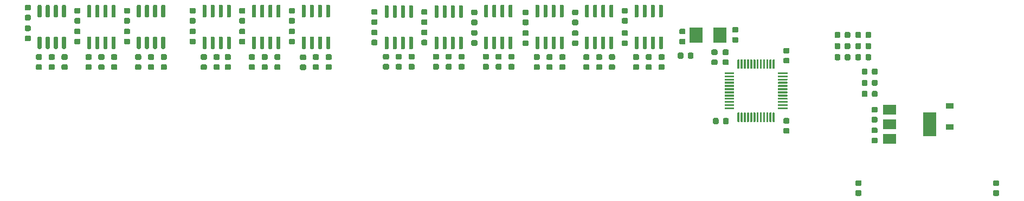
<source format=gbr>
G04 #@! TF.GenerationSoftware,KiCad,Pcbnew,(5.1.4)-1*
G04 #@! TF.CreationDate,2020-09-16T17:38:36+01:00*
G04 #@! TF.ProjectId,reflex-io-board,7265666c-6578-42d6-996f-2d626f617264,rev?*
G04 #@! TF.SameCoordinates,Original*
G04 #@! TF.FileFunction,Paste,Top*
G04 #@! TF.FilePolarity,Positive*
%FSLAX46Y46*%
G04 Gerber Fmt 4.6, Leading zero omitted, Abs format (unit mm)*
G04 Created by KiCad (PCBNEW (5.1.4)-1) date 2020-09-16 17:38:36*
%MOMM*%
%LPD*%
G04 APERTURE LIST*
%ADD10C,0.100000*%
%ADD11C,0.875000*%
%ADD12C,0.600000*%
%ADD13R,1.200000X0.900000*%
%ADD14R,2.000000X3.800000*%
%ADD15R,2.000000X1.500000*%
%ADD16C,0.300000*%
%ADD17R,2.000000X2.400000*%
G04 APERTURE END LIST*
D10*
G36*
X188027691Y-113276053D02*
G01*
X188048926Y-113279203D01*
X188069750Y-113284419D01*
X188089962Y-113291651D01*
X188109368Y-113300830D01*
X188127781Y-113311866D01*
X188145024Y-113324654D01*
X188160930Y-113339070D01*
X188175346Y-113354976D01*
X188188134Y-113372219D01*
X188199170Y-113390632D01*
X188208349Y-113410038D01*
X188215581Y-113430250D01*
X188220797Y-113451074D01*
X188223947Y-113472309D01*
X188225000Y-113493750D01*
X188225000Y-113931250D01*
X188223947Y-113952691D01*
X188220797Y-113973926D01*
X188215581Y-113994750D01*
X188208349Y-114014962D01*
X188199170Y-114034368D01*
X188188134Y-114052781D01*
X188175346Y-114070024D01*
X188160930Y-114085930D01*
X188145024Y-114100346D01*
X188127781Y-114113134D01*
X188109368Y-114124170D01*
X188089962Y-114133349D01*
X188069750Y-114140581D01*
X188048926Y-114145797D01*
X188027691Y-114148947D01*
X188006250Y-114150000D01*
X187493750Y-114150000D01*
X187472309Y-114148947D01*
X187451074Y-114145797D01*
X187430250Y-114140581D01*
X187410038Y-114133349D01*
X187390632Y-114124170D01*
X187372219Y-114113134D01*
X187354976Y-114100346D01*
X187339070Y-114085930D01*
X187324654Y-114070024D01*
X187311866Y-114052781D01*
X187300830Y-114034368D01*
X187291651Y-114014962D01*
X187284419Y-113994750D01*
X187279203Y-113973926D01*
X187276053Y-113952691D01*
X187275000Y-113931250D01*
X187275000Y-113493750D01*
X187276053Y-113472309D01*
X187279203Y-113451074D01*
X187284419Y-113430250D01*
X187291651Y-113410038D01*
X187300830Y-113390632D01*
X187311866Y-113372219D01*
X187324654Y-113354976D01*
X187339070Y-113339070D01*
X187354976Y-113324654D01*
X187372219Y-113311866D01*
X187390632Y-113300830D01*
X187410038Y-113291651D01*
X187430250Y-113284419D01*
X187451074Y-113279203D01*
X187472309Y-113276053D01*
X187493750Y-113275000D01*
X188006250Y-113275000D01*
X188027691Y-113276053D01*
X188027691Y-113276053D01*
G37*
D11*
X187750000Y-113712500D03*
D10*
G36*
X188027691Y-114851053D02*
G01*
X188048926Y-114854203D01*
X188069750Y-114859419D01*
X188089962Y-114866651D01*
X188109368Y-114875830D01*
X188127781Y-114886866D01*
X188145024Y-114899654D01*
X188160930Y-114914070D01*
X188175346Y-114929976D01*
X188188134Y-114947219D01*
X188199170Y-114965632D01*
X188208349Y-114985038D01*
X188215581Y-115005250D01*
X188220797Y-115026074D01*
X188223947Y-115047309D01*
X188225000Y-115068750D01*
X188225000Y-115506250D01*
X188223947Y-115527691D01*
X188220797Y-115548926D01*
X188215581Y-115569750D01*
X188208349Y-115589962D01*
X188199170Y-115609368D01*
X188188134Y-115627781D01*
X188175346Y-115645024D01*
X188160930Y-115660930D01*
X188145024Y-115675346D01*
X188127781Y-115688134D01*
X188109368Y-115699170D01*
X188089962Y-115708349D01*
X188069750Y-115715581D01*
X188048926Y-115720797D01*
X188027691Y-115723947D01*
X188006250Y-115725000D01*
X187493750Y-115725000D01*
X187472309Y-115723947D01*
X187451074Y-115720797D01*
X187430250Y-115715581D01*
X187410038Y-115708349D01*
X187390632Y-115699170D01*
X187372219Y-115688134D01*
X187354976Y-115675346D01*
X187339070Y-115660930D01*
X187324654Y-115645024D01*
X187311866Y-115627781D01*
X187300830Y-115609368D01*
X187291651Y-115589962D01*
X187284419Y-115569750D01*
X187279203Y-115548926D01*
X187276053Y-115527691D01*
X187275000Y-115506250D01*
X187275000Y-115068750D01*
X187276053Y-115047309D01*
X187279203Y-115026074D01*
X187284419Y-115005250D01*
X187291651Y-114985038D01*
X187300830Y-114965632D01*
X187311866Y-114947219D01*
X187324654Y-114929976D01*
X187339070Y-114914070D01*
X187354976Y-114899654D01*
X187372219Y-114886866D01*
X187390632Y-114875830D01*
X187410038Y-114866651D01*
X187430250Y-114859419D01*
X187451074Y-114854203D01*
X187472309Y-114851053D01*
X187493750Y-114850000D01*
X188006250Y-114850000D01*
X188027691Y-114851053D01*
X188027691Y-114851053D01*
G37*
D11*
X187750000Y-115287500D03*
D10*
G36*
X195777691Y-113276053D02*
G01*
X195798926Y-113279203D01*
X195819750Y-113284419D01*
X195839962Y-113291651D01*
X195859368Y-113300830D01*
X195877781Y-113311866D01*
X195895024Y-113324654D01*
X195910930Y-113339070D01*
X195925346Y-113354976D01*
X195938134Y-113372219D01*
X195949170Y-113390632D01*
X195958349Y-113410038D01*
X195965581Y-113430250D01*
X195970797Y-113451074D01*
X195973947Y-113472309D01*
X195975000Y-113493750D01*
X195975000Y-113931250D01*
X195973947Y-113952691D01*
X195970797Y-113973926D01*
X195965581Y-113994750D01*
X195958349Y-114014962D01*
X195949170Y-114034368D01*
X195938134Y-114052781D01*
X195925346Y-114070024D01*
X195910930Y-114085930D01*
X195895024Y-114100346D01*
X195877781Y-114113134D01*
X195859368Y-114124170D01*
X195839962Y-114133349D01*
X195819750Y-114140581D01*
X195798926Y-114145797D01*
X195777691Y-114148947D01*
X195756250Y-114150000D01*
X195243750Y-114150000D01*
X195222309Y-114148947D01*
X195201074Y-114145797D01*
X195180250Y-114140581D01*
X195160038Y-114133349D01*
X195140632Y-114124170D01*
X195122219Y-114113134D01*
X195104976Y-114100346D01*
X195089070Y-114085930D01*
X195074654Y-114070024D01*
X195061866Y-114052781D01*
X195050830Y-114034368D01*
X195041651Y-114014962D01*
X195034419Y-113994750D01*
X195029203Y-113973926D01*
X195026053Y-113952691D01*
X195025000Y-113931250D01*
X195025000Y-113493750D01*
X195026053Y-113472309D01*
X195029203Y-113451074D01*
X195034419Y-113430250D01*
X195041651Y-113410038D01*
X195050830Y-113390632D01*
X195061866Y-113372219D01*
X195074654Y-113354976D01*
X195089070Y-113339070D01*
X195104976Y-113324654D01*
X195122219Y-113311866D01*
X195140632Y-113300830D01*
X195160038Y-113291651D01*
X195180250Y-113284419D01*
X195201074Y-113279203D01*
X195222309Y-113276053D01*
X195243750Y-113275000D01*
X195756250Y-113275000D01*
X195777691Y-113276053D01*
X195777691Y-113276053D01*
G37*
D11*
X195500000Y-113712500D03*
D10*
G36*
X195777691Y-114851053D02*
G01*
X195798926Y-114854203D01*
X195819750Y-114859419D01*
X195839962Y-114866651D01*
X195859368Y-114875830D01*
X195877781Y-114886866D01*
X195895024Y-114899654D01*
X195910930Y-114914070D01*
X195925346Y-114929976D01*
X195938134Y-114947219D01*
X195949170Y-114965632D01*
X195958349Y-114985038D01*
X195965581Y-115005250D01*
X195970797Y-115026074D01*
X195973947Y-115047309D01*
X195975000Y-115068750D01*
X195975000Y-115506250D01*
X195973947Y-115527691D01*
X195970797Y-115548926D01*
X195965581Y-115569750D01*
X195958349Y-115589962D01*
X195949170Y-115609368D01*
X195938134Y-115627781D01*
X195925346Y-115645024D01*
X195910930Y-115660930D01*
X195895024Y-115675346D01*
X195877781Y-115688134D01*
X195859368Y-115699170D01*
X195839962Y-115708349D01*
X195819750Y-115715581D01*
X195798926Y-115720797D01*
X195777691Y-115723947D01*
X195756250Y-115725000D01*
X195243750Y-115725000D01*
X195222309Y-115723947D01*
X195201074Y-115720797D01*
X195180250Y-115715581D01*
X195160038Y-115708349D01*
X195140632Y-115699170D01*
X195122219Y-115688134D01*
X195104976Y-115675346D01*
X195089070Y-115660930D01*
X195074654Y-115645024D01*
X195061866Y-115627781D01*
X195050830Y-115609368D01*
X195041651Y-115589962D01*
X195034419Y-115569750D01*
X195029203Y-115548926D01*
X195026053Y-115527691D01*
X195025000Y-115506250D01*
X195025000Y-115068750D01*
X195026053Y-115047309D01*
X195029203Y-115026074D01*
X195034419Y-115005250D01*
X195041651Y-114985038D01*
X195050830Y-114965632D01*
X195061866Y-114947219D01*
X195074654Y-114929976D01*
X195089070Y-114914070D01*
X195104976Y-114899654D01*
X195122219Y-114886866D01*
X195140632Y-114875830D01*
X195160038Y-114866651D01*
X195180250Y-114859419D01*
X195201074Y-114854203D01*
X195222309Y-114851053D01*
X195243750Y-114850000D01*
X195756250Y-114850000D01*
X195777691Y-114851053D01*
X195777691Y-114851053D01*
G37*
D11*
X195500000Y-115287500D03*
D10*
G36*
X189777691Y-117026053D02*
G01*
X189798926Y-117029203D01*
X189819750Y-117034419D01*
X189839962Y-117041651D01*
X189859368Y-117050830D01*
X189877781Y-117061866D01*
X189895024Y-117074654D01*
X189910930Y-117089070D01*
X189925346Y-117104976D01*
X189938134Y-117122219D01*
X189949170Y-117140632D01*
X189958349Y-117160038D01*
X189965581Y-117180250D01*
X189970797Y-117201074D01*
X189973947Y-117222309D01*
X189975000Y-117243750D01*
X189975000Y-117681250D01*
X189973947Y-117702691D01*
X189970797Y-117723926D01*
X189965581Y-117744750D01*
X189958349Y-117764962D01*
X189949170Y-117784368D01*
X189938134Y-117802781D01*
X189925346Y-117820024D01*
X189910930Y-117835930D01*
X189895024Y-117850346D01*
X189877781Y-117863134D01*
X189859368Y-117874170D01*
X189839962Y-117883349D01*
X189819750Y-117890581D01*
X189798926Y-117895797D01*
X189777691Y-117898947D01*
X189756250Y-117900000D01*
X189243750Y-117900000D01*
X189222309Y-117898947D01*
X189201074Y-117895797D01*
X189180250Y-117890581D01*
X189160038Y-117883349D01*
X189140632Y-117874170D01*
X189122219Y-117863134D01*
X189104976Y-117850346D01*
X189089070Y-117835930D01*
X189074654Y-117820024D01*
X189061866Y-117802781D01*
X189050830Y-117784368D01*
X189041651Y-117764962D01*
X189034419Y-117744750D01*
X189029203Y-117723926D01*
X189026053Y-117702691D01*
X189025000Y-117681250D01*
X189025000Y-117243750D01*
X189026053Y-117222309D01*
X189029203Y-117201074D01*
X189034419Y-117180250D01*
X189041651Y-117160038D01*
X189050830Y-117140632D01*
X189061866Y-117122219D01*
X189074654Y-117104976D01*
X189089070Y-117089070D01*
X189104976Y-117074654D01*
X189122219Y-117061866D01*
X189140632Y-117050830D01*
X189160038Y-117041651D01*
X189180250Y-117034419D01*
X189201074Y-117029203D01*
X189222309Y-117026053D01*
X189243750Y-117025000D01*
X189756250Y-117025000D01*
X189777691Y-117026053D01*
X189777691Y-117026053D01*
G37*
D11*
X189500000Y-117462500D03*
D10*
G36*
X189777691Y-118601053D02*
G01*
X189798926Y-118604203D01*
X189819750Y-118609419D01*
X189839962Y-118616651D01*
X189859368Y-118625830D01*
X189877781Y-118636866D01*
X189895024Y-118649654D01*
X189910930Y-118664070D01*
X189925346Y-118679976D01*
X189938134Y-118697219D01*
X189949170Y-118715632D01*
X189958349Y-118735038D01*
X189965581Y-118755250D01*
X189970797Y-118776074D01*
X189973947Y-118797309D01*
X189975000Y-118818750D01*
X189975000Y-119256250D01*
X189973947Y-119277691D01*
X189970797Y-119298926D01*
X189965581Y-119319750D01*
X189958349Y-119339962D01*
X189949170Y-119359368D01*
X189938134Y-119377781D01*
X189925346Y-119395024D01*
X189910930Y-119410930D01*
X189895024Y-119425346D01*
X189877781Y-119438134D01*
X189859368Y-119449170D01*
X189839962Y-119458349D01*
X189819750Y-119465581D01*
X189798926Y-119470797D01*
X189777691Y-119473947D01*
X189756250Y-119475000D01*
X189243750Y-119475000D01*
X189222309Y-119473947D01*
X189201074Y-119470797D01*
X189180250Y-119465581D01*
X189160038Y-119458349D01*
X189140632Y-119449170D01*
X189122219Y-119438134D01*
X189104976Y-119425346D01*
X189089070Y-119410930D01*
X189074654Y-119395024D01*
X189061866Y-119377781D01*
X189050830Y-119359368D01*
X189041651Y-119339962D01*
X189034419Y-119319750D01*
X189029203Y-119298926D01*
X189026053Y-119277691D01*
X189025000Y-119256250D01*
X189025000Y-118818750D01*
X189026053Y-118797309D01*
X189029203Y-118776074D01*
X189034419Y-118755250D01*
X189041651Y-118735038D01*
X189050830Y-118715632D01*
X189061866Y-118697219D01*
X189074654Y-118679976D01*
X189089070Y-118664070D01*
X189104976Y-118649654D01*
X189122219Y-118636866D01*
X189140632Y-118625830D01*
X189160038Y-118616651D01*
X189180250Y-118609419D01*
X189201074Y-118604203D01*
X189222309Y-118601053D01*
X189243750Y-118600000D01*
X189756250Y-118600000D01*
X189777691Y-118601053D01*
X189777691Y-118601053D01*
G37*
D11*
X189500000Y-119037500D03*
D10*
G36*
X180277691Y-110026053D02*
G01*
X180298926Y-110029203D01*
X180319750Y-110034419D01*
X180339962Y-110041651D01*
X180359368Y-110050830D01*
X180377781Y-110061866D01*
X180395024Y-110074654D01*
X180410930Y-110089070D01*
X180425346Y-110104976D01*
X180438134Y-110122219D01*
X180449170Y-110140632D01*
X180458349Y-110160038D01*
X180465581Y-110180250D01*
X180470797Y-110201074D01*
X180473947Y-110222309D01*
X180475000Y-110243750D01*
X180475000Y-110681250D01*
X180473947Y-110702691D01*
X180470797Y-110723926D01*
X180465581Y-110744750D01*
X180458349Y-110764962D01*
X180449170Y-110784368D01*
X180438134Y-110802781D01*
X180425346Y-110820024D01*
X180410930Y-110835930D01*
X180395024Y-110850346D01*
X180377781Y-110863134D01*
X180359368Y-110874170D01*
X180339962Y-110883349D01*
X180319750Y-110890581D01*
X180298926Y-110895797D01*
X180277691Y-110898947D01*
X180256250Y-110900000D01*
X179743750Y-110900000D01*
X179722309Y-110898947D01*
X179701074Y-110895797D01*
X179680250Y-110890581D01*
X179660038Y-110883349D01*
X179640632Y-110874170D01*
X179622219Y-110863134D01*
X179604976Y-110850346D01*
X179589070Y-110835930D01*
X179574654Y-110820024D01*
X179561866Y-110802781D01*
X179550830Y-110784368D01*
X179541651Y-110764962D01*
X179534419Y-110744750D01*
X179529203Y-110723926D01*
X179526053Y-110702691D01*
X179525000Y-110681250D01*
X179525000Y-110243750D01*
X179526053Y-110222309D01*
X179529203Y-110201074D01*
X179534419Y-110180250D01*
X179541651Y-110160038D01*
X179550830Y-110140632D01*
X179561866Y-110122219D01*
X179574654Y-110104976D01*
X179589070Y-110089070D01*
X179604976Y-110074654D01*
X179622219Y-110061866D01*
X179640632Y-110050830D01*
X179660038Y-110041651D01*
X179680250Y-110034419D01*
X179701074Y-110029203D01*
X179722309Y-110026053D01*
X179743750Y-110025000D01*
X180256250Y-110025000D01*
X180277691Y-110026053D01*
X180277691Y-110026053D01*
G37*
D11*
X180000000Y-110462500D03*
D10*
G36*
X180277691Y-111601053D02*
G01*
X180298926Y-111604203D01*
X180319750Y-111609419D01*
X180339962Y-111616651D01*
X180359368Y-111625830D01*
X180377781Y-111636866D01*
X180395024Y-111649654D01*
X180410930Y-111664070D01*
X180425346Y-111679976D01*
X180438134Y-111697219D01*
X180449170Y-111715632D01*
X180458349Y-111735038D01*
X180465581Y-111755250D01*
X180470797Y-111776074D01*
X180473947Y-111797309D01*
X180475000Y-111818750D01*
X180475000Y-112256250D01*
X180473947Y-112277691D01*
X180470797Y-112298926D01*
X180465581Y-112319750D01*
X180458349Y-112339962D01*
X180449170Y-112359368D01*
X180438134Y-112377781D01*
X180425346Y-112395024D01*
X180410930Y-112410930D01*
X180395024Y-112425346D01*
X180377781Y-112438134D01*
X180359368Y-112449170D01*
X180339962Y-112458349D01*
X180319750Y-112465581D01*
X180298926Y-112470797D01*
X180277691Y-112473947D01*
X180256250Y-112475000D01*
X179743750Y-112475000D01*
X179722309Y-112473947D01*
X179701074Y-112470797D01*
X179680250Y-112465581D01*
X179660038Y-112458349D01*
X179640632Y-112449170D01*
X179622219Y-112438134D01*
X179604976Y-112425346D01*
X179589070Y-112410930D01*
X179574654Y-112395024D01*
X179561866Y-112377781D01*
X179550830Y-112359368D01*
X179541651Y-112339962D01*
X179534419Y-112319750D01*
X179529203Y-112298926D01*
X179526053Y-112277691D01*
X179525000Y-112256250D01*
X179525000Y-111818750D01*
X179526053Y-111797309D01*
X179529203Y-111776074D01*
X179534419Y-111755250D01*
X179541651Y-111735038D01*
X179550830Y-111715632D01*
X179561866Y-111697219D01*
X179574654Y-111679976D01*
X179589070Y-111664070D01*
X179604976Y-111649654D01*
X179622219Y-111636866D01*
X179640632Y-111625830D01*
X179660038Y-111616651D01*
X179680250Y-111609419D01*
X179701074Y-111604203D01*
X179722309Y-111601053D01*
X179743750Y-111600000D01*
X180256250Y-111600000D01*
X180277691Y-111601053D01*
X180277691Y-111601053D01*
G37*
D11*
X180000000Y-112037500D03*
D10*
G36*
X182027691Y-117026053D02*
G01*
X182048926Y-117029203D01*
X182069750Y-117034419D01*
X182089962Y-117041651D01*
X182109368Y-117050830D01*
X182127781Y-117061866D01*
X182145024Y-117074654D01*
X182160930Y-117089070D01*
X182175346Y-117104976D01*
X182188134Y-117122219D01*
X182199170Y-117140632D01*
X182208349Y-117160038D01*
X182215581Y-117180250D01*
X182220797Y-117201074D01*
X182223947Y-117222309D01*
X182225000Y-117243750D01*
X182225000Y-117681250D01*
X182223947Y-117702691D01*
X182220797Y-117723926D01*
X182215581Y-117744750D01*
X182208349Y-117764962D01*
X182199170Y-117784368D01*
X182188134Y-117802781D01*
X182175346Y-117820024D01*
X182160930Y-117835930D01*
X182145024Y-117850346D01*
X182127781Y-117863134D01*
X182109368Y-117874170D01*
X182089962Y-117883349D01*
X182069750Y-117890581D01*
X182048926Y-117895797D01*
X182027691Y-117898947D01*
X182006250Y-117900000D01*
X181493750Y-117900000D01*
X181472309Y-117898947D01*
X181451074Y-117895797D01*
X181430250Y-117890581D01*
X181410038Y-117883349D01*
X181390632Y-117874170D01*
X181372219Y-117863134D01*
X181354976Y-117850346D01*
X181339070Y-117835930D01*
X181324654Y-117820024D01*
X181311866Y-117802781D01*
X181300830Y-117784368D01*
X181291651Y-117764962D01*
X181284419Y-117744750D01*
X181279203Y-117723926D01*
X181276053Y-117702691D01*
X181275000Y-117681250D01*
X181275000Y-117243750D01*
X181276053Y-117222309D01*
X181279203Y-117201074D01*
X181284419Y-117180250D01*
X181291651Y-117160038D01*
X181300830Y-117140632D01*
X181311866Y-117122219D01*
X181324654Y-117104976D01*
X181339070Y-117089070D01*
X181354976Y-117074654D01*
X181372219Y-117061866D01*
X181390632Y-117050830D01*
X181410038Y-117041651D01*
X181430250Y-117034419D01*
X181451074Y-117029203D01*
X181472309Y-117026053D01*
X181493750Y-117025000D01*
X182006250Y-117025000D01*
X182027691Y-117026053D01*
X182027691Y-117026053D01*
G37*
D11*
X181750000Y-117462500D03*
D10*
G36*
X182027691Y-118601053D02*
G01*
X182048926Y-118604203D01*
X182069750Y-118609419D01*
X182089962Y-118616651D01*
X182109368Y-118625830D01*
X182127781Y-118636866D01*
X182145024Y-118649654D01*
X182160930Y-118664070D01*
X182175346Y-118679976D01*
X182188134Y-118697219D01*
X182199170Y-118715632D01*
X182208349Y-118735038D01*
X182215581Y-118755250D01*
X182220797Y-118776074D01*
X182223947Y-118797309D01*
X182225000Y-118818750D01*
X182225000Y-119256250D01*
X182223947Y-119277691D01*
X182220797Y-119298926D01*
X182215581Y-119319750D01*
X182208349Y-119339962D01*
X182199170Y-119359368D01*
X182188134Y-119377781D01*
X182175346Y-119395024D01*
X182160930Y-119410930D01*
X182145024Y-119425346D01*
X182127781Y-119438134D01*
X182109368Y-119449170D01*
X182089962Y-119458349D01*
X182069750Y-119465581D01*
X182048926Y-119470797D01*
X182027691Y-119473947D01*
X182006250Y-119475000D01*
X181493750Y-119475000D01*
X181472309Y-119473947D01*
X181451074Y-119470797D01*
X181430250Y-119465581D01*
X181410038Y-119458349D01*
X181390632Y-119449170D01*
X181372219Y-119438134D01*
X181354976Y-119425346D01*
X181339070Y-119410930D01*
X181324654Y-119395024D01*
X181311866Y-119377781D01*
X181300830Y-119359368D01*
X181291651Y-119339962D01*
X181284419Y-119319750D01*
X181279203Y-119298926D01*
X181276053Y-119277691D01*
X181275000Y-119256250D01*
X181275000Y-118818750D01*
X181276053Y-118797309D01*
X181279203Y-118776074D01*
X181284419Y-118755250D01*
X181291651Y-118735038D01*
X181300830Y-118715632D01*
X181311866Y-118697219D01*
X181324654Y-118679976D01*
X181339070Y-118664070D01*
X181354976Y-118649654D01*
X181372219Y-118636866D01*
X181390632Y-118625830D01*
X181410038Y-118616651D01*
X181430250Y-118609419D01*
X181451074Y-118604203D01*
X181472309Y-118601053D01*
X181493750Y-118600000D01*
X182006250Y-118600000D01*
X182027691Y-118601053D01*
X182027691Y-118601053D01*
G37*
D11*
X181750000Y-119037500D03*
D10*
G36*
X184027691Y-118601053D02*
G01*
X184048926Y-118604203D01*
X184069750Y-118609419D01*
X184089962Y-118616651D01*
X184109368Y-118625830D01*
X184127781Y-118636866D01*
X184145024Y-118649654D01*
X184160930Y-118664070D01*
X184175346Y-118679976D01*
X184188134Y-118697219D01*
X184199170Y-118715632D01*
X184208349Y-118735038D01*
X184215581Y-118755250D01*
X184220797Y-118776074D01*
X184223947Y-118797309D01*
X184225000Y-118818750D01*
X184225000Y-119256250D01*
X184223947Y-119277691D01*
X184220797Y-119298926D01*
X184215581Y-119319750D01*
X184208349Y-119339962D01*
X184199170Y-119359368D01*
X184188134Y-119377781D01*
X184175346Y-119395024D01*
X184160930Y-119410930D01*
X184145024Y-119425346D01*
X184127781Y-119438134D01*
X184109368Y-119449170D01*
X184089962Y-119458349D01*
X184069750Y-119465581D01*
X184048926Y-119470797D01*
X184027691Y-119473947D01*
X184006250Y-119475000D01*
X183493750Y-119475000D01*
X183472309Y-119473947D01*
X183451074Y-119470797D01*
X183430250Y-119465581D01*
X183410038Y-119458349D01*
X183390632Y-119449170D01*
X183372219Y-119438134D01*
X183354976Y-119425346D01*
X183339070Y-119410930D01*
X183324654Y-119395024D01*
X183311866Y-119377781D01*
X183300830Y-119359368D01*
X183291651Y-119339962D01*
X183284419Y-119319750D01*
X183279203Y-119298926D01*
X183276053Y-119277691D01*
X183275000Y-119256250D01*
X183275000Y-118818750D01*
X183276053Y-118797309D01*
X183279203Y-118776074D01*
X183284419Y-118755250D01*
X183291651Y-118735038D01*
X183300830Y-118715632D01*
X183311866Y-118697219D01*
X183324654Y-118679976D01*
X183339070Y-118664070D01*
X183354976Y-118649654D01*
X183372219Y-118636866D01*
X183390632Y-118625830D01*
X183410038Y-118616651D01*
X183430250Y-118609419D01*
X183451074Y-118604203D01*
X183472309Y-118601053D01*
X183493750Y-118600000D01*
X184006250Y-118600000D01*
X184027691Y-118601053D01*
X184027691Y-118601053D01*
G37*
D11*
X183750000Y-119037500D03*
D10*
G36*
X184027691Y-117026053D02*
G01*
X184048926Y-117029203D01*
X184069750Y-117034419D01*
X184089962Y-117041651D01*
X184109368Y-117050830D01*
X184127781Y-117061866D01*
X184145024Y-117074654D01*
X184160930Y-117089070D01*
X184175346Y-117104976D01*
X184188134Y-117122219D01*
X184199170Y-117140632D01*
X184208349Y-117160038D01*
X184215581Y-117180250D01*
X184220797Y-117201074D01*
X184223947Y-117222309D01*
X184225000Y-117243750D01*
X184225000Y-117681250D01*
X184223947Y-117702691D01*
X184220797Y-117723926D01*
X184215581Y-117744750D01*
X184208349Y-117764962D01*
X184199170Y-117784368D01*
X184188134Y-117802781D01*
X184175346Y-117820024D01*
X184160930Y-117835930D01*
X184145024Y-117850346D01*
X184127781Y-117863134D01*
X184109368Y-117874170D01*
X184089962Y-117883349D01*
X184069750Y-117890581D01*
X184048926Y-117895797D01*
X184027691Y-117898947D01*
X184006250Y-117900000D01*
X183493750Y-117900000D01*
X183472309Y-117898947D01*
X183451074Y-117895797D01*
X183430250Y-117890581D01*
X183410038Y-117883349D01*
X183390632Y-117874170D01*
X183372219Y-117863134D01*
X183354976Y-117850346D01*
X183339070Y-117835930D01*
X183324654Y-117820024D01*
X183311866Y-117802781D01*
X183300830Y-117784368D01*
X183291651Y-117764962D01*
X183284419Y-117744750D01*
X183279203Y-117723926D01*
X183276053Y-117702691D01*
X183275000Y-117681250D01*
X183275000Y-117243750D01*
X183276053Y-117222309D01*
X183279203Y-117201074D01*
X183284419Y-117180250D01*
X183291651Y-117160038D01*
X183300830Y-117140632D01*
X183311866Y-117122219D01*
X183324654Y-117104976D01*
X183339070Y-117089070D01*
X183354976Y-117074654D01*
X183372219Y-117061866D01*
X183390632Y-117050830D01*
X183410038Y-117041651D01*
X183430250Y-117034419D01*
X183451074Y-117029203D01*
X183472309Y-117026053D01*
X183493750Y-117025000D01*
X184006250Y-117025000D01*
X184027691Y-117026053D01*
X184027691Y-117026053D01*
G37*
D11*
X183750000Y-117462500D03*
D10*
G36*
X191777691Y-118601053D02*
G01*
X191798926Y-118604203D01*
X191819750Y-118609419D01*
X191839962Y-118616651D01*
X191859368Y-118625830D01*
X191877781Y-118636866D01*
X191895024Y-118649654D01*
X191910930Y-118664070D01*
X191925346Y-118679976D01*
X191938134Y-118697219D01*
X191949170Y-118715632D01*
X191958349Y-118735038D01*
X191965581Y-118755250D01*
X191970797Y-118776074D01*
X191973947Y-118797309D01*
X191975000Y-118818750D01*
X191975000Y-119256250D01*
X191973947Y-119277691D01*
X191970797Y-119298926D01*
X191965581Y-119319750D01*
X191958349Y-119339962D01*
X191949170Y-119359368D01*
X191938134Y-119377781D01*
X191925346Y-119395024D01*
X191910930Y-119410930D01*
X191895024Y-119425346D01*
X191877781Y-119438134D01*
X191859368Y-119449170D01*
X191839962Y-119458349D01*
X191819750Y-119465581D01*
X191798926Y-119470797D01*
X191777691Y-119473947D01*
X191756250Y-119475000D01*
X191243750Y-119475000D01*
X191222309Y-119473947D01*
X191201074Y-119470797D01*
X191180250Y-119465581D01*
X191160038Y-119458349D01*
X191140632Y-119449170D01*
X191122219Y-119438134D01*
X191104976Y-119425346D01*
X191089070Y-119410930D01*
X191074654Y-119395024D01*
X191061866Y-119377781D01*
X191050830Y-119359368D01*
X191041651Y-119339962D01*
X191034419Y-119319750D01*
X191029203Y-119298926D01*
X191026053Y-119277691D01*
X191025000Y-119256250D01*
X191025000Y-118818750D01*
X191026053Y-118797309D01*
X191029203Y-118776074D01*
X191034419Y-118755250D01*
X191041651Y-118735038D01*
X191050830Y-118715632D01*
X191061866Y-118697219D01*
X191074654Y-118679976D01*
X191089070Y-118664070D01*
X191104976Y-118649654D01*
X191122219Y-118636866D01*
X191140632Y-118625830D01*
X191160038Y-118616651D01*
X191180250Y-118609419D01*
X191201074Y-118604203D01*
X191222309Y-118601053D01*
X191243750Y-118600000D01*
X191756250Y-118600000D01*
X191777691Y-118601053D01*
X191777691Y-118601053D01*
G37*
D11*
X191500000Y-119037500D03*
D10*
G36*
X191777691Y-117026053D02*
G01*
X191798926Y-117029203D01*
X191819750Y-117034419D01*
X191839962Y-117041651D01*
X191859368Y-117050830D01*
X191877781Y-117061866D01*
X191895024Y-117074654D01*
X191910930Y-117089070D01*
X191925346Y-117104976D01*
X191938134Y-117122219D01*
X191949170Y-117140632D01*
X191958349Y-117160038D01*
X191965581Y-117180250D01*
X191970797Y-117201074D01*
X191973947Y-117222309D01*
X191975000Y-117243750D01*
X191975000Y-117681250D01*
X191973947Y-117702691D01*
X191970797Y-117723926D01*
X191965581Y-117744750D01*
X191958349Y-117764962D01*
X191949170Y-117784368D01*
X191938134Y-117802781D01*
X191925346Y-117820024D01*
X191910930Y-117835930D01*
X191895024Y-117850346D01*
X191877781Y-117863134D01*
X191859368Y-117874170D01*
X191839962Y-117883349D01*
X191819750Y-117890581D01*
X191798926Y-117895797D01*
X191777691Y-117898947D01*
X191756250Y-117900000D01*
X191243750Y-117900000D01*
X191222309Y-117898947D01*
X191201074Y-117895797D01*
X191180250Y-117890581D01*
X191160038Y-117883349D01*
X191140632Y-117874170D01*
X191122219Y-117863134D01*
X191104976Y-117850346D01*
X191089070Y-117835930D01*
X191074654Y-117820024D01*
X191061866Y-117802781D01*
X191050830Y-117784368D01*
X191041651Y-117764962D01*
X191034419Y-117744750D01*
X191029203Y-117723926D01*
X191026053Y-117702691D01*
X191025000Y-117681250D01*
X191025000Y-117243750D01*
X191026053Y-117222309D01*
X191029203Y-117201074D01*
X191034419Y-117180250D01*
X191041651Y-117160038D01*
X191050830Y-117140632D01*
X191061866Y-117122219D01*
X191074654Y-117104976D01*
X191089070Y-117089070D01*
X191104976Y-117074654D01*
X191122219Y-117061866D01*
X191140632Y-117050830D01*
X191160038Y-117041651D01*
X191180250Y-117034419D01*
X191201074Y-117029203D01*
X191222309Y-117026053D01*
X191243750Y-117025000D01*
X191756250Y-117025000D01*
X191777691Y-117026053D01*
X191777691Y-117026053D01*
G37*
D11*
X191500000Y-117462500D03*
D10*
G36*
X193777691Y-117026053D02*
G01*
X193798926Y-117029203D01*
X193819750Y-117034419D01*
X193839962Y-117041651D01*
X193859368Y-117050830D01*
X193877781Y-117061866D01*
X193895024Y-117074654D01*
X193910930Y-117089070D01*
X193925346Y-117104976D01*
X193938134Y-117122219D01*
X193949170Y-117140632D01*
X193958349Y-117160038D01*
X193965581Y-117180250D01*
X193970797Y-117201074D01*
X193973947Y-117222309D01*
X193975000Y-117243750D01*
X193975000Y-117681250D01*
X193973947Y-117702691D01*
X193970797Y-117723926D01*
X193965581Y-117744750D01*
X193958349Y-117764962D01*
X193949170Y-117784368D01*
X193938134Y-117802781D01*
X193925346Y-117820024D01*
X193910930Y-117835930D01*
X193895024Y-117850346D01*
X193877781Y-117863134D01*
X193859368Y-117874170D01*
X193839962Y-117883349D01*
X193819750Y-117890581D01*
X193798926Y-117895797D01*
X193777691Y-117898947D01*
X193756250Y-117900000D01*
X193243750Y-117900000D01*
X193222309Y-117898947D01*
X193201074Y-117895797D01*
X193180250Y-117890581D01*
X193160038Y-117883349D01*
X193140632Y-117874170D01*
X193122219Y-117863134D01*
X193104976Y-117850346D01*
X193089070Y-117835930D01*
X193074654Y-117820024D01*
X193061866Y-117802781D01*
X193050830Y-117784368D01*
X193041651Y-117764962D01*
X193034419Y-117744750D01*
X193029203Y-117723926D01*
X193026053Y-117702691D01*
X193025000Y-117681250D01*
X193025000Y-117243750D01*
X193026053Y-117222309D01*
X193029203Y-117201074D01*
X193034419Y-117180250D01*
X193041651Y-117160038D01*
X193050830Y-117140632D01*
X193061866Y-117122219D01*
X193074654Y-117104976D01*
X193089070Y-117089070D01*
X193104976Y-117074654D01*
X193122219Y-117061866D01*
X193140632Y-117050830D01*
X193160038Y-117041651D01*
X193180250Y-117034419D01*
X193201074Y-117029203D01*
X193222309Y-117026053D01*
X193243750Y-117025000D01*
X193756250Y-117025000D01*
X193777691Y-117026053D01*
X193777691Y-117026053D01*
G37*
D11*
X193500000Y-117462500D03*
D10*
G36*
X193777691Y-118601053D02*
G01*
X193798926Y-118604203D01*
X193819750Y-118609419D01*
X193839962Y-118616651D01*
X193859368Y-118625830D01*
X193877781Y-118636866D01*
X193895024Y-118649654D01*
X193910930Y-118664070D01*
X193925346Y-118679976D01*
X193938134Y-118697219D01*
X193949170Y-118715632D01*
X193958349Y-118735038D01*
X193965581Y-118755250D01*
X193970797Y-118776074D01*
X193973947Y-118797309D01*
X193975000Y-118818750D01*
X193975000Y-119256250D01*
X193973947Y-119277691D01*
X193970797Y-119298926D01*
X193965581Y-119319750D01*
X193958349Y-119339962D01*
X193949170Y-119359368D01*
X193938134Y-119377781D01*
X193925346Y-119395024D01*
X193910930Y-119410930D01*
X193895024Y-119425346D01*
X193877781Y-119438134D01*
X193859368Y-119449170D01*
X193839962Y-119458349D01*
X193819750Y-119465581D01*
X193798926Y-119470797D01*
X193777691Y-119473947D01*
X193756250Y-119475000D01*
X193243750Y-119475000D01*
X193222309Y-119473947D01*
X193201074Y-119470797D01*
X193180250Y-119465581D01*
X193160038Y-119458349D01*
X193140632Y-119449170D01*
X193122219Y-119438134D01*
X193104976Y-119425346D01*
X193089070Y-119410930D01*
X193074654Y-119395024D01*
X193061866Y-119377781D01*
X193050830Y-119359368D01*
X193041651Y-119339962D01*
X193034419Y-119319750D01*
X193029203Y-119298926D01*
X193026053Y-119277691D01*
X193025000Y-119256250D01*
X193025000Y-118818750D01*
X193026053Y-118797309D01*
X193029203Y-118776074D01*
X193034419Y-118755250D01*
X193041651Y-118735038D01*
X193050830Y-118715632D01*
X193061866Y-118697219D01*
X193074654Y-118679976D01*
X193089070Y-118664070D01*
X193104976Y-118649654D01*
X193122219Y-118636866D01*
X193140632Y-118625830D01*
X193160038Y-118616651D01*
X193180250Y-118609419D01*
X193201074Y-118604203D01*
X193222309Y-118601053D01*
X193243750Y-118600000D01*
X193756250Y-118600000D01*
X193777691Y-118601053D01*
X193777691Y-118601053D01*
G37*
D11*
X193500000Y-119037500D03*
D10*
G36*
X180277691Y-113276053D02*
G01*
X180298926Y-113279203D01*
X180319750Y-113284419D01*
X180339962Y-113291651D01*
X180359368Y-113300830D01*
X180377781Y-113311866D01*
X180395024Y-113324654D01*
X180410930Y-113339070D01*
X180425346Y-113354976D01*
X180438134Y-113372219D01*
X180449170Y-113390632D01*
X180458349Y-113410038D01*
X180465581Y-113430250D01*
X180470797Y-113451074D01*
X180473947Y-113472309D01*
X180475000Y-113493750D01*
X180475000Y-113931250D01*
X180473947Y-113952691D01*
X180470797Y-113973926D01*
X180465581Y-113994750D01*
X180458349Y-114014962D01*
X180449170Y-114034368D01*
X180438134Y-114052781D01*
X180425346Y-114070024D01*
X180410930Y-114085930D01*
X180395024Y-114100346D01*
X180377781Y-114113134D01*
X180359368Y-114124170D01*
X180339962Y-114133349D01*
X180319750Y-114140581D01*
X180298926Y-114145797D01*
X180277691Y-114148947D01*
X180256250Y-114150000D01*
X179743750Y-114150000D01*
X179722309Y-114148947D01*
X179701074Y-114145797D01*
X179680250Y-114140581D01*
X179660038Y-114133349D01*
X179640632Y-114124170D01*
X179622219Y-114113134D01*
X179604976Y-114100346D01*
X179589070Y-114085930D01*
X179574654Y-114070024D01*
X179561866Y-114052781D01*
X179550830Y-114034368D01*
X179541651Y-114014962D01*
X179534419Y-113994750D01*
X179529203Y-113973926D01*
X179526053Y-113952691D01*
X179525000Y-113931250D01*
X179525000Y-113493750D01*
X179526053Y-113472309D01*
X179529203Y-113451074D01*
X179534419Y-113430250D01*
X179541651Y-113410038D01*
X179550830Y-113390632D01*
X179561866Y-113372219D01*
X179574654Y-113354976D01*
X179589070Y-113339070D01*
X179604976Y-113324654D01*
X179622219Y-113311866D01*
X179640632Y-113300830D01*
X179660038Y-113291651D01*
X179680250Y-113284419D01*
X179701074Y-113279203D01*
X179722309Y-113276053D01*
X179743750Y-113275000D01*
X180256250Y-113275000D01*
X180277691Y-113276053D01*
X180277691Y-113276053D01*
G37*
D11*
X180000000Y-113712500D03*
D10*
G36*
X180277691Y-114851053D02*
G01*
X180298926Y-114854203D01*
X180319750Y-114859419D01*
X180339962Y-114866651D01*
X180359368Y-114875830D01*
X180377781Y-114886866D01*
X180395024Y-114899654D01*
X180410930Y-114914070D01*
X180425346Y-114929976D01*
X180438134Y-114947219D01*
X180449170Y-114965632D01*
X180458349Y-114985038D01*
X180465581Y-115005250D01*
X180470797Y-115026074D01*
X180473947Y-115047309D01*
X180475000Y-115068750D01*
X180475000Y-115506250D01*
X180473947Y-115527691D01*
X180470797Y-115548926D01*
X180465581Y-115569750D01*
X180458349Y-115589962D01*
X180449170Y-115609368D01*
X180438134Y-115627781D01*
X180425346Y-115645024D01*
X180410930Y-115660930D01*
X180395024Y-115675346D01*
X180377781Y-115688134D01*
X180359368Y-115699170D01*
X180339962Y-115708349D01*
X180319750Y-115715581D01*
X180298926Y-115720797D01*
X180277691Y-115723947D01*
X180256250Y-115725000D01*
X179743750Y-115725000D01*
X179722309Y-115723947D01*
X179701074Y-115720797D01*
X179680250Y-115715581D01*
X179660038Y-115708349D01*
X179640632Y-115699170D01*
X179622219Y-115688134D01*
X179604976Y-115675346D01*
X179589070Y-115660930D01*
X179574654Y-115645024D01*
X179561866Y-115627781D01*
X179550830Y-115609368D01*
X179541651Y-115589962D01*
X179534419Y-115569750D01*
X179529203Y-115548926D01*
X179526053Y-115527691D01*
X179525000Y-115506250D01*
X179525000Y-115068750D01*
X179526053Y-115047309D01*
X179529203Y-115026074D01*
X179534419Y-115005250D01*
X179541651Y-114985038D01*
X179550830Y-114965632D01*
X179561866Y-114947219D01*
X179574654Y-114929976D01*
X179589070Y-114914070D01*
X179604976Y-114899654D01*
X179622219Y-114886866D01*
X179640632Y-114875830D01*
X179660038Y-114866651D01*
X179680250Y-114859419D01*
X179701074Y-114854203D01*
X179722309Y-114851053D01*
X179743750Y-114850000D01*
X180256250Y-114850000D01*
X180277691Y-114851053D01*
X180277691Y-114851053D01*
G37*
D11*
X180000000Y-115287500D03*
D10*
G36*
X195777691Y-111351053D02*
G01*
X195798926Y-111354203D01*
X195819750Y-111359419D01*
X195839962Y-111366651D01*
X195859368Y-111375830D01*
X195877781Y-111386866D01*
X195895024Y-111399654D01*
X195910930Y-111414070D01*
X195925346Y-111429976D01*
X195938134Y-111447219D01*
X195949170Y-111465632D01*
X195958349Y-111485038D01*
X195965581Y-111505250D01*
X195970797Y-111526074D01*
X195973947Y-111547309D01*
X195975000Y-111568750D01*
X195975000Y-112006250D01*
X195973947Y-112027691D01*
X195970797Y-112048926D01*
X195965581Y-112069750D01*
X195958349Y-112089962D01*
X195949170Y-112109368D01*
X195938134Y-112127781D01*
X195925346Y-112145024D01*
X195910930Y-112160930D01*
X195895024Y-112175346D01*
X195877781Y-112188134D01*
X195859368Y-112199170D01*
X195839962Y-112208349D01*
X195819750Y-112215581D01*
X195798926Y-112220797D01*
X195777691Y-112223947D01*
X195756250Y-112225000D01*
X195243750Y-112225000D01*
X195222309Y-112223947D01*
X195201074Y-112220797D01*
X195180250Y-112215581D01*
X195160038Y-112208349D01*
X195140632Y-112199170D01*
X195122219Y-112188134D01*
X195104976Y-112175346D01*
X195089070Y-112160930D01*
X195074654Y-112145024D01*
X195061866Y-112127781D01*
X195050830Y-112109368D01*
X195041651Y-112089962D01*
X195034419Y-112069750D01*
X195029203Y-112048926D01*
X195026053Y-112027691D01*
X195025000Y-112006250D01*
X195025000Y-111568750D01*
X195026053Y-111547309D01*
X195029203Y-111526074D01*
X195034419Y-111505250D01*
X195041651Y-111485038D01*
X195050830Y-111465632D01*
X195061866Y-111447219D01*
X195074654Y-111429976D01*
X195089070Y-111414070D01*
X195104976Y-111399654D01*
X195122219Y-111386866D01*
X195140632Y-111375830D01*
X195160038Y-111366651D01*
X195180250Y-111359419D01*
X195201074Y-111354203D01*
X195222309Y-111351053D01*
X195243750Y-111350000D01*
X195756250Y-111350000D01*
X195777691Y-111351053D01*
X195777691Y-111351053D01*
G37*
D11*
X195500000Y-111787500D03*
D10*
G36*
X195777691Y-109776053D02*
G01*
X195798926Y-109779203D01*
X195819750Y-109784419D01*
X195839962Y-109791651D01*
X195859368Y-109800830D01*
X195877781Y-109811866D01*
X195895024Y-109824654D01*
X195910930Y-109839070D01*
X195925346Y-109854976D01*
X195938134Y-109872219D01*
X195949170Y-109890632D01*
X195958349Y-109910038D01*
X195965581Y-109930250D01*
X195970797Y-109951074D01*
X195973947Y-109972309D01*
X195975000Y-109993750D01*
X195975000Y-110431250D01*
X195973947Y-110452691D01*
X195970797Y-110473926D01*
X195965581Y-110494750D01*
X195958349Y-110514962D01*
X195949170Y-110534368D01*
X195938134Y-110552781D01*
X195925346Y-110570024D01*
X195910930Y-110585930D01*
X195895024Y-110600346D01*
X195877781Y-110613134D01*
X195859368Y-110624170D01*
X195839962Y-110633349D01*
X195819750Y-110640581D01*
X195798926Y-110645797D01*
X195777691Y-110648947D01*
X195756250Y-110650000D01*
X195243750Y-110650000D01*
X195222309Y-110648947D01*
X195201074Y-110645797D01*
X195180250Y-110640581D01*
X195160038Y-110633349D01*
X195140632Y-110624170D01*
X195122219Y-110613134D01*
X195104976Y-110600346D01*
X195089070Y-110585930D01*
X195074654Y-110570024D01*
X195061866Y-110552781D01*
X195050830Y-110534368D01*
X195041651Y-110514962D01*
X195034419Y-110494750D01*
X195029203Y-110473926D01*
X195026053Y-110452691D01*
X195025000Y-110431250D01*
X195025000Y-109993750D01*
X195026053Y-109972309D01*
X195029203Y-109951074D01*
X195034419Y-109930250D01*
X195041651Y-109910038D01*
X195050830Y-109890632D01*
X195061866Y-109872219D01*
X195074654Y-109854976D01*
X195089070Y-109839070D01*
X195104976Y-109824654D01*
X195122219Y-109811866D01*
X195140632Y-109800830D01*
X195160038Y-109791651D01*
X195180250Y-109784419D01*
X195201074Y-109779203D01*
X195222309Y-109776053D01*
X195243750Y-109775000D01*
X195756250Y-109775000D01*
X195777691Y-109776053D01*
X195777691Y-109776053D01*
G37*
D11*
X195500000Y-110212500D03*
D10*
G36*
X197527691Y-118601053D02*
G01*
X197548926Y-118604203D01*
X197569750Y-118609419D01*
X197589962Y-118616651D01*
X197609368Y-118625830D01*
X197627781Y-118636866D01*
X197645024Y-118649654D01*
X197660930Y-118664070D01*
X197675346Y-118679976D01*
X197688134Y-118697219D01*
X197699170Y-118715632D01*
X197708349Y-118735038D01*
X197715581Y-118755250D01*
X197720797Y-118776074D01*
X197723947Y-118797309D01*
X197725000Y-118818750D01*
X197725000Y-119256250D01*
X197723947Y-119277691D01*
X197720797Y-119298926D01*
X197715581Y-119319750D01*
X197708349Y-119339962D01*
X197699170Y-119359368D01*
X197688134Y-119377781D01*
X197675346Y-119395024D01*
X197660930Y-119410930D01*
X197645024Y-119425346D01*
X197627781Y-119438134D01*
X197609368Y-119449170D01*
X197589962Y-119458349D01*
X197569750Y-119465581D01*
X197548926Y-119470797D01*
X197527691Y-119473947D01*
X197506250Y-119475000D01*
X196993750Y-119475000D01*
X196972309Y-119473947D01*
X196951074Y-119470797D01*
X196930250Y-119465581D01*
X196910038Y-119458349D01*
X196890632Y-119449170D01*
X196872219Y-119438134D01*
X196854976Y-119425346D01*
X196839070Y-119410930D01*
X196824654Y-119395024D01*
X196811866Y-119377781D01*
X196800830Y-119359368D01*
X196791651Y-119339962D01*
X196784419Y-119319750D01*
X196779203Y-119298926D01*
X196776053Y-119277691D01*
X196775000Y-119256250D01*
X196775000Y-118818750D01*
X196776053Y-118797309D01*
X196779203Y-118776074D01*
X196784419Y-118755250D01*
X196791651Y-118735038D01*
X196800830Y-118715632D01*
X196811866Y-118697219D01*
X196824654Y-118679976D01*
X196839070Y-118664070D01*
X196854976Y-118649654D01*
X196872219Y-118636866D01*
X196890632Y-118625830D01*
X196910038Y-118616651D01*
X196930250Y-118609419D01*
X196951074Y-118604203D01*
X196972309Y-118601053D01*
X196993750Y-118600000D01*
X197506250Y-118600000D01*
X197527691Y-118601053D01*
X197527691Y-118601053D01*
G37*
D11*
X197250000Y-119037500D03*
D10*
G36*
X197527691Y-117026053D02*
G01*
X197548926Y-117029203D01*
X197569750Y-117034419D01*
X197589962Y-117041651D01*
X197609368Y-117050830D01*
X197627781Y-117061866D01*
X197645024Y-117074654D01*
X197660930Y-117089070D01*
X197675346Y-117104976D01*
X197688134Y-117122219D01*
X197699170Y-117140632D01*
X197708349Y-117160038D01*
X197715581Y-117180250D01*
X197720797Y-117201074D01*
X197723947Y-117222309D01*
X197725000Y-117243750D01*
X197725000Y-117681250D01*
X197723947Y-117702691D01*
X197720797Y-117723926D01*
X197715581Y-117744750D01*
X197708349Y-117764962D01*
X197699170Y-117784368D01*
X197688134Y-117802781D01*
X197675346Y-117820024D01*
X197660930Y-117835930D01*
X197645024Y-117850346D01*
X197627781Y-117863134D01*
X197609368Y-117874170D01*
X197589962Y-117883349D01*
X197569750Y-117890581D01*
X197548926Y-117895797D01*
X197527691Y-117898947D01*
X197506250Y-117900000D01*
X196993750Y-117900000D01*
X196972309Y-117898947D01*
X196951074Y-117895797D01*
X196930250Y-117890581D01*
X196910038Y-117883349D01*
X196890632Y-117874170D01*
X196872219Y-117863134D01*
X196854976Y-117850346D01*
X196839070Y-117835930D01*
X196824654Y-117820024D01*
X196811866Y-117802781D01*
X196800830Y-117784368D01*
X196791651Y-117764962D01*
X196784419Y-117744750D01*
X196779203Y-117723926D01*
X196776053Y-117702691D01*
X196775000Y-117681250D01*
X196775000Y-117243750D01*
X196776053Y-117222309D01*
X196779203Y-117201074D01*
X196784419Y-117180250D01*
X196791651Y-117160038D01*
X196800830Y-117140632D01*
X196811866Y-117122219D01*
X196824654Y-117104976D01*
X196839070Y-117089070D01*
X196854976Y-117074654D01*
X196872219Y-117061866D01*
X196890632Y-117050830D01*
X196910038Y-117041651D01*
X196930250Y-117034419D01*
X196951074Y-117029203D01*
X196972309Y-117026053D01*
X196993750Y-117025000D01*
X197506250Y-117025000D01*
X197527691Y-117026053D01*
X197527691Y-117026053D01*
G37*
D11*
X197250000Y-117462500D03*
D10*
G36*
X201527691Y-118601053D02*
G01*
X201548926Y-118604203D01*
X201569750Y-118609419D01*
X201589962Y-118616651D01*
X201609368Y-118625830D01*
X201627781Y-118636866D01*
X201645024Y-118649654D01*
X201660930Y-118664070D01*
X201675346Y-118679976D01*
X201688134Y-118697219D01*
X201699170Y-118715632D01*
X201708349Y-118735038D01*
X201715581Y-118755250D01*
X201720797Y-118776074D01*
X201723947Y-118797309D01*
X201725000Y-118818750D01*
X201725000Y-119256250D01*
X201723947Y-119277691D01*
X201720797Y-119298926D01*
X201715581Y-119319750D01*
X201708349Y-119339962D01*
X201699170Y-119359368D01*
X201688134Y-119377781D01*
X201675346Y-119395024D01*
X201660930Y-119410930D01*
X201645024Y-119425346D01*
X201627781Y-119438134D01*
X201609368Y-119449170D01*
X201589962Y-119458349D01*
X201569750Y-119465581D01*
X201548926Y-119470797D01*
X201527691Y-119473947D01*
X201506250Y-119475000D01*
X200993750Y-119475000D01*
X200972309Y-119473947D01*
X200951074Y-119470797D01*
X200930250Y-119465581D01*
X200910038Y-119458349D01*
X200890632Y-119449170D01*
X200872219Y-119438134D01*
X200854976Y-119425346D01*
X200839070Y-119410930D01*
X200824654Y-119395024D01*
X200811866Y-119377781D01*
X200800830Y-119359368D01*
X200791651Y-119339962D01*
X200784419Y-119319750D01*
X200779203Y-119298926D01*
X200776053Y-119277691D01*
X200775000Y-119256250D01*
X200775000Y-118818750D01*
X200776053Y-118797309D01*
X200779203Y-118776074D01*
X200784419Y-118755250D01*
X200791651Y-118735038D01*
X200800830Y-118715632D01*
X200811866Y-118697219D01*
X200824654Y-118679976D01*
X200839070Y-118664070D01*
X200854976Y-118649654D01*
X200872219Y-118636866D01*
X200890632Y-118625830D01*
X200910038Y-118616651D01*
X200930250Y-118609419D01*
X200951074Y-118604203D01*
X200972309Y-118601053D01*
X200993750Y-118600000D01*
X201506250Y-118600000D01*
X201527691Y-118601053D01*
X201527691Y-118601053D01*
G37*
D11*
X201250000Y-119037500D03*
D10*
G36*
X201527691Y-117026053D02*
G01*
X201548926Y-117029203D01*
X201569750Y-117034419D01*
X201589962Y-117041651D01*
X201609368Y-117050830D01*
X201627781Y-117061866D01*
X201645024Y-117074654D01*
X201660930Y-117089070D01*
X201675346Y-117104976D01*
X201688134Y-117122219D01*
X201699170Y-117140632D01*
X201708349Y-117160038D01*
X201715581Y-117180250D01*
X201720797Y-117201074D01*
X201723947Y-117222309D01*
X201725000Y-117243750D01*
X201725000Y-117681250D01*
X201723947Y-117702691D01*
X201720797Y-117723926D01*
X201715581Y-117744750D01*
X201708349Y-117764962D01*
X201699170Y-117784368D01*
X201688134Y-117802781D01*
X201675346Y-117820024D01*
X201660930Y-117835930D01*
X201645024Y-117850346D01*
X201627781Y-117863134D01*
X201609368Y-117874170D01*
X201589962Y-117883349D01*
X201569750Y-117890581D01*
X201548926Y-117895797D01*
X201527691Y-117898947D01*
X201506250Y-117900000D01*
X200993750Y-117900000D01*
X200972309Y-117898947D01*
X200951074Y-117895797D01*
X200930250Y-117890581D01*
X200910038Y-117883349D01*
X200890632Y-117874170D01*
X200872219Y-117863134D01*
X200854976Y-117850346D01*
X200839070Y-117835930D01*
X200824654Y-117820024D01*
X200811866Y-117802781D01*
X200800830Y-117784368D01*
X200791651Y-117764962D01*
X200784419Y-117744750D01*
X200779203Y-117723926D01*
X200776053Y-117702691D01*
X200775000Y-117681250D01*
X200775000Y-117243750D01*
X200776053Y-117222309D01*
X200779203Y-117201074D01*
X200784419Y-117180250D01*
X200791651Y-117160038D01*
X200800830Y-117140632D01*
X200811866Y-117122219D01*
X200824654Y-117104976D01*
X200839070Y-117089070D01*
X200854976Y-117074654D01*
X200872219Y-117061866D01*
X200890632Y-117050830D01*
X200910038Y-117041651D01*
X200930250Y-117034419D01*
X200951074Y-117029203D01*
X200972309Y-117026053D01*
X200993750Y-117025000D01*
X201506250Y-117025000D01*
X201527691Y-117026053D01*
X201527691Y-117026053D01*
G37*
D11*
X201250000Y-117462500D03*
D10*
G36*
X199527691Y-118601053D02*
G01*
X199548926Y-118604203D01*
X199569750Y-118609419D01*
X199589962Y-118616651D01*
X199609368Y-118625830D01*
X199627781Y-118636866D01*
X199645024Y-118649654D01*
X199660930Y-118664070D01*
X199675346Y-118679976D01*
X199688134Y-118697219D01*
X199699170Y-118715632D01*
X199708349Y-118735038D01*
X199715581Y-118755250D01*
X199720797Y-118776074D01*
X199723947Y-118797309D01*
X199725000Y-118818750D01*
X199725000Y-119256250D01*
X199723947Y-119277691D01*
X199720797Y-119298926D01*
X199715581Y-119319750D01*
X199708349Y-119339962D01*
X199699170Y-119359368D01*
X199688134Y-119377781D01*
X199675346Y-119395024D01*
X199660930Y-119410930D01*
X199645024Y-119425346D01*
X199627781Y-119438134D01*
X199609368Y-119449170D01*
X199589962Y-119458349D01*
X199569750Y-119465581D01*
X199548926Y-119470797D01*
X199527691Y-119473947D01*
X199506250Y-119475000D01*
X198993750Y-119475000D01*
X198972309Y-119473947D01*
X198951074Y-119470797D01*
X198930250Y-119465581D01*
X198910038Y-119458349D01*
X198890632Y-119449170D01*
X198872219Y-119438134D01*
X198854976Y-119425346D01*
X198839070Y-119410930D01*
X198824654Y-119395024D01*
X198811866Y-119377781D01*
X198800830Y-119359368D01*
X198791651Y-119339962D01*
X198784419Y-119319750D01*
X198779203Y-119298926D01*
X198776053Y-119277691D01*
X198775000Y-119256250D01*
X198775000Y-118818750D01*
X198776053Y-118797309D01*
X198779203Y-118776074D01*
X198784419Y-118755250D01*
X198791651Y-118735038D01*
X198800830Y-118715632D01*
X198811866Y-118697219D01*
X198824654Y-118679976D01*
X198839070Y-118664070D01*
X198854976Y-118649654D01*
X198872219Y-118636866D01*
X198890632Y-118625830D01*
X198910038Y-118616651D01*
X198930250Y-118609419D01*
X198951074Y-118604203D01*
X198972309Y-118601053D01*
X198993750Y-118600000D01*
X199506250Y-118600000D01*
X199527691Y-118601053D01*
X199527691Y-118601053D01*
G37*
D11*
X199250000Y-119037500D03*
D10*
G36*
X199527691Y-117026053D02*
G01*
X199548926Y-117029203D01*
X199569750Y-117034419D01*
X199589962Y-117041651D01*
X199609368Y-117050830D01*
X199627781Y-117061866D01*
X199645024Y-117074654D01*
X199660930Y-117089070D01*
X199675346Y-117104976D01*
X199688134Y-117122219D01*
X199699170Y-117140632D01*
X199708349Y-117160038D01*
X199715581Y-117180250D01*
X199720797Y-117201074D01*
X199723947Y-117222309D01*
X199725000Y-117243750D01*
X199725000Y-117681250D01*
X199723947Y-117702691D01*
X199720797Y-117723926D01*
X199715581Y-117744750D01*
X199708349Y-117764962D01*
X199699170Y-117784368D01*
X199688134Y-117802781D01*
X199675346Y-117820024D01*
X199660930Y-117835930D01*
X199645024Y-117850346D01*
X199627781Y-117863134D01*
X199609368Y-117874170D01*
X199589962Y-117883349D01*
X199569750Y-117890581D01*
X199548926Y-117895797D01*
X199527691Y-117898947D01*
X199506250Y-117900000D01*
X198993750Y-117900000D01*
X198972309Y-117898947D01*
X198951074Y-117895797D01*
X198930250Y-117890581D01*
X198910038Y-117883349D01*
X198890632Y-117874170D01*
X198872219Y-117863134D01*
X198854976Y-117850346D01*
X198839070Y-117835930D01*
X198824654Y-117820024D01*
X198811866Y-117802781D01*
X198800830Y-117784368D01*
X198791651Y-117764962D01*
X198784419Y-117744750D01*
X198779203Y-117723926D01*
X198776053Y-117702691D01*
X198775000Y-117681250D01*
X198775000Y-117243750D01*
X198776053Y-117222309D01*
X198779203Y-117201074D01*
X198784419Y-117180250D01*
X198791651Y-117160038D01*
X198800830Y-117140632D01*
X198811866Y-117122219D01*
X198824654Y-117104976D01*
X198839070Y-117089070D01*
X198854976Y-117074654D01*
X198872219Y-117061866D01*
X198890632Y-117050830D01*
X198910038Y-117041651D01*
X198930250Y-117034419D01*
X198951074Y-117029203D01*
X198972309Y-117026053D01*
X198993750Y-117025000D01*
X199506250Y-117025000D01*
X199527691Y-117026053D01*
X199527691Y-117026053D01*
G37*
D11*
X199250000Y-117462500D03*
D10*
G36*
X188027691Y-110026053D02*
G01*
X188048926Y-110029203D01*
X188069750Y-110034419D01*
X188089962Y-110041651D01*
X188109368Y-110050830D01*
X188127781Y-110061866D01*
X188145024Y-110074654D01*
X188160930Y-110089070D01*
X188175346Y-110104976D01*
X188188134Y-110122219D01*
X188199170Y-110140632D01*
X188208349Y-110160038D01*
X188215581Y-110180250D01*
X188220797Y-110201074D01*
X188223947Y-110222309D01*
X188225000Y-110243750D01*
X188225000Y-110681250D01*
X188223947Y-110702691D01*
X188220797Y-110723926D01*
X188215581Y-110744750D01*
X188208349Y-110764962D01*
X188199170Y-110784368D01*
X188188134Y-110802781D01*
X188175346Y-110820024D01*
X188160930Y-110835930D01*
X188145024Y-110850346D01*
X188127781Y-110863134D01*
X188109368Y-110874170D01*
X188089962Y-110883349D01*
X188069750Y-110890581D01*
X188048926Y-110895797D01*
X188027691Y-110898947D01*
X188006250Y-110900000D01*
X187493750Y-110900000D01*
X187472309Y-110898947D01*
X187451074Y-110895797D01*
X187430250Y-110890581D01*
X187410038Y-110883349D01*
X187390632Y-110874170D01*
X187372219Y-110863134D01*
X187354976Y-110850346D01*
X187339070Y-110835930D01*
X187324654Y-110820024D01*
X187311866Y-110802781D01*
X187300830Y-110784368D01*
X187291651Y-110764962D01*
X187284419Y-110744750D01*
X187279203Y-110723926D01*
X187276053Y-110702691D01*
X187275000Y-110681250D01*
X187275000Y-110243750D01*
X187276053Y-110222309D01*
X187279203Y-110201074D01*
X187284419Y-110180250D01*
X187291651Y-110160038D01*
X187300830Y-110140632D01*
X187311866Y-110122219D01*
X187324654Y-110104976D01*
X187339070Y-110089070D01*
X187354976Y-110074654D01*
X187372219Y-110061866D01*
X187390632Y-110050830D01*
X187410038Y-110041651D01*
X187430250Y-110034419D01*
X187451074Y-110029203D01*
X187472309Y-110026053D01*
X187493750Y-110025000D01*
X188006250Y-110025000D01*
X188027691Y-110026053D01*
X188027691Y-110026053D01*
G37*
D11*
X187750000Y-110462500D03*
D10*
G36*
X188027691Y-111601053D02*
G01*
X188048926Y-111604203D01*
X188069750Y-111609419D01*
X188089962Y-111616651D01*
X188109368Y-111625830D01*
X188127781Y-111636866D01*
X188145024Y-111649654D01*
X188160930Y-111664070D01*
X188175346Y-111679976D01*
X188188134Y-111697219D01*
X188199170Y-111715632D01*
X188208349Y-111735038D01*
X188215581Y-111755250D01*
X188220797Y-111776074D01*
X188223947Y-111797309D01*
X188225000Y-111818750D01*
X188225000Y-112256250D01*
X188223947Y-112277691D01*
X188220797Y-112298926D01*
X188215581Y-112319750D01*
X188208349Y-112339962D01*
X188199170Y-112359368D01*
X188188134Y-112377781D01*
X188175346Y-112395024D01*
X188160930Y-112410930D01*
X188145024Y-112425346D01*
X188127781Y-112438134D01*
X188109368Y-112449170D01*
X188089962Y-112458349D01*
X188069750Y-112465581D01*
X188048926Y-112470797D01*
X188027691Y-112473947D01*
X188006250Y-112475000D01*
X187493750Y-112475000D01*
X187472309Y-112473947D01*
X187451074Y-112470797D01*
X187430250Y-112465581D01*
X187410038Y-112458349D01*
X187390632Y-112449170D01*
X187372219Y-112438134D01*
X187354976Y-112425346D01*
X187339070Y-112410930D01*
X187324654Y-112395024D01*
X187311866Y-112377781D01*
X187300830Y-112359368D01*
X187291651Y-112339962D01*
X187284419Y-112319750D01*
X187279203Y-112298926D01*
X187276053Y-112277691D01*
X187275000Y-112256250D01*
X187275000Y-111818750D01*
X187276053Y-111797309D01*
X187279203Y-111776074D01*
X187284419Y-111755250D01*
X187291651Y-111735038D01*
X187300830Y-111715632D01*
X187311866Y-111697219D01*
X187324654Y-111679976D01*
X187339070Y-111664070D01*
X187354976Y-111649654D01*
X187372219Y-111636866D01*
X187390632Y-111625830D01*
X187410038Y-111616651D01*
X187430250Y-111609419D01*
X187451074Y-111604203D01*
X187472309Y-111601053D01*
X187493750Y-111600000D01*
X188006250Y-111600000D01*
X188027691Y-111601053D01*
X188027691Y-111601053D01*
G37*
D11*
X187750000Y-112037500D03*
D10*
G36*
X185819703Y-109300722D02*
G01*
X185834264Y-109302882D01*
X185848543Y-109306459D01*
X185862403Y-109311418D01*
X185875710Y-109317712D01*
X185888336Y-109325280D01*
X185900159Y-109334048D01*
X185911066Y-109343934D01*
X185920952Y-109354841D01*
X185929720Y-109366664D01*
X185937288Y-109379290D01*
X185943582Y-109392597D01*
X185948541Y-109406457D01*
X185952118Y-109420736D01*
X185954278Y-109435297D01*
X185955000Y-109450000D01*
X185955000Y-111100000D01*
X185954278Y-111114703D01*
X185952118Y-111129264D01*
X185948541Y-111143543D01*
X185943582Y-111157403D01*
X185937288Y-111170710D01*
X185929720Y-111183336D01*
X185920952Y-111195159D01*
X185911066Y-111206066D01*
X185900159Y-111215952D01*
X185888336Y-111224720D01*
X185875710Y-111232288D01*
X185862403Y-111238582D01*
X185848543Y-111243541D01*
X185834264Y-111247118D01*
X185819703Y-111249278D01*
X185805000Y-111250000D01*
X185505000Y-111250000D01*
X185490297Y-111249278D01*
X185475736Y-111247118D01*
X185461457Y-111243541D01*
X185447597Y-111238582D01*
X185434290Y-111232288D01*
X185421664Y-111224720D01*
X185409841Y-111215952D01*
X185398934Y-111206066D01*
X185389048Y-111195159D01*
X185380280Y-111183336D01*
X185372712Y-111170710D01*
X185366418Y-111157403D01*
X185361459Y-111143543D01*
X185357882Y-111129264D01*
X185355722Y-111114703D01*
X185355000Y-111100000D01*
X185355000Y-109450000D01*
X185355722Y-109435297D01*
X185357882Y-109420736D01*
X185361459Y-109406457D01*
X185366418Y-109392597D01*
X185372712Y-109379290D01*
X185380280Y-109366664D01*
X185389048Y-109354841D01*
X185398934Y-109343934D01*
X185409841Y-109334048D01*
X185421664Y-109325280D01*
X185434290Y-109317712D01*
X185447597Y-109311418D01*
X185461457Y-109306459D01*
X185475736Y-109302882D01*
X185490297Y-109300722D01*
X185505000Y-109300000D01*
X185805000Y-109300000D01*
X185819703Y-109300722D01*
X185819703Y-109300722D01*
G37*
D12*
X185655000Y-110275000D03*
D10*
G36*
X184549703Y-109300722D02*
G01*
X184564264Y-109302882D01*
X184578543Y-109306459D01*
X184592403Y-109311418D01*
X184605710Y-109317712D01*
X184618336Y-109325280D01*
X184630159Y-109334048D01*
X184641066Y-109343934D01*
X184650952Y-109354841D01*
X184659720Y-109366664D01*
X184667288Y-109379290D01*
X184673582Y-109392597D01*
X184678541Y-109406457D01*
X184682118Y-109420736D01*
X184684278Y-109435297D01*
X184685000Y-109450000D01*
X184685000Y-111100000D01*
X184684278Y-111114703D01*
X184682118Y-111129264D01*
X184678541Y-111143543D01*
X184673582Y-111157403D01*
X184667288Y-111170710D01*
X184659720Y-111183336D01*
X184650952Y-111195159D01*
X184641066Y-111206066D01*
X184630159Y-111215952D01*
X184618336Y-111224720D01*
X184605710Y-111232288D01*
X184592403Y-111238582D01*
X184578543Y-111243541D01*
X184564264Y-111247118D01*
X184549703Y-111249278D01*
X184535000Y-111250000D01*
X184235000Y-111250000D01*
X184220297Y-111249278D01*
X184205736Y-111247118D01*
X184191457Y-111243541D01*
X184177597Y-111238582D01*
X184164290Y-111232288D01*
X184151664Y-111224720D01*
X184139841Y-111215952D01*
X184128934Y-111206066D01*
X184119048Y-111195159D01*
X184110280Y-111183336D01*
X184102712Y-111170710D01*
X184096418Y-111157403D01*
X184091459Y-111143543D01*
X184087882Y-111129264D01*
X184085722Y-111114703D01*
X184085000Y-111100000D01*
X184085000Y-109450000D01*
X184085722Y-109435297D01*
X184087882Y-109420736D01*
X184091459Y-109406457D01*
X184096418Y-109392597D01*
X184102712Y-109379290D01*
X184110280Y-109366664D01*
X184119048Y-109354841D01*
X184128934Y-109343934D01*
X184139841Y-109334048D01*
X184151664Y-109325280D01*
X184164290Y-109317712D01*
X184177597Y-109311418D01*
X184191457Y-109306459D01*
X184205736Y-109302882D01*
X184220297Y-109300722D01*
X184235000Y-109300000D01*
X184535000Y-109300000D01*
X184549703Y-109300722D01*
X184549703Y-109300722D01*
G37*
D12*
X184385000Y-110275000D03*
D10*
G36*
X183279703Y-109300722D02*
G01*
X183294264Y-109302882D01*
X183308543Y-109306459D01*
X183322403Y-109311418D01*
X183335710Y-109317712D01*
X183348336Y-109325280D01*
X183360159Y-109334048D01*
X183371066Y-109343934D01*
X183380952Y-109354841D01*
X183389720Y-109366664D01*
X183397288Y-109379290D01*
X183403582Y-109392597D01*
X183408541Y-109406457D01*
X183412118Y-109420736D01*
X183414278Y-109435297D01*
X183415000Y-109450000D01*
X183415000Y-111100000D01*
X183414278Y-111114703D01*
X183412118Y-111129264D01*
X183408541Y-111143543D01*
X183403582Y-111157403D01*
X183397288Y-111170710D01*
X183389720Y-111183336D01*
X183380952Y-111195159D01*
X183371066Y-111206066D01*
X183360159Y-111215952D01*
X183348336Y-111224720D01*
X183335710Y-111232288D01*
X183322403Y-111238582D01*
X183308543Y-111243541D01*
X183294264Y-111247118D01*
X183279703Y-111249278D01*
X183265000Y-111250000D01*
X182965000Y-111250000D01*
X182950297Y-111249278D01*
X182935736Y-111247118D01*
X182921457Y-111243541D01*
X182907597Y-111238582D01*
X182894290Y-111232288D01*
X182881664Y-111224720D01*
X182869841Y-111215952D01*
X182858934Y-111206066D01*
X182849048Y-111195159D01*
X182840280Y-111183336D01*
X182832712Y-111170710D01*
X182826418Y-111157403D01*
X182821459Y-111143543D01*
X182817882Y-111129264D01*
X182815722Y-111114703D01*
X182815000Y-111100000D01*
X182815000Y-109450000D01*
X182815722Y-109435297D01*
X182817882Y-109420736D01*
X182821459Y-109406457D01*
X182826418Y-109392597D01*
X182832712Y-109379290D01*
X182840280Y-109366664D01*
X182849048Y-109354841D01*
X182858934Y-109343934D01*
X182869841Y-109334048D01*
X182881664Y-109325280D01*
X182894290Y-109317712D01*
X182907597Y-109311418D01*
X182921457Y-109306459D01*
X182935736Y-109302882D01*
X182950297Y-109300722D01*
X182965000Y-109300000D01*
X183265000Y-109300000D01*
X183279703Y-109300722D01*
X183279703Y-109300722D01*
G37*
D12*
X183115000Y-110275000D03*
D10*
G36*
X182009703Y-109300722D02*
G01*
X182024264Y-109302882D01*
X182038543Y-109306459D01*
X182052403Y-109311418D01*
X182065710Y-109317712D01*
X182078336Y-109325280D01*
X182090159Y-109334048D01*
X182101066Y-109343934D01*
X182110952Y-109354841D01*
X182119720Y-109366664D01*
X182127288Y-109379290D01*
X182133582Y-109392597D01*
X182138541Y-109406457D01*
X182142118Y-109420736D01*
X182144278Y-109435297D01*
X182145000Y-109450000D01*
X182145000Y-111100000D01*
X182144278Y-111114703D01*
X182142118Y-111129264D01*
X182138541Y-111143543D01*
X182133582Y-111157403D01*
X182127288Y-111170710D01*
X182119720Y-111183336D01*
X182110952Y-111195159D01*
X182101066Y-111206066D01*
X182090159Y-111215952D01*
X182078336Y-111224720D01*
X182065710Y-111232288D01*
X182052403Y-111238582D01*
X182038543Y-111243541D01*
X182024264Y-111247118D01*
X182009703Y-111249278D01*
X181995000Y-111250000D01*
X181695000Y-111250000D01*
X181680297Y-111249278D01*
X181665736Y-111247118D01*
X181651457Y-111243541D01*
X181637597Y-111238582D01*
X181624290Y-111232288D01*
X181611664Y-111224720D01*
X181599841Y-111215952D01*
X181588934Y-111206066D01*
X181579048Y-111195159D01*
X181570280Y-111183336D01*
X181562712Y-111170710D01*
X181556418Y-111157403D01*
X181551459Y-111143543D01*
X181547882Y-111129264D01*
X181545722Y-111114703D01*
X181545000Y-111100000D01*
X181545000Y-109450000D01*
X181545722Y-109435297D01*
X181547882Y-109420736D01*
X181551459Y-109406457D01*
X181556418Y-109392597D01*
X181562712Y-109379290D01*
X181570280Y-109366664D01*
X181579048Y-109354841D01*
X181588934Y-109343934D01*
X181599841Y-109334048D01*
X181611664Y-109325280D01*
X181624290Y-109317712D01*
X181637597Y-109311418D01*
X181651457Y-109306459D01*
X181665736Y-109302882D01*
X181680297Y-109300722D01*
X181695000Y-109300000D01*
X181995000Y-109300000D01*
X182009703Y-109300722D01*
X182009703Y-109300722D01*
G37*
D12*
X181845000Y-110275000D03*
D10*
G36*
X182009703Y-114250722D02*
G01*
X182024264Y-114252882D01*
X182038543Y-114256459D01*
X182052403Y-114261418D01*
X182065710Y-114267712D01*
X182078336Y-114275280D01*
X182090159Y-114284048D01*
X182101066Y-114293934D01*
X182110952Y-114304841D01*
X182119720Y-114316664D01*
X182127288Y-114329290D01*
X182133582Y-114342597D01*
X182138541Y-114356457D01*
X182142118Y-114370736D01*
X182144278Y-114385297D01*
X182145000Y-114400000D01*
X182145000Y-116050000D01*
X182144278Y-116064703D01*
X182142118Y-116079264D01*
X182138541Y-116093543D01*
X182133582Y-116107403D01*
X182127288Y-116120710D01*
X182119720Y-116133336D01*
X182110952Y-116145159D01*
X182101066Y-116156066D01*
X182090159Y-116165952D01*
X182078336Y-116174720D01*
X182065710Y-116182288D01*
X182052403Y-116188582D01*
X182038543Y-116193541D01*
X182024264Y-116197118D01*
X182009703Y-116199278D01*
X181995000Y-116200000D01*
X181695000Y-116200000D01*
X181680297Y-116199278D01*
X181665736Y-116197118D01*
X181651457Y-116193541D01*
X181637597Y-116188582D01*
X181624290Y-116182288D01*
X181611664Y-116174720D01*
X181599841Y-116165952D01*
X181588934Y-116156066D01*
X181579048Y-116145159D01*
X181570280Y-116133336D01*
X181562712Y-116120710D01*
X181556418Y-116107403D01*
X181551459Y-116093543D01*
X181547882Y-116079264D01*
X181545722Y-116064703D01*
X181545000Y-116050000D01*
X181545000Y-114400000D01*
X181545722Y-114385297D01*
X181547882Y-114370736D01*
X181551459Y-114356457D01*
X181556418Y-114342597D01*
X181562712Y-114329290D01*
X181570280Y-114316664D01*
X181579048Y-114304841D01*
X181588934Y-114293934D01*
X181599841Y-114284048D01*
X181611664Y-114275280D01*
X181624290Y-114267712D01*
X181637597Y-114261418D01*
X181651457Y-114256459D01*
X181665736Y-114252882D01*
X181680297Y-114250722D01*
X181695000Y-114250000D01*
X181995000Y-114250000D01*
X182009703Y-114250722D01*
X182009703Y-114250722D01*
G37*
D12*
X181845000Y-115225000D03*
D10*
G36*
X183279703Y-114250722D02*
G01*
X183294264Y-114252882D01*
X183308543Y-114256459D01*
X183322403Y-114261418D01*
X183335710Y-114267712D01*
X183348336Y-114275280D01*
X183360159Y-114284048D01*
X183371066Y-114293934D01*
X183380952Y-114304841D01*
X183389720Y-114316664D01*
X183397288Y-114329290D01*
X183403582Y-114342597D01*
X183408541Y-114356457D01*
X183412118Y-114370736D01*
X183414278Y-114385297D01*
X183415000Y-114400000D01*
X183415000Y-116050000D01*
X183414278Y-116064703D01*
X183412118Y-116079264D01*
X183408541Y-116093543D01*
X183403582Y-116107403D01*
X183397288Y-116120710D01*
X183389720Y-116133336D01*
X183380952Y-116145159D01*
X183371066Y-116156066D01*
X183360159Y-116165952D01*
X183348336Y-116174720D01*
X183335710Y-116182288D01*
X183322403Y-116188582D01*
X183308543Y-116193541D01*
X183294264Y-116197118D01*
X183279703Y-116199278D01*
X183265000Y-116200000D01*
X182965000Y-116200000D01*
X182950297Y-116199278D01*
X182935736Y-116197118D01*
X182921457Y-116193541D01*
X182907597Y-116188582D01*
X182894290Y-116182288D01*
X182881664Y-116174720D01*
X182869841Y-116165952D01*
X182858934Y-116156066D01*
X182849048Y-116145159D01*
X182840280Y-116133336D01*
X182832712Y-116120710D01*
X182826418Y-116107403D01*
X182821459Y-116093543D01*
X182817882Y-116079264D01*
X182815722Y-116064703D01*
X182815000Y-116050000D01*
X182815000Y-114400000D01*
X182815722Y-114385297D01*
X182817882Y-114370736D01*
X182821459Y-114356457D01*
X182826418Y-114342597D01*
X182832712Y-114329290D01*
X182840280Y-114316664D01*
X182849048Y-114304841D01*
X182858934Y-114293934D01*
X182869841Y-114284048D01*
X182881664Y-114275280D01*
X182894290Y-114267712D01*
X182907597Y-114261418D01*
X182921457Y-114256459D01*
X182935736Y-114252882D01*
X182950297Y-114250722D01*
X182965000Y-114250000D01*
X183265000Y-114250000D01*
X183279703Y-114250722D01*
X183279703Y-114250722D01*
G37*
D12*
X183115000Y-115225000D03*
D10*
G36*
X184549703Y-114250722D02*
G01*
X184564264Y-114252882D01*
X184578543Y-114256459D01*
X184592403Y-114261418D01*
X184605710Y-114267712D01*
X184618336Y-114275280D01*
X184630159Y-114284048D01*
X184641066Y-114293934D01*
X184650952Y-114304841D01*
X184659720Y-114316664D01*
X184667288Y-114329290D01*
X184673582Y-114342597D01*
X184678541Y-114356457D01*
X184682118Y-114370736D01*
X184684278Y-114385297D01*
X184685000Y-114400000D01*
X184685000Y-116050000D01*
X184684278Y-116064703D01*
X184682118Y-116079264D01*
X184678541Y-116093543D01*
X184673582Y-116107403D01*
X184667288Y-116120710D01*
X184659720Y-116133336D01*
X184650952Y-116145159D01*
X184641066Y-116156066D01*
X184630159Y-116165952D01*
X184618336Y-116174720D01*
X184605710Y-116182288D01*
X184592403Y-116188582D01*
X184578543Y-116193541D01*
X184564264Y-116197118D01*
X184549703Y-116199278D01*
X184535000Y-116200000D01*
X184235000Y-116200000D01*
X184220297Y-116199278D01*
X184205736Y-116197118D01*
X184191457Y-116193541D01*
X184177597Y-116188582D01*
X184164290Y-116182288D01*
X184151664Y-116174720D01*
X184139841Y-116165952D01*
X184128934Y-116156066D01*
X184119048Y-116145159D01*
X184110280Y-116133336D01*
X184102712Y-116120710D01*
X184096418Y-116107403D01*
X184091459Y-116093543D01*
X184087882Y-116079264D01*
X184085722Y-116064703D01*
X184085000Y-116050000D01*
X184085000Y-114400000D01*
X184085722Y-114385297D01*
X184087882Y-114370736D01*
X184091459Y-114356457D01*
X184096418Y-114342597D01*
X184102712Y-114329290D01*
X184110280Y-114316664D01*
X184119048Y-114304841D01*
X184128934Y-114293934D01*
X184139841Y-114284048D01*
X184151664Y-114275280D01*
X184164290Y-114267712D01*
X184177597Y-114261418D01*
X184191457Y-114256459D01*
X184205736Y-114252882D01*
X184220297Y-114250722D01*
X184235000Y-114250000D01*
X184535000Y-114250000D01*
X184549703Y-114250722D01*
X184549703Y-114250722D01*
G37*
D12*
X184385000Y-115225000D03*
D10*
G36*
X185819703Y-114250722D02*
G01*
X185834264Y-114252882D01*
X185848543Y-114256459D01*
X185862403Y-114261418D01*
X185875710Y-114267712D01*
X185888336Y-114275280D01*
X185900159Y-114284048D01*
X185911066Y-114293934D01*
X185920952Y-114304841D01*
X185929720Y-114316664D01*
X185937288Y-114329290D01*
X185943582Y-114342597D01*
X185948541Y-114356457D01*
X185952118Y-114370736D01*
X185954278Y-114385297D01*
X185955000Y-114400000D01*
X185955000Y-116050000D01*
X185954278Y-116064703D01*
X185952118Y-116079264D01*
X185948541Y-116093543D01*
X185943582Y-116107403D01*
X185937288Y-116120710D01*
X185929720Y-116133336D01*
X185920952Y-116145159D01*
X185911066Y-116156066D01*
X185900159Y-116165952D01*
X185888336Y-116174720D01*
X185875710Y-116182288D01*
X185862403Y-116188582D01*
X185848543Y-116193541D01*
X185834264Y-116197118D01*
X185819703Y-116199278D01*
X185805000Y-116200000D01*
X185505000Y-116200000D01*
X185490297Y-116199278D01*
X185475736Y-116197118D01*
X185461457Y-116193541D01*
X185447597Y-116188582D01*
X185434290Y-116182288D01*
X185421664Y-116174720D01*
X185409841Y-116165952D01*
X185398934Y-116156066D01*
X185389048Y-116145159D01*
X185380280Y-116133336D01*
X185372712Y-116120710D01*
X185366418Y-116107403D01*
X185361459Y-116093543D01*
X185357882Y-116079264D01*
X185355722Y-116064703D01*
X185355000Y-116050000D01*
X185355000Y-114400000D01*
X185355722Y-114385297D01*
X185357882Y-114370736D01*
X185361459Y-114356457D01*
X185366418Y-114342597D01*
X185372712Y-114329290D01*
X185380280Y-114316664D01*
X185389048Y-114304841D01*
X185398934Y-114293934D01*
X185409841Y-114284048D01*
X185421664Y-114275280D01*
X185434290Y-114267712D01*
X185447597Y-114261418D01*
X185461457Y-114256459D01*
X185475736Y-114252882D01*
X185490297Y-114250722D01*
X185505000Y-114250000D01*
X185805000Y-114250000D01*
X185819703Y-114250722D01*
X185819703Y-114250722D01*
G37*
D12*
X185655000Y-115225000D03*
D10*
G36*
X201319703Y-114250722D02*
G01*
X201334264Y-114252882D01*
X201348543Y-114256459D01*
X201362403Y-114261418D01*
X201375710Y-114267712D01*
X201388336Y-114275280D01*
X201400159Y-114284048D01*
X201411066Y-114293934D01*
X201420952Y-114304841D01*
X201429720Y-114316664D01*
X201437288Y-114329290D01*
X201443582Y-114342597D01*
X201448541Y-114356457D01*
X201452118Y-114370736D01*
X201454278Y-114385297D01*
X201455000Y-114400000D01*
X201455000Y-116050000D01*
X201454278Y-116064703D01*
X201452118Y-116079264D01*
X201448541Y-116093543D01*
X201443582Y-116107403D01*
X201437288Y-116120710D01*
X201429720Y-116133336D01*
X201420952Y-116145159D01*
X201411066Y-116156066D01*
X201400159Y-116165952D01*
X201388336Y-116174720D01*
X201375710Y-116182288D01*
X201362403Y-116188582D01*
X201348543Y-116193541D01*
X201334264Y-116197118D01*
X201319703Y-116199278D01*
X201305000Y-116200000D01*
X201005000Y-116200000D01*
X200990297Y-116199278D01*
X200975736Y-116197118D01*
X200961457Y-116193541D01*
X200947597Y-116188582D01*
X200934290Y-116182288D01*
X200921664Y-116174720D01*
X200909841Y-116165952D01*
X200898934Y-116156066D01*
X200889048Y-116145159D01*
X200880280Y-116133336D01*
X200872712Y-116120710D01*
X200866418Y-116107403D01*
X200861459Y-116093543D01*
X200857882Y-116079264D01*
X200855722Y-116064703D01*
X200855000Y-116050000D01*
X200855000Y-114400000D01*
X200855722Y-114385297D01*
X200857882Y-114370736D01*
X200861459Y-114356457D01*
X200866418Y-114342597D01*
X200872712Y-114329290D01*
X200880280Y-114316664D01*
X200889048Y-114304841D01*
X200898934Y-114293934D01*
X200909841Y-114284048D01*
X200921664Y-114275280D01*
X200934290Y-114267712D01*
X200947597Y-114261418D01*
X200961457Y-114256459D01*
X200975736Y-114252882D01*
X200990297Y-114250722D01*
X201005000Y-114250000D01*
X201305000Y-114250000D01*
X201319703Y-114250722D01*
X201319703Y-114250722D01*
G37*
D12*
X201155000Y-115225000D03*
D10*
G36*
X200049703Y-114250722D02*
G01*
X200064264Y-114252882D01*
X200078543Y-114256459D01*
X200092403Y-114261418D01*
X200105710Y-114267712D01*
X200118336Y-114275280D01*
X200130159Y-114284048D01*
X200141066Y-114293934D01*
X200150952Y-114304841D01*
X200159720Y-114316664D01*
X200167288Y-114329290D01*
X200173582Y-114342597D01*
X200178541Y-114356457D01*
X200182118Y-114370736D01*
X200184278Y-114385297D01*
X200185000Y-114400000D01*
X200185000Y-116050000D01*
X200184278Y-116064703D01*
X200182118Y-116079264D01*
X200178541Y-116093543D01*
X200173582Y-116107403D01*
X200167288Y-116120710D01*
X200159720Y-116133336D01*
X200150952Y-116145159D01*
X200141066Y-116156066D01*
X200130159Y-116165952D01*
X200118336Y-116174720D01*
X200105710Y-116182288D01*
X200092403Y-116188582D01*
X200078543Y-116193541D01*
X200064264Y-116197118D01*
X200049703Y-116199278D01*
X200035000Y-116200000D01*
X199735000Y-116200000D01*
X199720297Y-116199278D01*
X199705736Y-116197118D01*
X199691457Y-116193541D01*
X199677597Y-116188582D01*
X199664290Y-116182288D01*
X199651664Y-116174720D01*
X199639841Y-116165952D01*
X199628934Y-116156066D01*
X199619048Y-116145159D01*
X199610280Y-116133336D01*
X199602712Y-116120710D01*
X199596418Y-116107403D01*
X199591459Y-116093543D01*
X199587882Y-116079264D01*
X199585722Y-116064703D01*
X199585000Y-116050000D01*
X199585000Y-114400000D01*
X199585722Y-114385297D01*
X199587882Y-114370736D01*
X199591459Y-114356457D01*
X199596418Y-114342597D01*
X199602712Y-114329290D01*
X199610280Y-114316664D01*
X199619048Y-114304841D01*
X199628934Y-114293934D01*
X199639841Y-114284048D01*
X199651664Y-114275280D01*
X199664290Y-114267712D01*
X199677597Y-114261418D01*
X199691457Y-114256459D01*
X199705736Y-114252882D01*
X199720297Y-114250722D01*
X199735000Y-114250000D01*
X200035000Y-114250000D01*
X200049703Y-114250722D01*
X200049703Y-114250722D01*
G37*
D12*
X199885000Y-115225000D03*
D10*
G36*
X198779703Y-114250722D02*
G01*
X198794264Y-114252882D01*
X198808543Y-114256459D01*
X198822403Y-114261418D01*
X198835710Y-114267712D01*
X198848336Y-114275280D01*
X198860159Y-114284048D01*
X198871066Y-114293934D01*
X198880952Y-114304841D01*
X198889720Y-114316664D01*
X198897288Y-114329290D01*
X198903582Y-114342597D01*
X198908541Y-114356457D01*
X198912118Y-114370736D01*
X198914278Y-114385297D01*
X198915000Y-114400000D01*
X198915000Y-116050000D01*
X198914278Y-116064703D01*
X198912118Y-116079264D01*
X198908541Y-116093543D01*
X198903582Y-116107403D01*
X198897288Y-116120710D01*
X198889720Y-116133336D01*
X198880952Y-116145159D01*
X198871066Y-116156066D01*
X198860159Y-116165952D01*
X198848336Y-116174720D01*
X198835710Y-116182288D01*
X198822403Y-116188582D01*
X198808543Y-116193541D01*
X198794264Y-116197118D01*
X198779703Y-116199278D01*
X198765000Y-116200000D01*
X198465000Y-116200000D01*
X198450297Y-116199278D01*
X198435736Y-116197118D01*
X198421457Y-116193541D01*
X198407597Y-116188582D01*
X198394290Y-116182288D01*
X198381664Y-116174720D01*
X198369841Y-116165952D01*
X198358934Y-116156066D01*
X198349048Y-116145159D01*
X198340280Y-116133336D01*
X198332712Y-116120710D01*
X198326418Y-116107403D01*
X198321459Y-116093543D01*
X198317882Y-116079264D01*
X198315722Y-116064703D01*
X198315000Y-116050000D01*
X198315000Y-114400000D01*
X198315722Y-114385297D01*
X198317882Y-114370736D01*
X198321459Y-114356457D01*
X198326418Y-114342597D01*
X198332712Y-114329290D01*
X198340280Y-114316664D01*
X198349048Y-114304841D01*
X198358934Y-114293934D01*
X198369841Y-114284048D01*
X198381664Y-114275280D01*
X198394290Y-114267712D01*
X198407597Y-114261418D01*
X198421457Y-114256459D01*
X198435736Y-114252882D01*
X198450297Y-114250722D01*
X198465000Y-114250000D01*
X198765000Y-114250000D01*
X198779703Y-114250722D01*
X198779703Y-114250722D01*
G37*
D12*
X198615000Y-115225000D03*
D10*
G36*
X197509703Y-114250722D02*
G01*
X197524264Y-114252882D01*
X197538543Y-114256459D01*
X197552403Y-114261418D01*
X197565710Y-114267712D01*
X197578336Y-114275280D01*
X197590159Y-114284048D01*
X197601066Y-114293934D01*
X197610952Y-114304841D01*
X197619720Y-114316664D01*
X197627288Y-114329290D01*
X197633582Y-114342597D01*
X197638541Y-114356457D01*
X197642118Y-114370736D01*
X197644278Y-114385297D01*
X197645000Y-114400000D01*
X197645000Y-116050000D01*
X197644278Y-116064703D01*
X197642118Y-116079264D01*
X197638541Y-116093543D01*
X197633582Y-116107403D01*
X197627288Y-116120710D01*
X197619720Y-116133336D01*
X197610952Y-116145159D01*
X197601066Y-116156066D01*
X197590159Y-116165952D01*
X197578336Y-116174720D01*
X197565710Y-116182288D01*
X197552403Y-116188582D01*
X197538543Y-116193541D01*
X197524264Y-116197118D01*
X197509703Y-116199278D01*
X197495000Y-116200000D01*
X197195000Y-116200000D01*
X197180297Y-116199278D01*
X197165736Y-116197118D01*
X197151457Y-116193541D01*
X197137597Y-116188582D01*
X197124290Y-116182288D01*
X197111664Y-116174720D01*
X197099841Y-116165952D01*
X197088934Y-116156066D01*
X197079048Y-116145159D01*
X197070280Y-116133336D01*
X197062712Y-116120710D01*
X197056418Y-116107403D01*
X197051459Y-116093543D01*
X197047882Y-116079264D01*
X197045722Y-116064703D01*
X197045000Y-116050000D01*
X197045000Y-114400000D01*
X197045722Y-114385297D01*
X197047882Y-114370736D01*
X197051459Y-114356457D01*
X197056418Y-114342597D01*
X197062712Y-114329290D01*
X197070280Y-114316664D01*
X197079048Y-114304841D01*
X197088934Y-114293934D01*
X197099841Y-114284048D01*
X197111664Y-114275280D01*
X197124290Y-114267712D01*
X197137597Y-114261418D01*
X197151457Y-114256459D01*
X197165736Y-114252882D01*
X197180297Y-114250722D01*
X197195000Y-114250000D01*
X197495000Y-114250000D01*
X197509703Y-114250722D01*
X197509703Y-114250722D01*
G37*
D12*
X197345000Y-115225000D03*
D10*
G36*
X197509703Y-109300722D02*
G01*
X197524264Y-109302882D01*
X197538543Y-109306459D01*
X197552403Y-109311418D01*
X197565710Y-109317712D01*
X197578336Y-109325280D01*
X197590159Y-109334048D01*
X197601066Y-109343934D01*
X197610952Y-109354841D01*
X197619720Y-109366664D01*
X197627288Y-109379290D01*
X197633582Y-109392597D01*
X197638541Y-109406457D01*
X197642118Y-109420736D01*
X197644278Y-109435297D01*
X197645000Y-109450000D01*
X197645000Y-111100000D01*
X197644278Y-111114703D01*
X197642118Y-111129264D01*
X197638541Y-111143543D01*
X197633582Y-111157403D01*
X197627288Y-111170710D01*
X197619720Y-111183336D01*
X197610952Y-111195159D01*
X197601066Y-111206066D01*
X197590159Y-111215952D01*
X197578336Y-111224720D01*
X197565710Y-111232288D01*
X197552403Y-111238582D01*
X197538543Y-111243541D01*
X197524264Y-111247118D01*
X197509703Y-111249278D01*
X197495000Y-111250000D01*
X197195000Y-111250000D01*
X197180297Y-111249278D01*
X197165736Y-111247118D01*
X197151457Y-111243541D01*
X197137597Y-111238582D01*
X197124290Y-111232288D01*
X197111664Y-111224720D01*
X197099841Y-111215952D01*
X197088934Y-111206066D01*
X197079048Y-111195159D01*
X197070280Y-111183336D01*
X197062712Y-111170710D01*
X197056418Y-111157403D01*
X197051459Y-111143543D01*
X197047882Y-111129264D01*
X197045722Y-111114703D01*
X197045000Y-111100000D01*
X197045000Y-109450000D01*
X197045722Y-109435297D01*
X197047882Y-109420736D01*
X197051459Y-109406457D01*
X197056418Y-109392597D01*
X197062712Y-109379290D01*
X197070280Y-109366664D01*
X197079048Y-109354841D01*
X197088934Y-109343934D01*
X197099841Y-109334048D01*
X197111664Y-109325280D01*
X197124290Y-109317712D01*
X197137597Y-109311418D01*
X197151457Y-109306459D01*
X197165736Y-109302882D01*
X197180297Y-109300722D01*
X197195000Y-109300000D01*
X197495000Y-109300000D01*
X197509703Y-109300722D01*
X197509703Y-109300722D01*
G37*
D12*
X197345000Y-110275000D03*
D10*
G36*
X198779703Y-109300722D02*
G01*
X198794264Y-109302882D01*
X198808543Y-109306459D01*
X198822403Y-109311418D01*
X198835710Y-109317712D01*
X198848336Y-109325280D01*
X198860159Y-109334048D01*
X198871066Y-109343934D01*
X198880952Y-109354841D01*
X198889720Y-109366664D01*
X198897288Y-109379290D01*
X198903582Y-109392597D01*
X198908541Y-109406457D01*
X198912118Y-109420736D01*
X198914278Y-109435297D01*
X198915000Y-109450000D01*
X198915000Y-111100000D01*
X198914278Y-111114703D01*
X198912118Y-111129264D01*
X198908541Y-111143543D01*
X198903582Y-111157403D01*
X198897288Y-111170710D01*
X198889720Y-111183336D01*
X198880952Y-111195159D01*
X198871066Y-111206066D01*
X198860159Y-111215952D01*
X198848336Y-111224720D01*
X198835710Y-111232288D01*
X198822403Y-111238582D01*
X198808543Y-111243541D01*
X198794264Y-111247118D01*
X198779703Y-111249278D01*
X198765000Y-111250000D01*
X198465000Y-111250000D01*
X198450297Y-111249278D01*
X198435736Y-111247118D01*
X198421457Y-111243541D01*
X198407597Y-111238582D01*
X198394290Y-111232288D01*
X198381664Y-111224720D01*
X198369841Y-111215952D01*
X198358934Y-111206066D01*
X198349048Y-111195159D01*
X198340280Y-111183336D01*
X198332712Y-111170710D01*
X198326418Y-111157403D01*
X198321459Y-111143543D01*
X198317882Y-111129264D01*
X198315722Y-111114703D01*
X198315000Y-111100000D01*
X198315000Y-109450000D01*
X198315722Y-109435297D01*
X198317882Y-109420736D01*
X198321459Y-109406457D01*
X198326418Y-109392597D01*
X198332712Y-109379290D01*
X198340280Y-109366664D01*
X198349048Y-109354841D01*
X198358934Y-109343934D01*
X198369841Y-109334048D01*
X198381664Y-109325280D01*
X198394290Y-109317712D01*
X198407597Y-109311418D01*
X198421457Y-109306459D01*
X198435736Y-109302882D01*
X198450297Y-109300722D01*
X198465000Y-109300000D01*
X198765000Y-109300000D01*
X198779703Y-109300722D01*
X198779703Y-109300722D01*
G37*
D12*
X198615000Y-110275000D03*
D10*
G36*
X200049703Y-109300722D02*
G01*
X200064264Y-109302882D01*
X200078543Y-109306459D01*
X200092403Y-109311418D01*
X200105710Y-109317712D01*
X200118336Y-109325280D01*
X200130159Y-109334048D01*
X200141066Y-109343934D01*
X200150952Y-109354841D01*
X200159720Y-109366664D01*
X200167288Y-109379290D01*
X200173582Y-109392597D01*
X200178541Y-109406457D01*
X200182118Y-109420736D01*
X200184278Y-109435297D01*
X200185000Y-109450000D01*
X200185000Y-111100000D01*
X200184278Y-111114703D01*
X200182118Y-111129264D01*
X200178541Y-111143543D01*
X200173582Y-111157403D01*
X200167288Y-111170710D01*
X200159720Y-111183336D01*
X200150952Y-111195159D01*
X200141066Y-111206066D01*
X200130159Y-111215952D01*
X200118336Y-111224720D01*
X200105710Y-111232288D01*
X200092403Y-111238582D01*
X200078543Y-111243541D01*
X200064264Y-111247118D01*
X200049703Y-111249278D01*
X200035000Y-111250000D01*
X199735000Y-111250000D01*
X199720297Y-111249278D01*
X199705736Y-111247118D01*
X199691457Y-111243541D01*
X199677597Y-111238582D01*
X199664290Y-111232288D01*
X199651664Y-111224720D01*
X199639841Y-111215952D01*
X199628934Y-111206066D01*
X199619048Y-111195159D01*
X199610280Y-111183336D01*
X199602712Y-111170710D01*
X199596418Y-111157403D01*
X199591459Y-111143543D01*
X199587882Y-111129264D01*
X199585722Y-111114703D01*
X199585000Y-111100000D01*
X199585000Y-109450000D01*
X199585722Y-109435297D01*
X199587882Y-109420736D01*
X199591459Y-109406457D01*
X199596418Y-109392597D01*
X199602712Y-109379290D01*
X199610280Y-109366664D01*
X199619048Y-109354841D01*
X199628934Y-109343934D01*
X199639841Y-109334048D01*
X199651664Y-109325280D01*
X199664290Y-109317712D01*
X199677597Y-109311418D01*
X199691457Y-109306459D01*
X199705736Y-109302882D01*
X199720297Y-109300722D01*
X199735000Y-109300000D01*
X200035000Y-109300000D01*
X200049703Y-109300722D01*
X200049703Y-109300722D01*
G37*
D12*
X199885000Y-110275000D03*
D10*
G36*
X201319703Y-109300722D02*
G01*
X201334264Y-109302882D01*
X201348543Y-109306459D01*
X201362403Y-109311418D01*
X201375710Y-109317712D01*
X201388336Y-109325280D01*
X201400159Y-109334048D01*
X201411066Y-109343934D01*
X201420952Y-109354841D01*
X201429720Y-109366664D01*
X201437288Y-109379290D01*
X201443582Y-109392597D01*
X201448541Y-109406457D01*
X201452118Y-109420736D01*
X201454278Y-109435297D01*
X201455000Y-109450000D01*
X201455000Y-111100000D01*
X201454278Y-111114703D01*
X201452118Y-111129264D01*
X201448541Y-111143543D01*
X201443582Y-111157403D01*
X201437288Y-111170710D01*
X201429720Y-111183336D01*
X201420952Y-111195159D01*
X201411066Y-111206066D01*
X201400159Y-111215952D01*
X201388336Y-111224720D01*
X201375710Y-111232288D01*
X201362403Y-111238582D01*
X201348543Y-111243541D01*
X201334264Y-111247118D01*
X201319703Y-111249278D01*
X201305000Y-111250000D01*
X201005000Y-111250000D01*
X200990297Y-111249278D01*
X200975736Y-111247118D01*
X200961457Y-111243541D01*
X200947597Y-111238582D01*
X200934290Y-111232288D01*
X200921664Y-111224720D01*
X200909841Y-111215952D01*
X200898934Y-111206066D01*
X200889048Y-111195159D01*
X200880280Y-111183336D01*
X200872712Y-111170710D01*
X200866418Y-111157403D01*
X200861459Y-111143543D01*
X200857882Y-111129264D01*
X200855722Y-111114703D01*
X200855000Y-111100000D01*
X200855000Y-109450000D01*
X200855722Y-109435297D01*
X200857882Y-109420736D01*
X200861459Y-109406457D01*
X200866418Y-109392597D01*
X200872712Y-109379290D01*
X200880280Y-109366664D01*
X200889048Y-109354841D01*
X200898934Y-109343934D01*
X200909841Y-109334048D01*
X200921664Y-109325280D01*
X200934290Y-109317712D01*
X200947597Y-109311418D01*
X200961457Y-109306459D01*
X200975736Y-109302882D01*
X200990297Y-109300722D01*
X201005000Y-109300000D01*
X201305000Y-109300000D01*
X201319703Y-109300722D01*
X201319703Y-109300722D01*
G37*
D12*
X201155000Y-110275000D03*
D10*
G36*
X186027691Y-117026053D02*
G01*
X186048926Y-117029203D01*
X186069750Y-117034419D01*
X186089962Y-117041651D01*
X186109368Y-117050830D01*
X186127781Y-117061866D01*
X186145024Y-117074654D01*
X186160930Y-117089070D01*
X186175346Y-117104976D01*
X186188134Y-117122219D01*
X186199170Y-117140632D01*
X186208349Y-117160038D01*
X186215581Y-117180250D01*
X186220797Y-117201074D01*
X186223947Y-117222309D01*
X186225000Y-117243750D01*
X186225000Y-117681250D01*
X186223947Y-117702691D01*
X186220797Y-117723926D01*
X186215581Y-117744750D01*
X186208349Y-117764962D01*
X186199170Y-117784368D01*
X186188134Y-117802781D01*
X186175346Y-117820024D01*
X186160930Y-117835930D01*
X186145024Y-117850346D01*
X186127781Y-117863134D01*
X186109368Y-117874170D01*
X186089962Y-117883349D01*
X186069750Y-117890581D01*
X186048926Y-117895797D01*
X186027691Y-117898947D01*
X186006250Y-117900000D01*
X185493750Y-117900000D01*
X185472309Y-117898947D01*
X185451074Y-117895797D01*
X185430250Y-117890581D01*
X185410038Y-117883349D01*
X185390632Y-117874170D01*
X185372219Y-117863134D01*
X185354976Y-117850346D01*
X185339070Y-117835930D01*
X185324654Y-117820024D01*
X185311866Y-117802781D01*
X185300830Y-117784368D01*
X185291651Y-117764962D01*
X185284419Y-117744750D01*
X185279203Y-117723926D01*
X185276053Y-117702691D01*
X185275000Y-117681250D01*
X185275000Y-117243750D01*
X185276053Y-117222309D01*
X185279203Y-117201074D01*
X185284419Y-117180250D01*
X185291651Y-117160038D01*
X185300830Y-117140632D01*
X185311866Y-117122219D01*
X185324654Y-117104976D01*
X185339070Y-117089070D01*
X185354976Y-117074654D01*
X185372219Y-117061866D01*
X185390632Y-117050830D01*
X185410038Y-117041651D01*
X185430250Y-117034419D01*
X185451074Y-117029203D01*
X185472309Y-117026053D01*
X185493750Y-117025000D01*
X186006250Y-117025000D01*
X186027691Y-117026053D01*
X186027691Y-117026053D01*
G37*
D11*
X185750000Y-117462500D03*
D10*
G36*
X186027691Y-118601053D02*
G01*
X186048926Y-118604203D01*
X186069750Y-118609419D01*
X186089962Y-118616651D01*
X186109368Y-118625830D01*
X186127781Y-118636866D01*
X186145024Y-118649654D01*
X186160930Y-118664070D01*
X186175346Y-118679976D01*
X186188134Y-118697219D01*
X186199170Y-118715632D01*
X186208349Y-118735038D01*
X186215581Y-118755250D01*
X186220797Y-118776074D01*
X186223947Y-118797309D01*
X186225000Y-118818750D01*
X186225000Y-119256250D01*
X186223947Y-119277691D01*
X186220797Y-119298926D01*
X186215581Y-119319750D01*
X186208349Y-119339962D01*
X186199170Y-119359368D01*
X186188134Y-119377781D01*
X186175346Y-119395024D01*
X186160930Y-119410930D01*
X186145024Y-119425346D01*
X186127781Y-119438134D01*
X186109368Y-119449170D01*
X186089962Y-119458349D01*
X186069750Y-119465581D01*
X186048926Y-119470797D01*
X186027691Y-119473947D01*
X186006250Y-119475000D01*
X185493750Y-119475000D01*
X185472309Y-119473947D01*
X185451074Y-119470797D01*
X185430250Y-119465581D01*
X185410038Y-119458349D01*
X185390632Y-119449170D01*
X185372219Y-119438134D01*
X185354976Y-119425346D01*
X185339070Y-119410930D01*
X185324654Y-119395024D01*
X185311866Y-119377781D01*
X185300830Y-119359368D01*
X185291651Y-119339962D01*
X185284419Y-119319750D01*
X185279203Y-119298926D01*
X185276053Y-119277691D01*
X185275000Y-119256250D01*
X185275000Y-118818750D01*
X185276053Y-118797309D01*
X185279203Y-118776074D01*
X185284419Y-118755250D01*
X185291651Y-118735038D01*
X185300830Y-118715632D01*
X185311866Y-118697219D01*
X185324654Y-118679976D01*
X185339070Y-118664070D01*
X185354976Y-118649654D01*
X185372219Y-118636866D01*
X185390632Y-118625830D01*
X185410038Y-118616651D01*
X185430250Y-118609419D01*
X185451074Y-118604203D01*
X185472309Y-118601053D01*
X185493750Y-118600000D01*
X186006250Y-118600000D01*
X186027691Y-118601053D01*
X186027691Y-118601053D01*
G37*
D11*
X185750000Y-119037500D03*
D10*
G36*
X193569703Y-109300722D02*
G01*
X193584264Y-109302882D01*
X193598543Y-109306459D01*
X193612403Y-109311418D01*
X193625710Y-109317712D01*
X193638336Y-109325280D01*
X193650159Y-109334048D01*
X193661066Y-109343934D01*
X193670952Y-109354841D01*
X193679720Y-109366664D01*
X193687288Y-109379290D01*
X193693582Y-109392597D01*
X193698541Y-109406457D01*
X193702118Y-109420736D01*
X193704278Y-109435297D01*
X193705000Y-109450000D01*
X193705000Y-111100000D01*
X193704278Y-111114703D01*
X193702118Y-111129264D01*
X193698541Y-111143543D01*
X193693582Y-111157403D01*
X193687288Y-111170710D01*
X193679720Y-111183336D01*
X193670952Y-111195159D01*
X193661066Y-111206066D01*
X193650159Y-111215952D01*
X193638336Y-111224720D01*
X193625710Y-111232288D01*
X193612403Y-111238582D01*
X193598543Y-111243541D01*
X193584264Y-111247118D01*
X193569703Y-111249278D01*
X193555000Y-111250000D01*
X193255000Y-111250000D01*
X193240297Y-111249278D01*
X193225736Y-111247118D01*
X193211457Y-111243541D01*
X193197597Y-111238582D01*
X193184290Y-111232288D01*
X193171664Y-111224720D01*
X193159841Y-111215952D01*
X193148934Y-111206066D01*
X193139048Y-111195159D01*
X193130280Y-111183336D01*
X193122712Y-111170710D01*
X193116418Y-111157403D01*
X193111459Y-111143543D01*
X193107882Y-111129264D01*
X193105722Y-111114703D01*
X193105000Y-111100000D01*
X193105000Y-109450000D01*
X193105722Y-109435297D01*
X193107882Y-109420736D01*
X193111459Y-109406457D01*
X193116418Y-109392597D01*
X193122712Y-109379290D01*
X193130280Y-109366664D01*
X193139048Y-109354841D01*
X193148934Y-109343934D01*
X193159841Y-109334048D01*
X193171664Y-109325280D01*
X193184290Y-109317712D01*
X193197597Y-109311418D01*
X193211457Y-109306459D01*
X193225736Y-109302882D01*
X193240297Y-109300722D01*
X193255000Y-109300000D01*
X193555000Y-109300000D01*
X193569703Y-109300722D01*
X193569703Y-109300722D01*
G37*
D12*
X193405000Y-110275000D03*
D10*
G36*
X192299703Y-109300722D02*
G01*
X192314264Y-109302882D01*
X192328543Y-109306459D01*
X192342403Y-109311418D01*
X192355710Y-109317712D01*
X192368336Y-109325280D01*
X192380159Y-109334048D01*
X192391066Y-109343934D01*
X192400952Y-109354841D01*
X192409720Y-109366664D01*
X192417288Y-109379290D01*
X192423582Y-109392597D01*
X192428541Y-109406457D01*
X192432118Y-109420736D01*
X192434278Y-109435297D01*
X192435000Y-109450000D01*
X192435000Y-111100000D01*
X192434278Y-111114703D01*
X192432118Y-111129264D01*
X192428541Y-111143543D01*
X192423582Y-111157403D01*
X192417288Y-111170710D01*
X192409720Y-111183336D01*
X192400952Y-111195159D01*
X192391066Y-111206066D01*
X192380159Y-111215952D01*
X192368336Y-111224720D01*
X192355710Y-111232288D01*
X192342403Y-111238582D01*
X192328543Y-111243541D01*
X192314264Y-111247118D01*
X192299703Y-111249278D01*
X192285000Y-111250000D01*
X191985000Y-111250000D01*
X191970297Y-111249278D01*
X191955736Y-111247118D01*
X191941457Y-111243541D01*
X191927597Y-111238582D01*
X191914290Y-111232288D01*
X191901664Y-111224720D01*
X191889841Y-111215952D01*
X191878934Y-111206066D01*
X191869048Y-111195159D01*
X191860280Y-111183336D01*
X191852712Y-111170710D01*
X191846418Y-111157403D01*
X191841459Y-111143543D01*
X191837882Y-111129264D01*
X191835722Y-111114703D01*
X191835000Y-111100000D01*
X191835000Y-109450000D01*
X191835722Y-109435297D01*
X191837882Y-109420736D01*
X191841459Y-109406457D01*
X191846418Y-109392597D01*
X191852712Y-109379290D01*
X191860280Y-109366664D01*
X191869048Y-109354841D01*
X191878934Y-109343934D01*
X191889841Y-109334048D01*
X191901664Y-109325280D01*
X191914290Y-109317712D01*
X191927597Y-109311418D01*
X191941457Y-109306459D01*
X191955736Y-109302882D01*
X191970297Y-109300722D01*
X191985000Y-109300000D01*
X192285000Y-109300000D01*
X192299703Y-109300722D01*
X192299703Y-109300722D01*
G37*
D12*
X192135000Y-110275000D03*
D10*
G36*
X191029703Y-109300722D02*
G01*
X191044264Y-109302882D01*
X191058543Y-109306459D01*
X191072403Y-109311418D01*
X191085710Y-109317712D01*
X191098336Y-109325280D01*
X191110159Y-109334048D01*
X191121066Y-109343934D01*
X191130952Y-109354841D01*
X191139720Y-109366664D01*
X191147288Y-109379290D01*
X191153582Y-109392597D01*
X191158541Y-109406457D01*
X191162118Y-109420736D01*
X191164278Y-109435297D01*
X191165000Y-109450000D01*
X191165000Y-111100000D01*
X191164278Y-111114703D01*
X191162118Y-111129264D01*
X191158541Y-111143543D01*
X191153582Y-111157403D01*
X191147288Y-111170710D01*
X191139720Y-111183336D01*
X191130952Y-111195159D01*
X191121066Y-111206066D01*
X191110159Y-111215952D01*
X191098336Y-111224720D01*
X191085710Y-111232288D01*
X191072403Y-111238582D01*
X191058543Y-111243541D01*
X191044264Y-111247118D01*
X191029703Y-111249278D01*
X191015000Y-111250000D01*
X190715000Y-111250000D01*
X190700297Y-111249278D01*
X190685736Y-111247118D01*
X190671457Y-111243541D01*
X190657597Y-111238582D01*
X190644290Y-111232288D01*
X190631664Y-111224720D01*
X190619841Y-111215952D01*
X190608934Y-111206066D01*
X190599048Y-111195159D01*
X190590280Y-111183336D01*
X190582712Y-111170710D01*
X190576418Y-111157403D01*
X190571459Y-111143543D01*
X190567882Y-111129264D01*
X190565722Y-111114703D01*
X190565000Y-111100000D01*
X190565000Y-109450000D01*
X190565722Y-109435297D01*
X190567882Y-109420736D01*
X190571459Y-109406457D01*
X190576418Y-109392597D01*
X190582712Y-109379290D01*
X190590280Y-109366664D01*
X190599048Y-109354841D01*
X190608934Y-109343934D01*
X190619841Y-109334048D01*
X190631664Y-109325280D01*
X190644290Y-109317712D01*
X190657597Y-109311418D01*
X190671457Y-109306459D01*
X190685736Y-109302882D01*
X190700297Y-109300722D01*
X190715000Y-109300000D01*
X191015000Y-109300000D01*
X191029703Y-109300722D01*
X191029703Y-109300722D01*
G37*
D12*
X190865000Y-110275000D03*
D10*
G36*
X189759703Y-109300722D02*
G01*
X189774264Y-109302882D01*
X189788543Y-109306459D01*
X189802403Y-109311418D01*
X189815710Y-109317712D01*
X189828336Y-109325280D01*
X189840159Y-109334048D01*
X189851066Y-109343934D01*
X189860952Y-109354841D01*
X189869720Y-109366664D01*
X189877288Y-109379290D01*
X189883582Y-109392597D01*
X189888541Y-109406457D01*
X189892118Y-109420736D01*
X189894278Y-109435297D01*
X189895000Y-109450000D01*
X189895000Y-111100000D01*
X189894278Y-111114703D01*
X189892118Y-111129264D01*
X189888541Y-111143543D01*
X189883582Y-111157403D01*
X189877288Y-111170710D01*
X189869720Y-111183336D01*
X189860952Y-111195159D01*
X189851066Y-111206066D01*
X189840159Y-111215952D01*
X189828336Y-111224720D01*
X189815710Y-111232288D01*
X189802403Y-111238582D01*
X189788543Y-111243541D01*
X189774264Y-111247118D01*
X189759703Y-111249278D01*
X189745000Y-111250000D01*
X189445000Y-111250000D01*
X189430297Y-111249278D01*
X189415736Y-111247118D01*
X189401457Y-111243541D01*
X189387597Y-111238582D01*
X189374290Y-111232288D01*
X189361664Y-111224720D01*
X189349841Y-111215952D01*
X189338934Y-111206066D01*
X189329048Y-111195159D01*
X189320280Y-111183336D01*
X189312712Y-111170710D01*
X189306418Y-111157403D01*
X189301459Y-111143543D01*
X189297882Y-111129264D01*
X189295722Y-111114703D01*
X189295000Y-111100000D01*
X189295000Y-109450000D01*
X189295722Y-109435297D01*
X189297882Y-109420736D01*
X189301459Y-109406457D01*
X189306418Y-109392597D01*
X189312712Y-109379290D01*
X189320280Y-109366664D01*
X189329048Y-109354841D01*
X189338934Y-109343934D01*
X189349841Y-109334048D01*
X189361664Y-109325280D01*
X189374290Y-109317712D01*
X189387597Y-109311418D01*
X189401457Y-109306459D01*
X189415736Y-109302882D01*
X189430297Y-109300722D01*
X189445000Y-109300000D01*
X189745000Y-109300000D01*
X189759703Y-109300722D01*
X189759703Y-109300722D01*
G37*
D12*
X189595000Y-110275000D03*
D10*
G36*
X189759703Y-114250722D02*
G01*
X189774264Y-114252882D01*
X189788543Y-114256459D01*
X189802403Y-114261418D01*
X189815710Y-114267712D01*
X189828336Y-114275280D01*
X189840159Y-114284048D01*
X189851066Y-114293934D01*
X189860952Y-114304841D01*
X189869720Y-114316664D01*
X189877288Y-114329290D01*
X189883582Y-114342597D01*
X189888541Y-114356457D01*
X189892118Y-114370736D01*
X189894278Y-114385297D01*
X189895000Y-114400000D01*
X189895000Y-116050000D01*
X189894278Y-116064703D01*
X189892118Y-116079264D01*
X189888541Y-116093543D01*
X189883582Y-116107403D01*
X189877288Y-116120710D01*
X189869720Y-116133336D01*
X189860952Y-116145159D01*
X189851066Y-116156066D01*
X189840159Y-116165952D01*
X189828336Y-116174720D01*
X189815710Y-116182288D01*
X189802403Y-116188582D01*
X189788543Y-116193541D01*
X189774264Y-116197118D01*
X189759703Y-116199278D01*
X189745000Y-116200000D01*
X189445000Y-116200000D01*
X189430297Y-116199278D01*
X189415736Y-116197118D01*
X189401457Y-116193541D01*
X189387597Y-116188582D01*
X189374290Y-116182288D01*
X189361664Y-116174720D01*
X189349841Y-116165952D01*
X189338934Y-116156066D01*
X189329048Y-116145159D01*
X189320280Y-116133336D01*
X189312712Y-116120710D01*
X189306418Y-116107403D01*
X189301459Y-116093543D01*
X189297882Y-116079264D01*
X189295722Y-116064703D01*
X189295000Y-116050000D01*
X189295000Y-114400000D01*
X189295722Y-114385297D01*
X189297882Y-114370736D01*
X189301459Y-114356457D01*
X189306418Y-114342597D01*
X189312712Y-114329290D01*
X189320280Y-114316664D01*
X189329048Y-114304841D01*
X189338934Y-114293934D01*
X189349841Y-114284048D01*
X189361664Y-114275280D01*
X189374290Y-114267712D01*
X189387597Y-114261418D01*
X189401457Y-114256459D01*
X189415736Y-114252882D01*
X189430297Y-114250722D01*
X189445000Y-114250000D01*
X189745000Y-114250000D01*
X189759703Y-114250722D01*
X189759703Y-114250722D01*
G37*
D12*
X189595000Y-115225000D03*
D10*
G36*
X191029703Y-114250722D02*
G01*
X191044264Y-114252882D01*
X191058543Y-114256459D01*
X191072403Y-114261418D01*
X191085710Y-114267712D01*
X191098336Y-114275280D01*
X191110159Y-114284048D01*
X191121066Y-114293934D01*
X191130952Y-114304841D01*
X191139720Y-114316664D01*
X191147288Y-114329290D01*
X191153582Y-114342597D01*
X191158541Y-114356457D01*
X191162118Y-114370736D01*
X191164278Y-114385297D01*
X191165000Y-114400000D01*
X191165000Y-116050000D01*
X191164278Y-116064703D01*
X191162118Y-116079264D01*
X191158541Y-116093543D01*
X191153582Y-116107403D01*
X191147288Y-116120710D01*
X191139720Y-116133336D01*
X191130952Y-116145159D01*
X191121066Y-116156066D01*
X191110159Y-116165952D01*
X191098336Y-116174720D01*
X191085710Y-116182288D01*
X191072403Y-116188582D01*
X191058543Y-116193541D01*
X191044264Y-116197118D01*
X191029703Y-116199278D01*
X191015000Y-116200000D01*
X190715000Y-116200000D01*
X190700297Y-116199278D01*
X190685736Y-116197118D01*
X190671457Y-116193541D01*
X190657597Y-116188582D01*
X190644290Y-116182288D01*
X190631664Y-116174720D01*
X190619841Y-116165952D01*
X190608934Y-116156066D01*
X190599048Y-116145159D01*
X190590280Y-116133336D01*
X190582712Y-116120710D01*
X190576418Y-116107403D01*
X190571459Y-116093543D01*
X190567882Y-116079264D01*
X190565722Y-116064703D01*
X190565000Y-116050000D01*
X190565000Y-114400000D01*
X190565722Y-114385297D01*
X190567882Y-114370736D01*
X190571459Y-114356457D01*
X190576418Y-114342597D01*
X190582712Y-114329290D01*
X190590280Y-114316664D01*
X190599048Y-114304841D01*
X190608934Y-114293934D01*
X190619841Y-114284048D01*
X190631664Y-114275280D01*
X190644290Y-114267712D01*
X190657597Y-114261418D01*
X190671457Y-114256459D01*
X190685736Y-114252882D01*
X190700297Y-114250722D01*
X190715000Y-114250000D01*
X191015000Y-114250000D01*
X191029703Y-114250722D01*
X191029703Y-114250722D01*
G37*
D12*
X190865000Y-115225000D03*
D10*
G36*
X192299703Y-114250722D02*
G01*
X192314264Y-114252882D01*
X192328543Y-114256459D01*
X192342403Y-114261418D01*
X192355710Y-114267712D01*
X192368336Y-114275280D01*
X192380159Y-114284048D01*
X192391066Y-114293934D01*
X192400952Y-114304841D01*
X192409720Y-114316664D01*
X192417288Y-114329290D01*
X192423582Y-114342597D01*
X192428541Y-114356457D01*
X192432118Y-114370736D01*
X192434278Y-114385297D01*
X192435000Y-114400000D01*
X192435000Y-116050000D01*
X192434278Y-116064703D01*
X192432118Y-116079264D01*
X192428541Y-116093543D01*
X192423582Y-116107403D01*
X192417288Y-116120710D01*
X192409720Y-116133336D01*
X192400952Y-116145159D01*
X192391066Y-116156066D01*
X192380159Y-116165952D01*
X192368336Y-116174720D01*
X192355710Y-116182288D01*
X192342403Y-116188582D01*
X192328543Y-116193541D01*
X192314264Y-116197118D01*
X192299703Y-116199278D01*
X192285000Y-116200000D01*
X191985000Y-116200000D01*
X191970297Y-116199278D01*
X191955736Y-116197118D01*
X191941457Y-116193541D01*
X191927597Y-116188582D01*
X191914290Y-116182288D01*
X191901664Y-116174720D01*
X191889841Y-116165952D01*
X191878934Y-116156066D01*
X191869048Y-116145159D01*
X191860280Y-116133336D01*
X191852712Y-116120710D01*
X191846418Y-116107403D01*
X191841459Y-116093543D01*
X191837882Y-116079264D01*
X191835722Y-116064703D01*
X191835000Y-116050000D01*
X191835000Y-114400000D01*
X191835722Y-114385297D01*
X191837882Y-114370736D01*
X191841459Y-114356457D01*
X191846418Y-114342597D01*
X191852712Y-114329290D01*
X191860280Y-114316664D01*
X191869048Y-114304841D01*
X191878934Y-114293934D01*
X191889841Y-114284048D01*
X191901664Y-114275280D01*
X191914290Y-114267712D01*
X191927597Y-114261418D01*
X191941457Y-114256459D01*
X191955736Y-114252882D01*
X191970297Y-114250722D01*
X191985000Y-114250000D01*
X192285000Y-114250000D01*
X192299703Y-114250722D01*
X192299703Y-114250722D01*
G37*
D12*
X192135000Y-115225000D03*
D10*
G36*
X193569703Y-114250722D02*
G01*
X193584264Y-114252882D01*
X193598543Y-114256459D01*
X193612403Y-114261418D01*
X193625710Y-114267712D01*
X193638336Y-114275280D01*
X193650159Y-114284048D01*
X193661066Y-114293934D01*
X193670952Y-114304841D01*
X193679720Y-114316664D01*
X193687288Y-114329290D01*
X193693582Y-114342597D01*
X193698541Y-114356457D01*
X193702118Y-114370736D01*
X193704278Y-114385297D01*
X193705000Y-114400000D01*
X193705000Y-116050000D01*
X193704278Y-116064703D01*
X193702118Y-116079264D01*
X193698541Y-116093543D01*
X193693582Y-116107403D01*
X193687288Y-116120710D01*
X193679720Y-116133336D01*
X193670952Y-116145159D01*
X193661066Y-116156066D01*
X193650159Y-116165952D01*
X193638336Y-116174720D01*
X193625710Y-116182288D01*
X193612403Y-116188582D01*
X193598543Y-116193541D01*
X193584264Y-116197118D01*
X193569703Y-116199278D01*
X193555000Y-116200000D01*
X193255000Y-116200000D01*
X193240297Y-116199278D01*
X193225736Y-116197118D01*
X193211457Y-116193541D01*
X193197597Y-116188582D01*
X193184290Y-116182288D01*
X193171664Y-116174720D01*
X193159841Y-116165952D01*
X193148934Y-116156066D01*
X193139048Y-116145159D01*
X193130280Y-116133336D01*
X193122712Y-116120710D01*
X193116418Y-116107403D01*
X193111459Y-116093543D01*
X193107882Y-116079264D01*
X193105722Y-116064703D01*
X193105000Y-116050000D01*
X193105000Y-114400000D01*
X193105722Y-114385297D01*
X193107882Y-114370736D01*
X193111459Y-114356457D01*
X193116418Y-114342597D01*
X193122712Y-114329290D01*
X193130280Y-114316664D01*
X193139048Y-114304841D01*
X193148934Y-114293934D01*
X193159841Y-114284048D01*
X193171664Y-114275280D01*
X193184290Y-114267712D01*
X193197597Y-114261418D01*
X193211457Y-114256459D01*
X193225736Y-114252882D01*
X193240297Y-114250722D01*
X193255000Y-114250000D01*
X193555000Y-114250000D01*
X193569703Y-114250722D01*
X193569703Y-114250722D01*
G37*
D12*
X193405000Y-115225000D03*
D10*
G36*
X118027691Y-113026053D02*
G01*
X118048926Y-113029203D01*
X118069750Y-113034419D01*
X118089962Y-113041651D01*
X118109368Y-113050830D01*
X118127781Y-113061866D01*
X118145024Y-113074654D01*
X118160930Y-113089070D01*
X118175346Y-113104976D01*
X118188134Y-113122219D01*
X118199170Y-113140632D01*
X118208349Y-113160038D01*
X118215581Y-113180250D01*
X118220797Y-113201074D01*
X118223947Y-113222309D01*
X118225000Y-113243750D01*
X118225000Y-113681250D01*
X118223947Y-113702691D01*
X118220797Y-113723926D01*
X118215581Y-113744750D01*
X118208349Y-113764962D01*
X118199170Y-113784368D01*
X118188134Y-113802781D01*
X118175346Y-113820024D01*
X118160930Y-113835930D01*
X118145024Y-113850346D01*
X118127781Y-113863134D01*
X118109368Y-113874170D01*
X118089962Y-113883349D01*
X118069750Y-113890581D01*
X118048926Y-113895797D01*
X118027691Y-113898947D01*
X118006250Y-113900000D01*
X117493750Y-113900000D01*
X117472309Y-113898947D01*
X117451074Y-113895797D01*
X117430250Y-113890581D01*
X117410038Y-113883349D01*
X117390632Y-113874170D01*
X117372219Y-113863134D01*
X117354976Y-113850346D01*
X117339070Y-113835930D01*
X117324654Y-113820024D01*
X117311866Y-113802781D01*
X117300830Y-113784368D01*
X117291651Y-113764962D01*
X117284419Y-113744750D01*
X117279203Y-113723926D01*
X117276053Y-113702691D01*
X117275000Y-113681250D01*
X117275000Y-113243750D01*
X117276053Y-113222309D01*
X117279203Y-113201074D01*
X117284419Y-113180250D01*
X117291651Y-113160038D01*
X117300830Y-113140632D01*
X117311866Y-113122219D01*
X117324654Y-113104976D01*
X117339070Y-113089070D01*
X117354976Y-113074654D01*
X117372219Y-113061866D01*
X117390632Y-113050830D01*
X117410038Y-113041651D01*
X117430250Y-113034419D01*
X117451074Y-113029203D01*
X117472309Y-113026053D01*
X117493750Y-113025000D01*
X118006250Y-113025000D01*
X118027691Y-113026053D01*
X118027691Y-113026053D01*
G37*
D11*
X117750000Y-113462500D03*
D10*
G36*
X118027691Y-114601053D02*
G01*
X118048926Y-114604203D01*
X118069750Y-114609419D01*
X118089962Y-114616651D01*
X118109368Y-114625830D01*
X118127781Y-114636866D01*
X118145024Y-114649654D01*
X118160930Y-114664070D01*
X118175346Y-114679976D01*
X118188134Y-114697219D01*
X118199170Y-114715632D01*
X118208349Y-114735038D01*
X118215581Y-114755250D01*
X118220797Y-114776074D01*
X118223947Y-114797309D01*
X118225000Y-114818750D01*
X118225000Y-115256250D01*
X118223947Y-115277691D01*
X118220797Y-115298926D01*
X118215581Y-115319750D01*
X118208349Y-115339962D01*
X118199170Y-115359368D01*
X118188134Y-115377781D01*
X118175346Y-115395024D01*
X118160930Y-115410930D01*
X118145024Y-115425346D01*
X118127781Y-115438134D01*
X118109368Y-115449170D01*
X118089962Y-115458349D01*
X118069750Y-115465581D01*
X118048926Y-115470797D01*
X118027691Y-115473947D01*
X118006250Y-115475000D01*
X117493750Y-115475000D01*
X117472309Y-115473947D01*
X117451074Y-115470797D01*
X117430250Y-115465581D01*
X117410038Y-115458349D01*
X117390632Y-115449170D01*
X117372219Y-115438134D01*
X117354976Y-115425346D01*
X117339070Y-115410930D01*
X117324654Y-115395024D01*
X117311866Y-115377781D01*
X117300830Y-115359368D01*
X117291651Y-115339962D01*
X117284419Y-115319750D01*
X117279203Y-115298926D01*
X117276053Y-115277691D01*
X117275000Y-115256250D01*
X117275000Y-114818750D01*
X117276053Y-114797309D01*
X117279203Y-114776074D01*
X117284419Y-114755250D01*
X117291651Y-114735038D01*
X117300830Y-114715632D01*
X117311866Y-114697219D01*
X117324654Y-114679976D01*
X117339070Y-114664070D01*
X117354976Y-114649654D01*
X117372219Y-114636866D01*
X117390632Y-114625830D01*
X117410038Y-114616651D01*
X117430250Y-114609419D01*
X117451074Y-114604203D01*
X117472309Y-114601053D01*
X117493750Y-114600000D01*
X118006250Y-114600000D01*
X118027691Y-114601053D01*
X118027691Y-114601053D01*
G37*
D11*
X117750000Y-115037500D03*
D10*
G36*
X172277691Y-113238553D02*
G01*
X172298926Y-113241703D01*
X172319750Y-113246919D01*
X172339962Y-113254151D01*
X172359368Y-113263330D01*
X172377781Y-113274366D01*
X172395024Y-113287154D01*
X172410930Y-113301570D01*
X172425346Y-113317476D01*
X172438134Y-113334719D01*
X172449170Y-113353132D01*
X172458349Y-113372538D01*
X172465581Y-113392750D01*
X172470797Y-113413574D01*
X172473947Y-113434809D01*
X172475000Y-113456250D01*
X172475000Y-113893750D01*
X172473947Y-113915191D01*
X172470797Y-113936426D01*
X172465581Y-113957250D01*
X172458349Y-113977462D01*
X172449170Y-113996868D01*
X172438134Y-114015281D01*
X172425346Y-114032524D01*
X172410930Y-114048430D01*
X172395024Y-114062846D01*
X172377781Y-114075634D01*
X172359368Y-114086670D01*
X172339962Y-114095849D01*
X172319750Y-114103081D01*
X172298926Y-114108297D01*
X172277691Y-114111447D01*
X172256250Y-114112500D01*
X171743750Y-114112500D01*
X171722309Y-114111447D01*
X171701074Y-114108297D01*
X171680250Y-114103081D01*
X171660038Y-114095849D01*
X171640632Y-114086670D01*
X171622219Y-114075634D01*
X171604976Y-114062846D01*
X171589070Y-114048430D01*
X171574654Y-114032524D01*
X171561866Y-114015281D01*
X171550830Y-113996868D01*
X171541651Y-113977462D01*
X171534419Y-113957250D01*
X171529203Y-113936426D01*
X171526053Y-113915191D01*
X171525000Y-113893750D01*
X171525000Y-113456250D01*
X171526053Y-113434809D01*
X171529203Y-113413574D01*
X171534419Y-113392750D01*
X171541651Y-113372538D01*
X171550830Y-113353132D01*
X171561866Y-113334719D01*
X171574654Y-113317476D01*
X171589070Y-113301570D01*
X171604976Y-113287154D01*
X171622219Y-113274366D01*
X171640632Y-113263330D01*
X171660038Y-113254151D01*
X171680250Y-113246919D01*
X171701074Y-113241703D01*
X171722309Y-113238553D01*
X171743750Y-113237500D01*
X172256250Y-113237500D01*
X172277691Y-113238553D01*
X172277691Y-113238553D01*
G37*
D11*
X172000000Y-113675000D03*
D10*
G36*
X172277691Y-114813553D02*
G01*
X172298926Y-114816703D01*
X172319750Y-114821919D01*
X172339962Y-114829151D01*
X172359368Y-114838330D01*
X172377781Y-114849366D01*
X172395024Y-114862154D01*
X172410930Y-114876570D01*
X172425346Y-114892476D01*
X172438134Y-114909719D01*
X172449170Y-114928132D01*
X172458349Y-114947538D01*
X172465581Y-114967750D01*
X172470797Y-114988574D01*
X172473947Y-115009809D01*
X172475000Y-115031250D01*
X172475000Y-115468750D01*
X172473947Y-115490191D01*
X172470797Y-115511426D01*
X172465581Y-115532250D01*
X172458349Y-115552462D01*
X172449170Y-115571868D01*
X172438134Y-115590281D01*
X172425346Y-115607524D01*
X172410930Y-115623430D01*
X172395024Y-115637846D01*
X172377781Y-115650634D01*
X172359368Y-115661670D01*
X172339962Y-115670849D01*
X172319750Y-115678081D01*
X172298926Y-115683297D01*
X172277691Y-115686447D01*
X172256250Y-115687500D01*
X171743750Y-115687500D01*
X171722309Y-115686447D01*
X171701074Y-115683297D01*
X171680250Y-115678081D01*
X171660038Y-115670849D01*
X171640632Y-115661670D01*
X171622219Y-115650634D01*
X171604976Y-115637846D01*
X171589070Y-115623430D01*
X171574654Y-115607524D01*
X171561866Y-115590281D01*
X171550830Y-115571868D01*
X171541651Y-115552462D01*
X171534419Y-115532250D01*
X171529203Y-115511426D01*
X171526053Y-115490191D01*
X171525000Y-115468750D01*
X171525000Y-115031250D01*
X171526053Y-115009809D01*
X171529203Y-114988574D01*
X171534419Y-114967750D01*
X171541651Y-114947538D01*
X171550830Y-114928132D01*
X171561866Y-114909719D01*
X171574654Y-114892476D01*
X171589070Y-114876570D01*
X171604976Y-114862154D01*
X171622219Y-114849366D01*
X171640632Y-114838330D01*
X171660038Y-114829151D01*
X171680250Y-114821919D01*
X171701074Y-114816703D01*
X171722309Y-114813553D01*
X171743750Y-114812500D01*
X172256250Y-114812500D01*
X172277691Y-114813553D01*
X172277691Y-114813553D01*
G37*
D11*
X172000000Y-115250000D03*
D10*
G36*
X143777691Y-113026053D02*
G01*
X143798926Y-113029203D01*
X143819750Y-113034419D01*
X143839962Y-113041651D01*
X143859368Y-113050830D01*
X143877781Y-113061866D01*
X143895024Y-113074654D01*
X143910930Y-113089070D01*
X143925346Y-113104976D01*
X143938134Y-113122219D01*
X143949170Y-113140632D01*
X143958349Y-113160038D01*
X143965581Y-113180250D01*
X143970797Y-113201074D01*
X143973947Y-113222309D01*
X143975000Y-113243750D01*
X143975000Y-113681250D01*
X143973947Y-113702691D01*
X143970797Y-113723926D01*
X143965581Y-113744750D01*
X143958349Y-113764962D01*
X143949170Y-113784368D01*
X143938134Y-113802781D01*
X143925346Y-113820024D01*
X143910930Y-113835930D01*
X143895024Y-113850346D01*
X143877781Y-113863134D01*
X143859368Y-113874170D01*
X143839962Y-113883349D01*
X143819750Y-113890581D01*
X143798926Y-113895797D01*
X143777691Y-113898947D01*
X143756250Y-113900000D01*
X143243750Y-113900000D01*
X143222309Y-113898947D01*
X143201074Y-113895797D01*
X143180250Y-113890581D01*
X143160038Y-113883349D01*
X143140632Y-113874170D01*
X143122219Y-113863134D01*
X143104976Y-113850346D01*
X143089070Y-113835930D01*
X143074654Y-113820024D01*
X143061866Y-113802781D01*
X143050830Y-113784368D01*
X143041651Y-113764962D01*
X143034419Y-113744750D01*
X143029203Y-113723926D01*
X143026053Y-113702691D01*
X143025000Y-113681250D01*
X143025000Y-113243750D01*
X143026053Y-113222309D01*
X143029203Y-113201074D01*
X143034419Y-113180250D01*
X143041651Y-113160038D01*
X143050830Y-113140632D01*
X143061866Y-113122219D01*
X143074654Y-113104976D01*
X143089070Y-113089070D01*
X143104976Y-113074654D01*
X143122219Y-113061866D01*
X143140632Y-113050830D01*
X143160038Y-113041651D01*
X143180250Y-113034419D01*
X143201074Y-113029203D01*
X143222309Y-113026053D01*
X143243750Y-113025000D01*
X143756250Y-113025000D01*
X143777691Y-113026053D01*
X143777691Y-113026053D01*
G37*
D11*
X143500000Y-113462500D03*
D10*
G36*
X143777691Y-114601053D02*
G01*
X143798926Y-114604203D01*
X143819750Y-114609419D01*
X143839962Y-114616651D01*
X143859368Y-114625830D01*
X143877781Y-114636866D01*
X143895024Y-114649654D01*
X143910930Y-114664070D01*
X143925346Y-114679976D01*
X143938134Y-114697219D01*
X143949170Y-114715632D01*
X143958349Y-114735038D01*
X143965581Y-114755250D01*
X143970797Y-114776074D01*
X143973947Y-114797309D01*
X143975000Y-114818750D01*
X143975000Y-115256250D01*
X143973947Y-115277691D01*
X143970797Y-115298926D01*
X143965581Y-115319750D01*
X143958349Y-115339962D01*
X143949170Y-115359368D01*
X143938134Y-115377781D01*
X143925346Y-115395024D01*
X143910930Y-115410930D01*
X143895024Y-115425346D01*
X143877781Y-115438134D01*
X143859368Y-115449170D01*
X143839962Y-115458349D01*
X143819750Y-115465581D01*
X143798926Y-115470797D01*
X143777691Y-115473947D01*
X143756250Y-115475000D01*
X143243750Y-115475000D01*
X143222309Y-115473947D01*
X143201074Y-115470797D01*
X143180250Y-115465581D01*
X143160038Y-115458349D01*
X143140632Y-115449170D01*
X143122219Y-115438134D01*
X143104976Y-115425346D01*
X143089070Y-115410930D01*
X143074654Y-115395024D01*
X143061866Y-115377781D01*
X143050830Y-115359368D01*
X143041651Y-115339962D01*
X143034419Y-115319750D01*
X143029203Y-115298926D01*
X143026053Y-115277691D01*
X143025000Y-115256250D01*
X143025000Y-114818750D01*
X143026053Y-114797309D01*
X143029203Y-114776074D01*
X143034419Y-114755250D01*
X143041651Y-114735038D01*
X143050830Y-114715632D01*
X143061866Y-114697219D01*
X143074654Y-114679976D01*
X143089070Y-114664070D01*
X143104976Y-114649654D01*
X143122219Y-114636866D01*
X143140632Y-114625830D01*
X143160038Y-114616651D01*
X143180250Y-114609419D01*
X143201074Y-114604203D01*
X143222309Y-114601053D01*
X143243750Y-114600000D01*
X143756250Y-114600000D01*
X143777691Y-114601053D01*
X143777691Y-114601053D01*
G37*
D11*
X143500000Y-115037500D03*
D10*
G36*
X110277691Y-114601053D02*
G01*
X110298926Y-114604203D01*
X110319750Y-114609419D01*
X110339962Y-114616651D01*
X110359368Y-114625830D01*
X110377781Y-114636866D01*
X110395024Y-114649654D01*
X110410930Y-114664070D01*
X110425346Y-114679976D01*
X110438134Y-114697219D01*
X110449170Y-114715632D01*
X110458349Y-114735038D01*
X110465581Y-114755250D01*
X110470797Y-114776074D01*
X110473947Y-114797309D01*
X110475000Y-114818750D01*
X110475000Y-115256250D01*
X110473947Y-115277691D01*
X110470797Y-115298926D01*
X110465581Y-115319750D01*
X110458349Y-115339962D01*
X110449170Y-115359368D01*
X110438134Y-115377781D01*
X110425346Y-115395024D01*
X110410930Y-115410930D01*
X110395024Y-115425346D01*
X110377781Y-115438134D01*
X110359368Y-115449170D01*
X110339962Y-115458349D01*
X110319750Y-115465581D01*
X110298926Y-115470797D01*
X110277691Y-115473947D01*
X110256250Y-115475000D01*
X109743750Y-115475000D01*
X109722309Y-115473947D01*
X109701074Y-115470797D01*
X109680250Y-115465581D01*
X109660038Y-115458349D01*
X109640632Y-115449170D01*
X109622219Y-115438134D01*
X109604976Y-115425346D01*
X109589070Y-115410930D01*
X109574654Y-115395024D01*
X109561866Y-115377781D01*
X109550830Y-115359368D01*
X109541651Y-115339962D01*
X109534419Y-115319750D01*
X109529203Y-115298926D01*
X109526053Y-115277691D01*
X109525000Y-115256250D01*
X109525000Y-114818750D01*
X109526053Y-114797309D01*
X109529203Y-114776074D01*
X109534419Y-114755250D01*
X109541651Y-114735038D01*
X109550830Y-114715632D01*
X109561866Y-114697219D01*
X109574654Y-114679976D01*
X109589070Y-114664070D01*
X109604976Y-114649654D01*
X109622219Y-114636866D01*
X109640632Y-114625830D01*
X109660038Y-114616651D01*
X109680250Y-114609419D01*
X109701074Y-114604203D01*
X109722309Y-114601053D01*
X109743750Y-114600000D01*
X110256250Y-114600000D01*
X110277691Y-114601053D01*
X110277691Y-114601053D01*
G37*
D11*
X110000000Y-115037500D03*
D10*
G36*
X110277691Y-113026053D02*
G01*
X110298926Y-113029203D01*
X110319750Y-113034419D01*
X110339962Y-113041651D01*
X110359368Y-113050830D01*
X110377781Y-113061866D01*
X110395024Y-113074654D01*
X110410930Y-113089070D01*
X110425346Y-113104976D01*
X110438134Y-113122219D01*
X110449170Y-113140632D01*
X110458349Y-113160038D01*
X110465581Y-113180250D01*
X110470797Y-113201074D01*
X110473947Y-113222309D01*
X110475000Y-113243750D01*
X110475000Y-113681250D01*
X110473947Y-113702691D01*
X110470797Y-113723926D01*
X110465581Y-113744750D01*
X110458349Y-113764962D01*
X110449170Y-113784368D01*
X110438134Y-113802781D01*
X110425346Y-113820024D01*
X110410930Y-113835930D01*
X110395024Y-113850346D01*
X110377781Y-113863134D01*
X110359368Y-113874170D01*
X110339962Y-113883349D01*
X110319750Y-113890581D01*
X110298926Y-113895797D01*
X110277691Y-113898947D01*
X110256250Y-113900000D01*
X109743750Y-113900000D01*
X109722309Y-113898947D01*
X109701074Y-113895797D01*
X109680250Y-113890581D01*
X109660038Y-113883349D01*
X109640632Y-113874170D01*
X109622219Y-113863134D01*
X109604976Y-113850346D01*
X109589070Y-113835930D01*
X109574654Y-113820024D01*
X109561866Y-113802781D01*
X109550830Y-113784368D01*
X109541651Y-113764962D01*
X109534419Y-113744750D01*
X109529203Y-113723926D01*
X109526053Y-113702691D01*
X109525000Y-113681250D01*
X109525000Y-113243750D01*
X109526053Y-113222309D01*
X109529203Y-113201074D01*
X109534419Y-113180250D01*
X109541651Y-113160038D01*
X109550830Y-113140632D01*
X109561866Y-113122219D01*
X109574654Y-113104976D01*
X109589070Y-113089070D01*
X109604976Y-113074654D01*
X109622219Y-113061866D01*
X109640632Y-113050830D01*
X109660038Y-113041651D01*
X109680250Y-113034419D01*
X109701074Y-113029203D01*
X109722309Y-113026053D01*
X109743750Y-113025000D01*
X110256250Y-113025000D01*
X110277691Y-113026053D01*
X110277691Y-113026053D01*
G37*
D11*
X110000000Y-113462500D03*
D10*
G36*
X164477691Y-113176053D02*
G01*
X164498926Y-113179203D01*
X164519750Y-113184419D01*
X164539962Y-113191651D01*
X164559368Y-113200830D01*
X164577781Y-113211866D01*
X164595024Y-113224654D01*
X164610930Y-113239070D01*
X164625346Y-113254976D01*
X164638134Y-113272219D01*
X164649170Y-113290632D01*
X164658349Y-113310038D01*
X164665581Y-113330250D01*
X164670797Y-113351074D01*
X164673947Y-113372309D01*
X164675000Y-113393750D01*
X164675000Y-113831250D01*
X164673947Y-113852691D01*
X164670797Y-113873926D01*
X164665581Y-113894750D01*
X164658349Y-113914962D01*
X164649170Y-113934368D01*
X164638134Y-113952781D01*
X164625346Y-113970024D01*
X164610930Y-113985930D01*
X164595024Y-114000346D01*
X164577781Y-114013134D01*
X164559368Y-114024170D01*
X164539962Y-114033349D01*
X164519750Y-114040581D01*
X164498926Y-114045797D01*
X164477691Y-114048947D01*
X164456250Y-114050000D01*
X163943750Y-114050000D01*
X163922309Y-114048947D01*
X163901074Y-114045797D01*
X163880250Y-114040581D01*
X163860038Y-114033349D01*
X163840632Y-114024170D01*
X163822219Y-114013134D01*
X163804976Y-114000346D01*
X163789070Y-113985930D01*
X163774654Y-113970024D01*
X163761866Y-113952781D01*
X163750830Y-113934368D01*
X163741651Y-113914962D01*
X163734419Y-113894750D01*
X163729203Y-113873926D01*
X163726053Y-113852691D01*
X163725000Y-113831250D01*
X163725000Y-113393750D01*
X163726053Y-113372309D01*
X163729203Y-113351074D01*
X163734419Y-113330250D01*
X163741651Y-113310038D01*
X163750830Y-113290632D01*
X163761866Y-113272219D01*
X163774654Y-113254976D01*
X163789070Y-113239070D01*
X163804976Y-113224654D01*
X163822219Y-113211866D01*
X163840632Y-113200830D01*
X163860038Y-113191651D01*
X163880250Y-113184419D01*
X163901074Y-113179203D01*
X163922309Y-113176053D01*
X163943750Y-113175000D01*
X164456250Y-113175000D01*
X164477691Y-113176053D01*
X164477691Y-113176053D01*
G37*
D11*
X164200000Y-113612500D03*
D10*
G36*
X164477691Y-114751053D02*
G01*
X164498926Y-114754203D01*
X164519750Y-114759419D01*
X164539962Y-114766651D01*
X164559368Y-114775830D01*
X164577781Y-114786866D01*
X164595024Y-114799654D01*
X164610930Y-114814070D01*
X164625346Y-114829976D01*
X164638134Y-114847219D01*
X164649170Y-114865632D01*
X164658349Y-114885038D01*
X164665581Y-114905250D01*
X164670797Y-114926074D01*
X164673947Y-114947309D01*
X164675000Y-114968750D01*
X164675000Y-115406250D01*
X164673947Y-115427691D01*
X164670797Y-115448926D01*
X164665581Y-115469750D01*
X164658349Y-115489962D01*
X164649170Y-115509368D01*
X164638134Y-115527781D01*
X164625346Y-115545024D01*
X164610930Y-115560930D01*
X164595024Y-115575346D01*
X164577781Y-115588134D01*
X164559368Y-115599170D01*
X164539962Y-115608349D01*
X164519750Y-115615581D01*
X164498926Y-115620797D01*
X164477691Y-115623947D01*
X164456250Y-115625000D01*
X163943750Y-115625000D01*
X163922309Y-115623947D01*
X163901074Y-115620797D01*
X163880250Y-115615581D01*
X163860038Y-115608349D01*
X163840632Y-115599170D01*
X163822219Y-115588134D01*
X163804976Y-115575346D01*
X163789070Y-115560930D01*
X163774654Y-115545024D01*
X163761866Y-115527781D01*
X163750830Y-115509368D01*
X163741651Y-115489962D01*
X163734419Y-115469750D01*
X163729203Y-115448926D01*
X163726053Y-115427691D01*
X163725000Y-115406250D01*
X163725000Y-114968750D01*
X163726053Y-114947309D01*
X163729203Y-114926074D01*
X163734419Y-114905250D01*
X163741651Y-114885038D01*
X163750830Y-114865632D01*
X163761866Y-114847219D01*
X163774654Y-114829976D01*
X163789070Y-114814070D01*
X163804976Y-114799654D01*
X163822219Y-114786866D01*
X163840632Y-114775830D01*
X163860038Y-114766651D01*
X163880250Y-114759419D01*
X163901074Y-114754203D01*
X163922309Y-114751053D01*
X163943750Y-114750000D01*
X164456250Y-114750000D01*
X164477691Y-114751053D01*
X164477691Y-114751053D01*
G37*
D11*
X164200000Y-115187500D03*
D10*
G36*
X136027691Y-113026053D02*
G01*
X136048926Y-113029203D01*
X136069750Y-113034419D01*
X136089962Y-113041651D01*
X136109368Y-113050830D01*
X136127781Y-113061866D01*
X136145024Y-113074654D01*
X136160930Y-113089070D01*
X136175346Y-113104976D01*
X136188134Y-113122219D01*
X136199170Y-113140632D01*
X136208349Y-113160038D01*
X136215581Y-113180250D01*
X136220797Y-113201074D01*
X136223947Y-113222309D01*
X136225000Y-113243750D01*
X136225000Y-113681250D01*
X136223947Y-113702691D01*
X136220797Y-113723926D01*
X136215581Y-113744750D01*
X136208349Y-113764962D01*
X136199170Y-113784368D01*
X136188134Y-113802781D01*
X136175346Y-113820024D01*
X136160930Y-113835930D01*
X136145024Y-113850346D01*
X136127781Y-113863134D01*
X136109368Y-113874170D01*
X136089962Y-113883349D01*
X136069750Y-113890581D01*
X136048926Y-113895797D01*
X136027691Y-113898947D01*
X136006250Y-113900000D01*
X135493750Y-113900000D01*
X135472309Y-113898947D01*
X135451074Y-113895797D01*
X135430250Y-113890581D01*
X135410038Y-113883349D01*
X135390632Y-113874170D01*
X135372219Y-113863134D01*
X135354976Y-113850346D01*
X135339070Y-113835930D01*
X135324654Y-113820024D01*
X135311866Y-113802781D01*
X135300830Y-113784368D01*
X135291651Y-113764962D01*
X135284419Y-113744750D01*
X135279203Y-113723926D01*
X135276053Y-113702691D01*
X135275000Y-113681250D01*
X135275000Y-113243750D01*
X135276053Y-113222309D01*
X135279203Y-113201074D01*
X135284419Y-113180250D01*
X135291651Y-113160038D01*
X135300830Y-113140632D01*
X135311866Y-113122219D01*
X135324654Y-113104976D01*
X135339070Y-113089070D01*
X135354976Y-113074654D01*
X135372219Y-113061866D01*
X135390632Y-113050830D01*
X135410038Y-113041651D01*
X135430250Y-113034419D01*
X135451074Y-113029203D01*
X135472309Y-113026053D01*
X135493750Y-113025000D01*
X136006250Y-113025000D01*
X136027691Y-113026053D01*
X136027691Y-113026053D01*
G37*
D11*
X135750000Y-113462500D03*
D10*
G36*
X136027691Y-114601053D02*
G01*
X136048926Y-114604203D01*
X136069750Y-114609419D01*
X136089962Y-114616651D01*
X136109368Y-114625830D01*
X136127781Y-114636866D01*
X136145024Y-114649654D01*
X136160930Y-114664070D01*
X136175346Y-114679976D01*
X136188134Y-114697219D01*
X136199170Y-114715632D01*
X136208349Y-114735038D01*
X136215581Y-114755250D01*
X136220797Y-114776074D01*
X136223947Y-114797309D01*
X136225000Y-114818750D01*
X136225000Y-115256250D01*
X136223947Y-115277691D01*
X136220797Y-115298926D01*
X136215581Y-115319750D01*
X136208349Y-115339962D01*
X136199170Y-115359368D01*
X136188134Y-115377781D01*
X136175346Y-115395024D01*
X136160930Y-115410930D01*
X136145024Y-115425346D01*
X136127781Y-115438134D01*
X136109368Y-115449170D01*
X136089962Y-115458349D01*
X136069750Y-115465581D01*
X136048926Y-115470797D01*
X136027691Y-115473947D01*
X136006250Y-115475000D01*
X135493750Y-115475000D01*
X135472309Y-115473947D01*
X135451074Y-115470797D01*
X135430250Y-115465581D01*
X135410038Y-115458349D01*
X135390632Y-115449170D01*
X135372219Y-115438134D01*
X135354976Y-115425346D01*
X135339070Y-115410930D01*
X135324654Y-115395024D01*
X135311866Y-115377781D01*
X135300830Y-115359368D01*
X135291651Y-115339962D01*
X135284419Y-115319750D01*
X135279203Y-115298926D01*
X135276053Y-115277691D01*
X135275000Y-115256250D01*
X135275000Y-114818750D01*
X135276053Y-114797309D01*
X135279203Y-114776074D01*
X135284419Y-114755250D01*
X135291651Y-114735038D01*
X135300830Y-114715632D01*
X135311866Y-114697219D01*
X135324654Y-114679976D01*
X135339070Y-114664070D01*
X135354976Y-114649654D01*
X135372219Y-114636866D01*
X135390632Y-114625830D01*
X135410038Y-114616651D01*
X135430250Y-114609419D01*
X135451074Y-114604203D01*
X135472309Y-114601053D01*
X135493750Y-114600000D01*
X136006250Y-114600000D01*
X136027691Y-114601053D01*
X136027691Y-114601053D01*
G37*
D11*
X135750000Y-115037500D03*
D10*
G36*
X234777691Y-128526053D02*
G01*
X234798926Y-128529203D01*
X234819750Y-128534419D01*
X234839962Y-128541651D01*
X234859368Y-128550830D01*
X234877781Y-128561866D01*
X234895024Y-128574654D01*
X234910930Y-128589070D01*
X234925346Y-128604976D01*
X234938134Y-128622219D01*
X234949170Y-128640632D01*
X234958349Y-128660038D01*
X234965581Y-128680250D01*
X234970797Y-128701074D01*
X234973947Y-128722309D01*
X234975000Y-128743750D01*
X234975000Y-129181250D01*
X234973947Y-129202691D01*
X234970797Y-129223926D01*
X234965581Y-129244750D01*
X234958349Y-129264962D01*
X234949170Y-129284368D01*
X234938134Y-129302781D01*
X234925346Y-129320024D01*
X234910930Y-129335930D01*
X234895024Y-129350346D01*
X234877781Y-129363134D01*
X234859368Y-129374170D01*
X234839962Y-129383349D01*
X234819750Y-129390581D01*
X234798926Y-129395797D01*
X234777691Y-129398947D01*
X234756250Y-129400000D01*
X234243750Y-129400000D01*
X234222309Y-129398947D01*
X234201074Y-129395797D01*
X234180250Y-129390581D01*
X234160038Y-129383349D01*
X234140632Y-129374170D01*
X234122219Y-129363134D01*
X234104976Y-129350346D01*
X234089070Y-129335930D01*
X234074654Y-129320024D01*
X234061866Y-129302781D01*
X234050830Y-129284368D01*
X234041651Y-129264962D01*
X234034419Y-129244750D01*
X234029203Y-129223926D01*
X234026053Y-129202691D01*
X234025000Y-129181250D01*
X234025000Y-128743750D01*
X234026053Y-128722309D01*
X234029203Y-128701074D01*
X234034419Y-128680250D01*
X234041651Y-128660038D01*
X234050830Y-128640632D01*
X234061866Y-128622219D01*
X234074654Y-128604976D01*
X234089070Y-128589070D01*
X234104976Y-128574654D01*
X234122219Y-128561866D01*
X234140632Y-128550830D01*
X234160038Y-128541651D01*
X234180250Y-128534419D01*
X234201074Y-128529203D01*
X234222309Y-128526053D01*
X234243750Y-128525000D01*
X234756250Y-128525000D01*
X234777691Y-128526053D01*
X234777691Y-128526053D01*
G37*
D11*
X234500000Y-128962500D03*
D10*
G36*
X234777691Y-130101053D02*
G01*
X234798926Y-130104203D01*
X234819750Y-130109419D01*
X234839962Y-130116651D01*
X234859368Y-130125830D01*
X234877781Y-130136866D01*
X234895024Y-130149654D01*
X234910930Y-130164070D01*
X234925346Y-130179976D01*
X234938134Y-130197219D01*
X234949170Y-130215632D01*
X234958349Y-130235038D01*
X234965581Y-130255250D01*
X234970797Y-130276074D01*
X234973947Y-130297309D01*
X234975000Y-130318750D01*
X234975000Y-130756250D01*
X234973947Y-130777691D01*
X234970797Y-130798926D01*
X234965581Y-130819750D01*
X234958349Y-130839962D01*
X234949170Y-130859368D01*
X234938134Y-130877781D01*
X234925346Y-130895024D01*
X234910930Y-130910930D01*
X234895024Y-130925346D01*
X234877781Y-130938134D01*
X234859368Y-130949170D01*
X234839962Y-130958349D01*
X234819750Y-130965581D01*
X234798926Y-130970797D01*
X234777691Y-130973947D01*
X234756250Y-130975000D01*
X234243750Y-130975000D01*
X234222309Y-130973947D01*
X234201074Y-130970797D01*
X234180250Y-130965581D01*
X234160038Y-130958349D01*
X234140632Y-130949170D01*
X234122219Y-130938134D01*
X234104976Y-130925346D01*
X234089070Y-130910930D01*
X234074654Y-130895024D01*
X234061866Y-130877781D01*
X234050830Y-130859368D01*
X234041651Y-130839962D01*
X234034419Y-130819750D01*
X234029203Y-130798926D01*
X234026053Y-130777691D01*
X234025000Y-130756250D01*
X234025000Y-130318750D01*
X234026053Y-130297309D01*
X234029203Y-130276074D01*
X234034419Y-130255250D01*
X234041651Y-130235038D01*
X234050830Y-130215632D01*
X234061866Y-130197219D01*
X234074654Y-130179976D01*
X234089070Y-130164070D01*
X234104976Y-130149654D01*
X234122219Y-130136866D01*
X234140632Y-130125830D01*
X234160038Y-130116651D01*
X234180250Y-130109419D01*
X234201074Y-130104203D01*
X234222309Y-130101053D01*
X234243750Y-130100000D01*
X234756250Y-130100000D01*
X234777691Y-130101053D01*
X234777691Y-130101053D01*
G37*
D11*
X234500000Y-130537500D03*
D10*
G36*
X102527691Y-112526053D02*
G01*
X102548926Y-112529203D01*
X102569750Y-112534419D01*
X102589962Y-112541651D01*
X102609368Y-112550830D01*
X102627781Y-112561866D01*
X102645024Y-112574654D01*
X102660930Y-112589070D01*
X102675346Y-112604976D01*
X102688134Y-112622219D01*
X102699170Y-112640632D01*
X102708349Y-112660038D01*
X102715581Y-112680250D01*
X102720797Y-112701074D01*
X102723947Y-112722309D01*
X102725000Y-112743750D01*
X102725000Y-113181250D01*
X102723947Y-113202691D01*
X102720797Y-113223926D01*
X102715581Y-113244750D01*
X102708349Y-113264962D01*
X102699170Y-113284368D01*
X102688134Y-113302781D01*
X102675346Y-113320024D01*
X102660930Y-113335930D01*
X102645024Y-113350346D01*
X102627781Y-113363134D01*
X102609368Y-113374170D01*
X102589962Y-113383349D01*
X102569750Y-113390581D01*
X102548926Y-113395797D01*
X102527691Y-113398947D01*
X102506250Y-113400000D01*
X101993750Y-113400000D01*
X101972309Y-113398947D01*
X101951074Y-113395797D01*
X101930250Y-113390581D01*
X101910038Y-113383349D01*
X101890632Y-113374170D01*
X101872219Y-113363134D01*
X101854976Y-113350346D01*
X101839070Y-113335930D01*
X101824654Y-113320024D01*
X101811866Y-113302781D01*
X101800830Y-113284368D01*
X101791651Y-113264962D01*
X101784419Y-113244750D01*
X101779203Y-113223926D01*
X101776053Y-113202691D01*
X101775000Y-113181250D01*
X101775000Y-112743750D01*
X101776053Y-112722309D01*
X101779203Y-112701074D01*
X101784419Y-112680250D01*
X101791651Y-112660038D01*
X101800830Y-112640632D01*
X101811866Y-112622219D01*
X101824654Y-112604976D01*
X101839070Y-112589070D01*
X101854976Y-112574654D01*
X101872219Y-112561866D01*
X101890632Y-112550830D01*
X101910038Y-112541651D01*
X101930250Y-112534419D01*
X101951074Y-112529203D01*
X101972309Y-112526053D01*
X101993750Y-112525000D01*
X102506250Y-112525000D01*
X102527691Y-112526053D01*
X102527691Y-112526053D01*
G37*
D11*
X102250000Y-112962500D03*
D10*
G36*
X102527691Y-114101053D02*
G01*
X102548926Y-114104203D01*
X102569750Y-114109419D01*
X102589962Y-114116651D01*
X102609368Y-114125830D01*
X102627781Y-114136866D01*
X102645024Y-114149654D01*
X102660930Y-114164070D01*
X102675346Y-114179976D01*
X102688134Y-114197219D01*
X102699170Y-114215632D01*
X102708349Y-114235038D01*
X102715581Y-114255250D01*
X102720797Y-114276074D01*
X102723947Y-114297309D01*
X102725000Y-114318750D01*
X102725000Y-114756250D01*
X102723947Y-114777691D01*
X102720797Y-114798926D01*
X102715581Y-114819750D01*
X102708349Y-114839962D01*
X102699170Y-114859368D01*
X102688134Y-114877781D01*
X102675346Y-114895024D01*
X102660930Y-114910930D01*
X102645024Y-114925346D01*
X102627781Y-114938134D01*
X102609368Y-114949170D01*
X102589962Y-114958349D01*
X102569750Y-114965581D01*
X102548926Y-114970797D01*
X102527691Y-114973947D01*
X102506250Y-114975000D01*
X101993750Y-114975000D01*
X101972309Y-114973947D01*
X101951074Y-114970797D01*
X101930250Y-114965581D01*
X101910038Y-114958349D01*
X101890632Y-114949170D01*
X101872219Y-114938134D01*
X101854976Y-114925346D01*
X101839070Y-114910930D01*
X101824654Y-114895024D01*
X101811866Y-114877781D01*
X101800830Y-114859368D01*
X101791651Y-114839962D01*
X101784419Y-114819750D01*
X101779203Y-114798926D01*
X101776053Y-114777691D01*
X101775000Y-114756250D01*
X101775000Y-114318750D01*
X101776053Y-114297309D01*
X101779203Y-114276074D01*
X101784419Y-114255250D01*
X101791651Y-114235038D01*
X101800830Y-114215632D01*
X101811866Y-114197219D01*
X101824654Y-114179976D01*
X101839070Y-114164070D01*
X101854976Y-114149654D01*
X101872219Y-114136866D01*
X101890632Y-114125830D01*
X101910038Y-114116651D01*
X101930250Y-114109419D01*
X101951074Y-114104203D01*
X101972309Y-114101053D01*
X101993750Y-114100000D01*
X102506250Y-114100000D01*
X102527691Y-114101053D01*
X102527691Y-114101053D01*
G37*
D11*
X102250000Y-114537500D03*
D10*
G36*
X156677691Y-113176053D02*
G01*
X156698926Y-113179203D01*
X156719750Y-113184419D01*
X156739962Y-113191651D01*
X156759368Y-113200830D01*
X156777781Y-113211866D01*
X156795024Y-113224654D01*
X156810930Y-113239070D01*
X156825346Y-113254976D01*
X156838134Y-113272219D01*
X156849170Y-113290632D01*
X156858349Y-113310038D01*
X156865581Y-113330250D01*
X156870797Y-113351074D01*
X156873947Y-113372309D01*
X156875000Y-113393750D01*
X156875000Y-113831250D01*
X156873947Y-113852691D01*
X156870797Y-113873926D01*
X156865581Y-113894750D01*
X156858349Y-113914962D01*
X156849170Y-113934368D01*
X156838134Y-113952781D01*
X156825346Y-113970024D01*
X156810930Y-113985930D01*
X156795024Y-114000346D01*
X156777781Y-114013134D01*
X156759368Y-114024170D01*
X156739962Y-114033349D01*
X156719750Y-114040581D01*
X156698926Y-114045797D01*
X156677691Y-114048947D01*
X156656250Y-114050000D01*
X156143750Y-114050000D01*
X156122309Y-114048947D01*
X156101074Y-114045797D01*
X156080250Y-114040581D01*
X156060038Y-114033349D01*
X156040632Y-114024170D01*
X156022219Y-114013134D01*
X156004976Y-114000346D01*
X155989070Y-113985930D01*
X155974654Y-113970024D01*
X155961866Y-113952781D01*
X155950830Y-113934368D01*
X155941651Y-113914962D01*
X155934419Y-113894750D01*
X155929203Y-113873926D01*
X155926053Y-113852691D01*
X155925000Y-113831250D01*
X155925000Y-113393750D01*
X155926053Y-113372309D01*
X155929203Y-113351074D01*
X155934419Y-113330250D01*
X155941651Y-113310038D01*
X155950830Y-113290632D01*
X155961866Y-113272219D01*
X155974654Y-113254976D01*
X155989070Y-113239070D01*
X156004976Y-113224654D01*
X156022219Y-113211866D01*
X156040632Y-113200830D01*
X156060038Y-113191651D01*
X156080250Y-113184419D01*
X156101074Y-113179203D01*
X156122309Y-113176053D01*
X156143750Y-113175000D01*
X156656250Y-113175000D01*
X156677691Y-113176053D01*
X156677691Y-113176053D01*
G37*
D11*
X156400000Y-113612500D03*
D10*
G36*
X156677691Y-114751053D02*
G01*
X156698926Y-114754203D01*
X156719750Y-114759419D01*
X156739962Y-114766651D01*
X156759368Y-114775830D01*
X156777781Y-114786866D01*
X156795024Y-114799654D01*
X156810930Y-114814070D01*
X156825346Y-114829976D01*
X156838134Y-114847219D01*
X156849170Y-114865632D01*
X156858349Y-114885038D01*
X156865581Y-114905250D01*
X156870797Y-114926074D01*
X156873947Y-114947309D01*
X156875000Y-114968750D01*
X156875000Y-115406250D01*
X156873947Y-115427691D01*
X156870797Y-115448926D01*
X156865581Y-115469750D01*
X156858349Y-115489962D01*
X156849170Y-115509368D01*
X156838134Y-115527781D01*
X156825346Y-115545024D01*
X156810930Y-115560930D01*
X156795024Y-115575346D01*
X156777781Y-115588134D01*
X156759368Y-115599170D01*
X156739962Y-115608349D01*
X156719750Y-115615581D01*
X156698926Y-115620797D01*
X156677691Y-115623947D01*
X156656250Y-115625000D01*
X156143750Y-115625000D01*
X156122309Y-115623947D01*
X156101074Y-115620797D01*
X156080250Y-115615581D01*
X156060038Y-115608349D01*
X156040632Y-115599170D01*
X156022219Y-115588134D01*
X156004976Y-115575346D01*
X155989070Y-115560930D01*
X155974654Y-115545024D01*
X155961866Y-115527781D01*
X155950830Y-115509368D01*
X155941651Y-115489962D01*
X155934419Y-115469750D01*
X155929203Y-115448926D01*
X155926053Y-115427691D01*
X155925000Y-115406250D01*
X155925000Y-114968750D01*
X155926053Y-114947309D01*
X155929203Y-114926074D01*
X155934419Y-114905250D01*
X155941651Y-114885038D01*
X155950830Y-114865632D01*
X155961866Y-114847219D01*
X155974654Y-114829976D01*
X155989070Y-114814070D01*
X156004976Y-114799654D01*
X156022219Y-114786866D01*
X156040632Y-114775830D01*
X156060038Y-114766651D01*
X156080250Y-114759419D01*
X156101074Y-114754203D01*
X156122309Y-114751053D01*
X156143750Y-114750000D01*
X156656250Y-114750000D01*
X156677691Y-114751053D01*
X156677691Y-114751053D01*
G37*
D11*
X156400000Y-115187500D03*
D10*
G36*
X128277691Y-114601053D02*
G01*
X128298926Y-114604203D01*
X128319750Y-114609419D01*
X128339962Y-114616651D01*
X128359368Y-114625830D01*
X128377781Y-114636866D01*
X128395024Y-114649654D01*
X128410930Y-114664070D01*
X128425346Y-114679976D01*
X128438134Y-114697219D01*
X128449170Y-114715632D01*
X128458349Y-114735038D01*
X128465581Y-114755250D01*
X128470797Y-114776074D01*
X128473947Y-114797309D01*
X128475000Y-114818750D01*
X128475000Y-115256250D01*
X128473947Y-115277691D01*
X128470797Y-115298926D01*
X128465581Y-115319750D01*
X128458349Y-115339962D01*
X128449170Y-115359368D01*
X128438134Y-115377781D01*
X128425346Y-115395024D01*
X128410930Y-115410930D01*
X128395024Y-115425346D01*
X128377781Y-115438134D01*
X128359368Y-115449170D01*
X128339962Y-115458349D01*
X128319750Y-115465581D01*
X128298926Y-115470797D01*
X128277691Y-115473947D01*
X128256250Y-115475000D01*
X127743750Y-115475000D01*
X127722309Y-115473947D01*
X127701074Y-115470797D01*
X127680250Y-115465581D01*
X127660038Y-115458349D01*
X127640632Y-115449170D01*
X127622219Y-115438134D01*
X127604976Y-115425346D01*
X127589070Y-115410930D01*
X127574654Y-115395024D01*
X127561866Y-115377781D01*
X127550830Y-115359368D01*
X127541651Y-115339962D01*
X127534419Y-115319750D01*
X127529203Y-115298926D01*
X127526053Y-115277691D01*
X127525000Y-115256250D01*
X127525000Y-114818750D01*
X127526053Y-114797309D01*
X127529203Y-114776074D01*
X127534419Y-114755250D01*
X127541651Y-114735038D01*
X127550830Y-114715632D01*
X127561866Y-114697219D01*
X127574654Y-114679976D01*
X127589070Y-114664070D01*
X127604976Y-114649654D01*
X127622219Y-114636866D01*
X127640632Y-114625830D01*
X127660038Y-114616651D01*
X127680250Y-114609419D01*
X127701074Y-114604203D01*
X127722309Y-114601053D01*
X127743750Y-114600000D01*
X128256250Y-114600000D01*
X128277691Y-114601053D01*
X128277691Y-114601053D01*
G37*
D11*
X128000000Y-115037500D03*
D10*
G36*
X128277691Y-113026053D02*
G01*
X128298926Y-113029203D01*
X128319750Y-113034419D01*
X128339962Y-113041651D01*
X128359368Y-113050830D01*
X128377781Y-113061866D01*
X128395024Y-113074654D01*
X128410930Y-113089070D01*
X128425346Y-113104976D01*
X128438134Y-113122219D01*
X128449170Y-113140632D01*
X128458349Y-113160038D01*
X128465581Y-113180250D01*
X128470797Y-113201074D01*
X128473947Y-113222309D01*
X128475000Y-113243750D01*
X128475000Y-113681250D01*
X128473947Y-113702691D01*
X128470797Y-113723926D01*
X128465581Y-113744750D01*
X128458349Y-113764962D01*
X128449170Y-113784368D01*
X128438134Y-113802781D01*
X128425346Y-113820024D01*
X128410930Y-113835930D01*
X128395024Y-113850346D01*
X128377781Y-113863134D01*
X128359368Y-113874170D01*
X128339962Y-113883349D01*
X128319750Y-113890581D01*
X128298926Y-113895797D01*
X128277691Y-113898947D01*
X128256250Y-113900000D01*
X127743750Y-113900000D01*
X127722309Y-113898947D01*
X127701074Y-113895797D01*
X127680250Y-113890581D01*
X127660038Y-113883349D01*
X127640632Y-113874170D01*
X127622219Y-113863134D01*
X127604976Y-113850346D01*
X127589070Y-113835930D01*
X127574654Y-113820024D01*
X127561866Y-113802781D01*
X127550830Y-113784368D01*
X127541651Y-113764962D01*
X127534419Y-113744750D01*
X127529203Y-113723926D01*
X127526053Y-113702691D01*
X127525000Y-113681250D01*
X127525000Y-113243750D01*
X127526053Y-113222309D01*
X127529203Y-113201074D01*
X127534419Y-113180250D01*
X127541651Y-113160038D01*
X127550830Y-113140632D01*
X127561866Y-113122219D01*
X127574654Y-113104976D01*
X127589070Y-113089070D01*
X127604976Y-113074654D01*
X127622219Y-113061866D01*
X127640632Y-113050830D01*
X127660038Y-113041651D01*
X127680250Y-113034419D01*
X127701074Y-113029203D01*
X127722309Y-113026053D01*
X127743750Y-113025000D01*
X128256250Y-113025000D01*
X128277691Y-113026053D01*
X128277691Y-113026053D01*
G37*
D11*
X128000000Y-113462500D03*
D10*
G36*
X234777691Y-125276053D02*
G01*
X234798926Y-125279203D01*
X234819750Y-125284419D01*
X234839962Y-125291651D01*
X234859368Y-125300830D01*
X234877781Y-125311866D01*
X234895024Y-125324654D01*
X234910930Y-125339070D01*
X234925346Y-125354976D01*
X234938134Y-125372219D01*
X234949170Y-125390632D01*
X234958349Y-125410038D01*
X234965581Y-125430250D01*
X234970797Y-125451074D01*
X234973947Y-125472309D01*
X234975000Y-125493750D01*
X234975000Y-125931250D01*
X234973947Y-125952691D01*
X234970797Y-125973926D01*
X234965581Y-125994750D01*
X234958349Y-126014962D01*
X234949170Y-126034368D01*
X234938134Y-126052781D01*
X234925346Y-126070024D01*
X234910930Y-126085930D01*
X234895024Y-126100346D01*
X234877781Y-126113134D01*
X234859368Y-126124170D01*
X234839962Y-126133349D01*
X234819750Y-126140581D01*
X234798926Y-126145797D01*
X234777691Y-126148947D01*
X234756250Y-126150000D01*
X234243750Y-126150000D01*
X234222309Y-126148947D01*
X234201074Y-126145797D01*
X234180250Y-126140581D01*
X234160038Y-126133349D01*
X234140632Y-126124170D01*
X234122219Y-126113134D01*
X234104976Y-126100346D01*
X234089070Y-126085930D01*
X234074654Y-126070024D01*
X234061866Y-126052781D01*
X234050830Y-126034368D01*
X234041651Y-126014962D01*
X234034419Y-125994750D01*
X234029203Y-125973926D01*
X234026053Y-125952691D01*
X234025000Y-125931250D01*
X234025000Y-125493750D01*
X234026053Y-125472309D01*
X234029203Y-125451074D01*
X234034419Y-125430250D01*
X234041651Y-125410038D01*
X234050830Y-125390632D01*
X234061866Y-125372219D01*
X234074654Y-125354976D01*
X234089070Y-125339070D01*
X234104976Y-125324654D01*
X234122219Y-125311866D01*
X234140632Y-125300830D01*
X234160038Y-125291651D01*
X234180250Y-125284419D01*
X234201074Y-125279203D01*
X234222309Y-125276053D01*
X234243750Y-125275000D01*
X234756250Y-125275000D01*
X234777691Y-125276053D01*
X234777691Y-125276053D01*
G37*
D11*
X234500000Y-125712500D03*
D10*
G36*
X234777691Y-126851053D02*
G01*
X234798926Y-126854203D01*
X234819750Y-126859419D01*
X234839962Y-126866651D01*
X234859368Y-126875830D01*
X234877781Y-126886866D01*
X234895024Y-126899654D01*
X234910930Y-126914070D01*
X234925346Y-126929976D01*
X234938134Y-126947219D01*
X234949170Y-126965632D01*
X234958349Y-126985038D01*
X234965581Y-127005250D01*
X234970797Y-127026074D01*
X234973947Y-127047309D01*
X234975000Y-127068750D01*
X234975000Y-127506250D01*
X234973947Y-127527691D01*
X234970797Y-127548926D01*
X234965581Y-127569750D01*
X234958349Y-127589962D01*
X234949170Y-127609368D01*
X234938134Y-127627781D01*
X234925346Y-127645024D01*
X234910930Y-127660930D01*
X234895024Y-127675346D01*
X234877781Y-127688134D01*
X234859368Y-127699170D01*
X234839962Y-127708349D01*
X234819750Y-127715581D01*
X234798926Y-127720797D01*
X234777691Y-127723947D01*
X234756250Y-127725000D01*
X234243750Y-127725000D01*
X234222309Y-127723947D01*
X234201074Y-127720797D01*
X234180250Y-127715581D01*
X234160038Y-127708349D01*
X234140632Y-127699170D01*
X234122219Y-127688134D01*
X234104976Y-127675346D01*
X234089070Y-127660930D01*
X234074654Y-127645024D01*
X234061866Y-127627781D01*
X234050830Y-127609368D01*
X234041651Y-127589962D01*
X234034419Y-127569750D01*
X234029203Y-127548926D01*
X234026053Y-127527691D01*
X234025000Y-127506250D01*
X234025000Y-127068750D01*
X234026053Y-127047309D01*
X234029203Y-127026074D01*
X234034419Y-127005250D01*
X234041651Y-126985038D01*
X234050830Y-126965632D01*
X234061866Y-126947219D01*
X234074654Y-126929976D01*
X234089070Y-126914070D01*
X234104976Y-126899654D01*
X234122219Y-126886866D01*
X234140632Y-126875830D01*
X234160038Y-126866651D01*
X234180250Y-126859419D01*
X234201074Y-126854203D01*
X234222309Y-126851053D01*
X234243750Y-126850000D01*
X234756250Y-126850000D01*
X234777691Y-126851053D01*
X234777691Y-126851053D01*
G37*
D11*
X234500000Y-127287500D03*
D10*
G36*
X213027691Y-114351053D02*
G01*
X213048926Y-114354203D01*
X213069750Y-114359419D01*
X213089962Y-114366651D01*
X213109368Y-114375830D01*
X213127781Y-114386866D01*
X213145024Y-114399654D01*
X213160930Y-114414070D01*
X213175346Y-114429976D01*
X213188134Y-114447219D01*
X213199170Y-114465632D01*
X213208349Y-114485038D01*
X213215581Y-114505250D01*
X213220797Y-114526074D01*
X213223947Y-114547309D01*
X213225000Y-114568750D01*
X213225000Y-115006250D01*
X213223947Y-115027691D01*
X213220797Y-115048926D01*
X213215581Y-115069750D01*
X213208349Y-115089962D01*
X213199170Y-115109368D01*
X213188134Y-115127781D01*
X213175346Y-115145024D01*
X213160930Y-115160930D01*
X213145024Y-115175346D01*
X213127781Y-115188134D01*
X213109368Y-115199170D01*
X213089962Y-115208349D01*
X213069750Y-115215581D01*
X213048926Y-115220797D01*
X213027691Y-115223947D01*
X213006250Y-115225000D01*
X212493750Y-115225000D01*
X212472309Y-115223947D01*
X212451074Y-115220797D01*
X212430250Y-115215581D01*
X212410038Y-115208349D01*
X212390632Y-115199170D01*
X212372219Y-115188134D01*
X212354976Y-115175346D01*
X212339070Y-115160930D01*
X212324654Y-115145024D01*
X212311866Y-115127781D01*
X212300830Y-115109368D01*
X212291651Y-115089962D01*
X212284419Y-115069750D01*
X212279203Y-115048926D01*
X212276053Y-115027691D01*
X212275000Y-115006250D01*
X212275000Y-114568750D01*
X212276053Y-114547309D01*
X212279203Y-114526074D01*
X212284419Y-114505250D01*
X212291651Y-114485038D01*
X212300830Y-114465632D01*
X212311866Y-114447219D01*
X212324654Y-114429976D01*
X212339070Y-114414070D01*
X212354976Y-114399654D01*
X212372219Y-114386866D01*
X212390632Y-114375830D01*
X212410038Y-114366651D01*
X212430250Y-114359419D01*
X212451074Y-114354203D01*
X212472309Y-114351053D01*
X212493750Y-114350000D01*
X213006250Y-114350000D01*
X213027691Y-114351053D01*
X213027691Y-114351053D01*
G37*
D11*
X212750000Y-114787500D03*
D10*
G36*
X213027691Y-112776053D02*
G01*
X213048926Y-112779203D01*
X213069750Y-112784419D01*
X213089962Y-112791651D01*
X213109368Y-112800830D01*
X213127781Y-112811866D01*
X213145024Y-112824654D01*
X213160930Y-112839070D01*
X213175346Y-112854976D01*
X213188134Y-112872219D01*
X213199170Y-112890632D01*
X213208349Y-112910038D01*
X213215581Y-112930250D01*
X213220797Y-112951074D01*
X213223947Y-112972309D01*
X213225000Y-112993750D01*
X213225000Y-113431250D01*
X213223947Y-113452691D01*
X213220797Y-113473926D01*
X213215581Y-113494750D01*
X213208349Y-113514962D01*
X213199170Y-113534368D01*
X213188134Y-113552781D01*
X213175346Y-113570024D01*
X213160930Y-113585930D01*
X213145024Y-113600346D01*
X213127781Y-113613134D01*
X213109368Y-113624170D01*
X213089962Y-113633349D01*
X213069750Y-113640581D01*
X213048926Y-113645797D01*
X213027691Y-113648947D01*
X213006250Y-113650000D01*
X212493750Y-113650000D01*
X212472309Y-113648947D01*
X212451074Y-113645797D01*
X212430250Y-113640581D01*
X212410038Y-113633349D01*
X212390632Y-113624170D01*
X212372219Y-113613134D01*
X212354976Y-113600346D01*
X212339070Y-113585930D01*
X212324654Y-113570024D01*
X212311866Y-113552781D01*
X212300830Y-113534368D01*
X212291651Y-113514962D01*
X212284419Y-113494750D01*
X212279203Y-113473926D01*
X212276053Y-113452691D01*
X212275000Y-113431250D01*
X212275000Y-112993750D01*
X212276053Y-112972309D01*
X212279203Y-112951074D01*
X212284419Y-112930250D01*
X212291651Y-112910038D01*
X212300830Y-112890632D01*
X212311866Y-112872219D01*
X212324654Y-112854976D01*
X212339070Y-112839070D01*
X212354976Y-112824654D01*
X212372219Y-112811866D01*
X212390632Y-112800830D01*
X212410038Y-112791651D01*
X212430250Y-112784419D01*
X212451074Y-112779203D01*
X212472309Y-112776053D01*
X212493750Y-112775000D01*
X213006250Y-112775000D01*
X213027691Y-112776053D01*
X213027691Y-112776053D01*
G37*
D11*
X212750000Y-113212500D03*
D10*
G36*
X204777691Y-113026053D02*
G01*
X204798926Y-113029203D01*
X204819750Y-113034419D01*
X204839962Y-113041651D01*
X204859368Y-113050830D01*
X204877781Y-113061866D01*
X204895024Y-113074654D01*
X204910930Y-113089070D01*
X204925346Y-113104976D01*
X204938134Y-113122219D01*
X204949170Y-113140632D01*
X204958349Y-113160038D01*
X204965581Y-113180250D01*
X204970797Y-113201074D01*
X204973947Y-113222309D01*
X204975000Y-113243750D01*
X204975000Y-113681250D01*
X204973947Y-113702691D01*
X204970797Y-113723926D01*
X204965581Y-113744750D01*
X204958349Y-113764962D01*
X204949170Y-113784368D01*
X204938134Y-113802781D01*
X204925346Y-113820024D01*
X204910930Y-113835930D01*
X204895024Y-113850346D01*
X204877781Y-113863134D01*
X204859368Y-113874170D01*
X204839962Y-113883349D01*
X204819750Y-113890581D01*
X204798926Y-113895797D01*
X204777691Y-113898947D01*
X204756250Y-113900000D01*
X204243750Y-113900000D01*
X204222309Y-113898947D01*
X204201074Y-113895797D01*
X204180250Y-113890581D01*
X204160038Y-113883349D01*
X204140632Y-113874170D01*
X204122219Y-113863134D01*
X204104976Y-113850346D01*
X204089070Y-113835930D01*
X204074654Y-113820024D01*
X204061866Y-113802781D01*
X204050830Y-113784368D01*
X204041651Y-113764962D01*
X204034419Y-113744750D01*
X204029203Y-113723926D01*
X204026053Y-113702691D01*
X204025000Y-113681250D01*
X204025000Y-113243750D01*
X204026053Y-113222309D01*
X204029203Y-113201074D01*
X204034419Y-113180250D01*
X204041651Y-113160038D01*
X204050830Y-113140632D01*
X204061866Y-113122219D01*
X204074654Y-113104976D01*
X204089070Y-113089070D01*
X204104976Y-113074654D01*
X204122219Y-113061866D01*
X204140632Y-113050830D01*
X204160038Y-113041651D01*
X204180250Y-113034419D01*
X204201074Y-113029203D01*
X204222309Y-113026053D01*
X204243750Y-113025000D01*
X204756250Y-113025000D01*
X204777691Y-113026053D01*
X204777691Y-113026053D01*
G37*
D11*
X204500000Y-113462500D03*
D10*
G36*
X204777691Y-114601053D02*
G01*
X204798926Y-114604203D01*
X204819750Y-114609419D01*
X204839962Y-114616651D01*
X204859368Y-114625830D01*
X204877781Y-114636866D01*
X204895024Y-114649654D01*
X204910930Y-114664070D01*
X204925346Y-114679976D01*
X204938134Y-114697219D01*
X204949170Y-114715632D01*
X204958349Y-114735038D01*
X204965581Y-114755250D01*
X204970797Y-114776074D01*
X204973947Y-114797309D01*
X204975000Y-114818750D01*
X204975000Y-115256250D01*
X204973947Y-115277691D01*
X204970797Y-115298926D01*
X204965581Y-115319750D01*
X204958349Y-115339962D01*
X204949170Y-115359368D01*
X204938134Y-115377781D01*
X204925346Y-115395024D01*
X204910930Y-115410930D01*
X204895024Y-115425346D01*
X204877781Y-115438134D01*
X204859368Y-115449170D01*
X204839962Y-115458349D01*
X204819750Y-115465581D01*
X204798926Y-115470797D01*
X204777691Y-115473947D01*
X204756250Y-115475000D01*
X204243750Y-115475000D01*
X204222309Y-115473947D01*
X204201074Y-115470797D01*
X204180250Y-115465581D01*
X204160038Y-115458349D01*
X204140632Y-115449170D01*
X204122219Y-115438134D01*
X204104976Y-115425346D01*
X204089070Y-115410930D01*
X204074654Y-115395024D01*
X204061866Y-115377781D01*
X204050830Y-115359368D01*
X204041651Y-115339962D01*
X204034419Y-115319750D01*
X204029203Y-115298926D01*
X204026053Y-115277691D01*
X204025000Y-115256250D01*
X204025000Y-114818750D01*
X204026053Y-114797309D01*
X204029203Y-114776074D01*
X204034419Y-114755250D01*
X204041651Y-114735038D01*
X204050830Y-114715632D01*
X204061866Y-114697219D01*
X204074654Y-114679976D01*
X204089070Y-114664070D01*
X204104976Y-114649654D01*
X204122219Y-114636866D01*
X204140632Y-114625830D01*
X204160038Y-114616651D01*
X204180250Y-114609419D01*
X204201074Y-114604203D01*
X204222309Y-114601053D01*
X204243750Y-114600000D01*
X204756250Y-114600000D01*
X204777691Y-114601053D01*
X204777691Y-114601053D01*
G37*
D11*
X204500000Y-115037500D03*
D10*
G36*
X232277691Y-136776053D02*
G01*
X232298926Y-136779203D01*
X232319750Y-136784419D01*
X232339962Y-136791651D01*
X232359368Y-136800830D01*
X232377781Y-136811866D01*
X232395024Y-136824654D01*
X232410930Y-136839070D01*
X232425346Y-136854976D01*
X232438134Y-136872219D01*
X232449170Y-136890632D01*
X232458349Y-136910038D01*
X232465581Y-136930250D01*
X232470797Y-136951074D01*
X232473947Y-136972309D01*
X232475000Y-136993750D01*
X232475000Y-137431250D01*
X232473947Y-137452691D01*
X232470797Y-137473926D01*
X232465581Y-137494750D01*
X232458349Y-137514962D01*
X232449170Y-137534368D01*
X232438134Y-137552781D01*
X232425346Y-137570024D01*
X232410930Y-137585930D01*
X232395024Y-137600346D01*
X232377781Y-137613134D01*
X232359368Y-137624170D01*
X232339962Y-137633349D01*
X232319750Y-137640581D01*
X232298926Y-137645797D01*
X232277691Y-137648947D01*
X232256250Y-137650000D01*
X231743750Y-137650000D01*
X231722309Y-137648947D01*
X231701074Y-137645797D01*
X231680250Y-137640581D01*
X231660038Y-137633349D01*
X231640632Y-137624170D01*
X231622219Y-137613134D01*
X231604976Y-137600346D01*
X231589070Y-137585930D01*
X231574654Y-137570024D01*
X231561866Y-137552781D01*
X231550830Y-137534368D01*
X231541651Y-137514962D01*
X231534419Y-137494750D01*
X231529203Y-137473926D01*
X231526053Y-137452691D01*
X231525000Y-137431250D01*
X231525000Y-136993750D01*
X231526053Y-136972309D01*
X231529203Y-136951074D01*
X231534419Y-136930250D01*
X231541651Y-136910038D01*
X231550830Y-136890632D01*
X231561866Y-136872219D01*
X231574654Y-136854976D01*
X231589070Y-136839070D01*
X231604976Y-136824654D01*
X231622219Y-136811866D01*
X231640632Y-136800830D01*
X231660038Y-136791651D01*
X231680250Y-136784419D01*
X231701074Y-136779203D01*
X231722309Y-136776053D01*
X231743750Y-136775000D01*
X232256250Y-136775000D01*
X232277691Y-136776053D01*
X232277691Y-136776053D01*
G37*
D11*
X232000000Y-137212500D03*
D10*
G36*
X232277691Y-138351053D02*
G01*
X232298926Y-138354203D01*
X232319750Y-138359419D01*
X232339962Y-138366651D01*
X232359368Y-138375830D01*
X232377781Y-138386866D01*
X232395024Y-138399654D01*
X232410930Y-138414070D01*
X232425346Y-138429976D01*
X232438134Y-138447219D01*
X232449170Y-138465632D01*
X232458349Y-138485038D01*
X232465581Y-138505250D01*
X232470797Y-138526074D01*
X232473947Y-138547309D01*
X232475000Y-138568750D01*
X232475000Y-139006250D01*
X232473947Y-139027691D01*
X232470797Y-139048926D01*
X232465581Y-139069750D01*
X232458349Y-139089962D01*
X232449170Y-139109368D01*
X232438134Y-139127781D01*
X232425346Y-139145024D01*
X232410930Y-139160930D01*
X232395024Y-139175346D01*
X232377781Y-139188134D01*
X232359368Y-139199170D01*
X232339962Y-139208349D01*
X232319750Y-139215581D01*
X232298926Y-139220797D01*
X232277691Y-139223947D01*
X232256250Y-139225000D01*
X231743750Y-139225000D01*
X231722309Y-139223947D01*
X231701074Y-139220797D01*
X231680250Y-139215581D01*
X231660038Y-139208349D01*
X231640632Y-139199170D01*
X231622219Y-139188134D01*
X231604976Y-139175346D01*
X231589070Y-139160930D01*
X231574654Y-139145024D01*
X231561866Y-139127781D01*
X231550830Y-139109368D01*
X231541651Y-139089962D01*
X231534419Y-139069750D01*
X231529203Y-139048926D01*
X231526053Y-139027691D01*
X231525000Y-139006250D01*
X231525000Y-138568750D01*
X231526053Y-138547309D01*
X231529203Y-138526074D01*
X231534419Y-138505250D01*
X231541651Y-138485038D01*
X231550830Y-138465632D01*
X231561866Y-138447219D01*
X231574654Y-138429976D01*
X231589070Y-138414070D01*
X231604976Y-138399654D01*
X231622219Y-138386866D01*
X231640632Y-138375830D01*
X231660038Y-138366651D01*
X231680250Y-138359419D01*
X231701074Y-138354203D01*
X231722309Y-138351053D01*
X231743750Y-138350000D01*
X232256250Y-138350000D01*
X232277691Y-138351053D01*
X232277691Y-138351053D01*
G37*
D11*
X232000000Y-138787500D03*
D10*
G36*
X211527691Y-117851053D02*
G01*
X211548926Y-117854203D01*
X211569750Y-117859419D01*
X211589962Y-117866651D01*
X211609368Y-117875830D01*
X211627781Y-117886866D01*
X211645024Y-117899654D01*
X211660930Y-117914070D01*
X211675346Y-117929976D01*
X211688134Y-117947219D01*
X211699170Y-117965632D01*
X211708349Y-117985038D01*
X211715581Y-118005250D01*
X211720797Y-118026074D01*
X211723947Y-118047309D01*
X211725000Y-118068750D01*
X211725000Y-118506250D01*
X211723947Y-118527691D01*
X211720797Y-118548926D01*
X211715581Y-118569750D01*
X211708349Y-118589962D01*
X211699170Y-118609368D01*
X211688134Y-118627781D01*
X211675346Y-118645024D01*
X211660930Y-118660930D01*
X211645024Y-118675346D01*
X211627781Y-118688134D01*
X211609368Y-118699170D01*
X211589962Y-118708349D01*
X211569750Y-118715581D01*
X211548926Y-118720797D01*
X211527691Y-118723947D01*
X211506250Y-118725000D01*
X210993750Y-118725000D01*
X210972309Y-118723947D01*
X210951074Y-118720797D01*
X210930250Y-118715581D01*
X210910038Y-118708349D01*
X210890632Y-118699170D01*
X210872219Y-118688134D01*
X210854976Y-118675346D01*
X210839070Y-118660930D01*
X210824654Y-118645024D01*
X210811866Y-118627781D01*
X210800830Y-118609368D01*
X210791651Y-118589962D01*
X210784419Y-118569750D01*
X210779203Y-118548926D01*
X210776053Y-118527691D01*
X210775000Y-118506250D01*
X210775000Y-118068750D01*
X210776053Y-118047309D01*
X210779203Y-118026074D01*
X210784419Y-118005250D01*
X210791651Y-117985038D01*
X210800830Y-117965632D01*
X210811866Y-117947219D01*
X210824654Y-117929976D01*
X210839070Y-117914070D01*
X210854976Y-117899654D01*
X210872219Y-117886866D01*
X210890632Y-117875830D01*
X210910038Y-117866651D01*
X210930250Y-117859419D01*
X210951074Y-117854203D01*
X210972309Y-117851053D01*
X210993750Y-117850000D01*
X211506250Y-117850000D01*
X211527691Y-117851053D01*
X211527691Y-117851053D01*
G37*
D11*
X211250000Y-118287500D03*
D10*
G36*
X211527691Y-116276053D02*
G01*
X211548926Y-116279203D01*
X211569750Y-116284419D01*
X211589962Y-116291651D01*
X211609368Y-116300830D01*
X211627781Y-116311866D01*
X211645024Y-116324654D01*
X211660930Y-116339070D01*
X211675346Y-116354976D01*
X211688134Y-116372219D01*
X211699170Y-116390632D01*
X211708349Y-116410038D01*
X211715581Y-116430250D01*
X211720797Y-116451074D01*
X211723947Y-116472309D01*
X211725000Y-116493750D01*
X211725000Y-116931250D01*
X211723947Y-116952691D01*
X211720797Y-116973926D01*
X211715581Y-116994750D01*
X211708349Y-117014962D01*
X211699170Y-117034368D01*
X211688134Y-117052781D01*
X211675346Y-117070024D01*
X211660930Y-117085930D01*
X211645024Y-117100346D01*
X211627781Y-117113134D01*
X211609368Y-117124170D01*
X211589962Y-117133349D01*
X211569750Y-117140581D01*
X211548926Y-117145797D01*
X211527691Y-117148947D01*
X211506250Y-117150000D01*
X210993750Y-117150000D01*
X210972309Y-117148947D01*
X210951074Y-117145797D01*
X210930250Y-117140581D01*
X210910038Y-117133349D01*
X210890632Y-117124170D01*
X210872219Y-117113134D01*
X210854976Y-117100346D01*
X210839070Y-117085930D01*
X210824654Y-117070024D01*
X210811866Y-117052781D01*
X210800830Y-117034368D01*
X210791651Y-117014962D01*
X210784419Y-116994750D01*
X210779203Y-116973926D01*
X210776053Y-116952691D01*
X210775000Y-116931250D01*
X210775000Y-116493750D01*
X210776053Y-116472309D01*
X210779203Y-116451074D01*
X210784419Y-116430250D01*
X210791651Y-116410038D01*
X210800830Y-116390632D01*
X210811866Y-116372219D01*
X210824654Y-116354976D01*
X210839070Y-116339070D01*
X210854976Y-116324654D01*
X210872219Y-116311866D01*
X210890632Y-116300830D01*
X210910038Y-116291651D01*
X210930250Y-116284419D01*
X210951074Y-116279203D01*
X210972309Y-116276053D01*
X210993750Y-116275000D01*
X211506250Y-116275000D01*
X211527691Y-116276053D01*
X211527691Y-116276053D01*
G37*
D11*
X211250000Y-116712500D03*
D10*
G36*
X221027691Y-116026053D02*
G01*
X221048926Y-116029203D01*
X221069750Y-116034419D01*
X221089962Y-116041651D01*
X221109368Y-116050830D01*
X221127781Y-116061866D01*
X221145024Y-116074654D01*
X221160930Y-116089070D01*
X221175346Y-116104976D01*
X221188134Y-116122219D01*
X221199170Y-116140632D01*
X221208349Y-116160038D01*
X221215581Y-116180250D01*
X221220797Y-116201074D01*
X221223947Y-116222309D01*
X221225000Y-116243750D01*
X221225000Y-116681250D01*
X221223947Y-116702691D01*
X221220797Y-116723926D01*
X221215581Y-116744750D01*
X221208349Y-116764962D01*
X221199170Y-116784368D01*
X221188134Y-116802781D01*
X221175346Y-116820024D01*
X221160930Y-116835930D01*
X221145024Y-116850346D01*
X221127781Y-116863134D01*
X221109368Y-116874170D01*
X221089962Y-116883349D01*
X221069750Y-116890581D01*
X221048926Y-116895797D01*
X221027691Y-116898947D01*
X221006250Y-116900000D01*
X220493750Y-116900000D01*
X220472309Y-116898947D01*
X220451074Y-116895797D01*
X220430250Y-116890581D01*
X220410038Y-116883349D01*
X220390632Y-116874170D01*
X220372219Y-116863134D01*
X220354976Y-116850346D01*
X220339070Y-116835930D01*
X220324654Y-116820024D01*
X220311866Y-116802781D01*
X220300830Y-116784368D01*
X220291651Y-116764962D01*
X220284419Y-116744750D01*
X220279203Y-116723926D01*
X220276053Y-116702691D01*
X220275000Y-116681250D01*
X220275000Y-116243750D01*
X220276053Y-116222309D01*
X220279203Y-116201074D01*
X220284419Y-116180250D01*
X220291651Y-116160038D01*
X220300830Y-116140632D01*
X220311866Y-116122219D01*
X220324654Y-116104976D01*
X220339070Y-116089070D01*
X220354976Y-116074654D01*
X220372219Y-116061866D01*
X220390632Y-116050830D01*
X220410038Y-116041651D01*
X220430250Y-116034419D01*
X220451074Y-116029203D01*
X220472309Y-116026053D01*
X220493750Y-116025000D01*
X221006250Y-116025000D01*
X221027691Y-116026053D01*
X221027691Y-116026053D01*
G37*
D11*
X220750000Y-116462500D03*
D10*
G36*
X221027691Y-117601053D02*
G01*
X221048926Y-117604203D01*
X221069750Y-117609419D01*
X221089962Y-117616651D01*
X221109368Y-117625830D01*
X221127781Y-117636866D01*
X221145024Y-117649654D01*
X221160930Y-117664070D01*
X221175346Y-117679976D01*
X221188134Y-117697219D01*
X221199170Y-117715632D01*
X221208349Y-117735038D01*
X221215581Y-117755250D01*
X221220797Y-117776074D01*
X221223947Y-117797309D01*
X221225000Y-117818750D01*
X221225000Y-118256250D01*
X221223947Y-118277691D01*
X221220797Y-118298926D01*
X221215581Y-118319750D01*
X221208349Y-118339962D01*
X221199170Y-118359368D01*
X221188134Y-118377781D01*
X221175346Y-118395024D01*
X221160930Y-118410930D01*
X221145024Y-118425346D01*
X221127781Y-118438134D01*
X221109368Y-118449170D01*
X221089962Y-118458349D01*
X221069750Y-118465581D01*
X221048926Y-118470797D01*
X221027691Y-118473947D01*
X221006250Y-118475000D01*
X220493750Y-118475000D01*
X220472309Y-118473947D01*
X220451074Y-118470797D01*
X220430250Y-118465581D01*
X220410038Y-118458349D01*
X220390632Y-118449170D01*
X220372219Y-118438134D01*
X220354976Y-118425346D01*
X220339070Y-118410930D01*
X220324654Y-118395024D01*
X220311866Y-118377781D01*
X220300830Y-118359368D01*
X220291651Y-118339962D01*
X220284419Y-118319750D01*
X220279203Y-118298926D01*
X220276053Y-118277691D01*
X220275000Y-118256250D01*
X220275000Y-117818750D01*
X220276053Y-117797309D01*
X220279203Y-117776074D01*
X220284419Y-117755250D01*
X220291651Y-117735038D01*
X220300830Y-117715632D01*
X220311866Y-117697219D01*
X220324654Y-117679976D01*
X220339070Y-117664070D01*
X220354976Y-117649654D01*
X220372219Y-117636866D01*
X220390632Y-117625830D01*
X220410038Y-117616651D01*
X220430250Y-117609419D01*
X220451074Y-117604203D01*
X220472309Y-117601053D01*
X220493750Y-117600000D01*
X221006250Y-117600000D01*
X221027691Y-117601053D01*
X221027691Y-117601053D01*
G37*
D11*
X220750000Y-118037500D03*
D10*
G36*
X221027691Y-127026053D02*
G01*
X221048926Y-127029203D01*
X221069750Y-127034419D01*
X221089962Y-127041651D01*
X221109368Y-127050830D01*
X221127781Y-127061866D01*
X221145024Y-127074654D01*
X221160930Y-127089070D01*
X221175346Y-127104976D01*
X221188134Y-127122219D01*
X221199170Y-127140632D01*
X221208349Y-127160038D01*
X221215581Y-127180250D01*
X221220797Y-127201074D01*
X221223947Y-127222309D01*
X221225000Y-127243750D01*
X221225000Y-127681250D01*
X221223947Y-127702691D01*
X221220797Y-127723926D01*
X221215581Y-127744750D01*
X221208349Y-127764962D01*
X221199170Y-127784368D01*
X221188134Y-127802781D01*
X221175346Y-127820024D01*
X221160930Y-127835930D01*
X221145024Y-127850346D01*
X221127781Y-127863134D01*
X221109368Y-127874170D01*
X221089962Y-127883349D01*
X221069750Y-127890581D01*
X221048926Y-127895797D01*
X221027691Y-127898947D01*
X221006250Y-127900000D01*
X220493750Y-127900000D01*
X220472309Y-127898947D01*
X220451074Y-127895797D01*
X220430250Y-127890581D01*
X220410038Y-127883349D01*
X220390632Y-127874170D01*
X220372219Y-127863134D01*
X220354976Y-127850346D01*
X220339070Y-127835930D01*
X220324654Y-127820024D01*
X220311866Y-127802781D01*
X220300830Y-127784368D01*
X220291651Y-127764962D01*
X220284419Y-127744750D01*
X220279203Y-127723926D01*
X220276053Y-127702691D01*
X220275000Y-127681250D01*
X220275000Y-127243750D01*
X220276053Y-127222309D01*
X220279203Y-127201074D01*
X220284419Y-127180250D01*
X220291651Y-127160038D01*
X220300830Y-127140632D01*
X220311866Y-127122219D01*
X220324654Y-127104976D01*
X220339070Y-127089070D01*
X220354976Y-127074654D01*
X220372219Y-127061866D01*
X220390632Y-127050830D01*
X220410038Y-127041651D01*
X220430250Y-127034419D01*
X220451074Y-127029203D01*
X220472309Y-127026053D01*
X220493750Y-127025000D01*
X221006250Y-127025000D01*
X221027691Y-127026053D01*
X221027691Y-127026053D01*
G37*
D11*
X220750000Y-127462500D03*
D10*
G36*
X221027691Y-128601053D02*
G01*
X221048926Y-128604203D01*
X221069750Y-128609419D01*
X221089962Y-128616651D01*
X221109368Y-128625830D01*
X221127781Y-128636866D01*
X221145024Y-128649654D01*
X221160930Y-128664070D01*
X221175346Y-128679976D01*
X221188134Y-128697219D01*
X221199170Y-128715632D01*
X221208349Y-128735038D01*
X221215581Y-128755250D01*
X221220797Y-128776074D01*
X221223947Y-128797309D01*
X221225000Y-128818750D01*
X221225000Y-129256250D01*
X221223947Y-129277691D01*
X221220797Y-129298926D01*
X221215581Y-129319750D01*
X221208349Y-129339962D01*
X221199170Y-129359368D01*
X221188134Y-129377781D01*
X221175346Y-129395024D01*
X221160930Y-129410930D01*
X221145024Y-129425346D01*
X221127781Y-129438134D01*
X221109368Y-129449170D01*
X221089962Y-129458349D01*
X221069750Y-129465581D01*
X221048926Y-129470797D01*
X221027691Y-129473947D01*
X221006250Y-129475000D01*
X220493750Y-129475000D01*
X220472309Y-129473947D01*
X220451074Y-129470797D01*
X220430250Y-129465581D01*
X220410038Y-129458349D01*
X220390632Y-129449170D01*
X220372219Y-129438134D01*
X220354976Y-129425346D01*
X220339070Y-129410930D01*
X220324654Y-129395024D01*
X220311866Y-129377781D01*
X220300830Y-129359368D01*
X220291651Y-129339962D01*
X220284419Y-129319750D01*
X220279203Y-129298926D01*
X220276053Y-129277691D01*
X220275000Y-129256250D01*
X220275000Y-128818750D01*
X220276053Y-128797309D01*
X220279203Y-128776074D01*
X220284419Y-128755250D01*
X220291651Y-128735038D01*
X220300830Y-128715632D01*
X220311866Y-128697219D01*
X220324654Y-128679976D01*
X220339070Y-128664070D01*
X220354976Y-128649654D01*
X220372219Y-128636866D01*
X220390632Y-128625830D01*
X220410038Y-128616651D01*
X220430250Y-128609419D01*
X220451074Y-128604203D01*
X220472309Y-128601053D01*
X220493750Y-128600000D01*
X221006250Y-128600000D01*
X221027691Y-128601053D01*
X221027691Y-128601053D01*
G37*
D11*
X220750000Y-129037500D03*
D10*
G36*
X209952691Y-127026053D02*
G01*
X209973926Y-127029203D01*
X209994750Y-127034419D01*
X210014962Y-127041651D01*
X210034368Y-127050830D01*
X210052781Y-127061866D01*
X210070024Y-127074654D01*
X210085930Y-127089070D01*
X210100346Y-127104976D01*
X210113134Y-127122219D01*
X210124170Y-127140632D01*
X210133349Y-127160038D01*
X210140581Y-127180250D01*
X210145797Y-127201074D01*
X210148947Y-127222309D01*
X210150000Y-127243750D01*
X210150000Y-127756250D01*
X210148947Y-127777691D01*
X210145797Y-127798926D01*
X210140581Y-127819750D01*
X210133349Y-127839962D01*
X210124170Y-127859368D01*
X210113134Y-127877781D01*
X210100346Y-127895024D01*
X210085930Y-127910930D01*
X210070024Y-127925346D01*
X210052781Y-127938134D01*
X210034368Y-127949170D01*
X210014962Y-127958349D01*
X209994750Y-127965581D01*
X209973926Y-127970797D01*
X209952691Y-127973947D01*
X209931250Y-127975000D01*
X209493750Y-127975000D01*
X209472309Y-127973947D01*
X209451074Y-127970797D01*
X209430250Y-127965581D01*
X209410038Y-127958349D01*
X209390632Y-127949170D01*
X209372219Y-127938134D01*
X209354976Y-127925346D01*
X209339070Y-127910930D01*
X209324654Y-127895024D01*
X209311866Y-127877781D01*
X209300830Y-127859368D01*
X209291651Y-127839962D01*
X209284419Y-127819750D01*
X209279203Y-127798926D01*
X209276053Y-127777691D01*
X209275000Y-127756250D01*
X209275000Y-127243750D01*
X209276053Y-127222309D01*
X209279203Y-127201074D01*
X209284419Y-127180250D01*
X209291651Y-127160038D01*
X209300830Y-127140632D01*
X209311866Y-127122219D01*
X209324654Y-127104976D01*
X209339070Y-127089070D01*
X209354976Y-127074654D01*
X209372219Y-127061866D01*
X209390632Y-127050830D01*
X209410038Y-127041651D01*
X209430250Y-127034419D01*
X209451074Y-127029203D01*
X209472309Y-127026053D01*
X209493750Y-127025000D01*
X209931250Y-127025000D01*
X209952691Y-127026053D01*
X209952691Y-127026053D01*
G37*
D11*
X209712500Y-127500000D03*
D10*
G36*
X211527691Y-127026053D02*
G01*
X211548926Y-127029203D01*
X211569750Y-127034419D01*
X211589962Y-127041651D01*
X211609368Y-127050830D01*
X211627781Y-127061866D01*
X211645024Y-127074654D01*
X211660930Y-127089070D01*
X211675346Y-127104976D01*
X211688134Y-127122219D01*
X211699170Y-127140632D01*
X211708349Y-127160038D01*
X211715581Y-127180250D01*
X211720797Y-127201074D01*
X211723947Y-127222309D01*
X211725000Y-127243750D01*
X211725000Y-127756250D01*
X211723947Y-127777691D01*
X211720797Y-127798926D01*
X211715581Y-127819750D01*
X211708349Y-127839962D01*
X211699170Y-127859368D01*
X211688134Y-127877781D01*
X211675346Y-127895024D01*
X211660930Y-127910930D01*
X211645024Y-127925346D01*
X211627781Y-127938134D01*
X211609368Y-127949170D01*
X211589962Y-127958349D01*
X211569750Y-127965581D01*
X211548926Y-127970797D01*
X211527691Y-127973947D01*
X211506250Y-127975000D01*
X211068750Y-127975000D01*
X211047309Y-127973947D01*
X211026074Y-127970797D01*
X211005250Y-127965581D01*
X210985038Y-127958349D01*
X210965632Y-127949170D01*
X210947219Y-127938134D01*
X210929976Y-127925346D01*
X210914070Y-127910930D01*
X210899654Y-127895024D01*
X210886866Y-127877781D01*
X210875830Y-127859368D01*
X210866651Y-127839962D01*
X210859419Y-127819750D01*
X210854203Y-127798926D01*
X210851053Y-127777691D01*
X210850000Y-127756250D01*
X210850000Y-127243750D01*
X210851053Y-127222309D01*
X210854203Y-127201074D01*
X210859419Y-127180250D01*
X210866651Y-127160038D01*
X210875830Y-127140632D01*
X210886866Y-127122219D01*
X210899654Y-127104976D01*
X210914070Y-127089070D01*
X210929976Y-127074654D01*
X210947219Y-127061866D01*
X210965632Y-127050830D01*
X210985038Y-127041651D01*
X211005250Y-127034419D01*
X211026074Y-127029203D01*
X211047309Y-127026053D01*
X211068750Y-127025000D01*
X211506250Y-127025000D01*
X211527691Y-127026053D01*
X211527691Y-127026053D01*
G37*
D11*
X211287500Y-127500000D03*
D10*
G36*
X209777691Y-116276053D02*
G01*
X209798926Y-116279203D01*
X209819750Y-116284419D01*
X209839962Y-116291651D01*
X209859368Y-116300830D01*
X209877781Y-116311866D01*
X209895024Y-116324654D01*
X209910930Y-116339070D01*
X209925346Y-116354976D01*
X209938134Y-116372219D01*
X209949170Y-116390632D01*
X209958349Y-116410038D01*
X209965581Y-116430250D01*
X209970797Y-116451074D01*
X209973947Y-116472309D01*
X209975000Y-116493750D01*
X209975000Y-116931250D01*
X209973947Y-116952691D01*
X209970797Y-116973926D01*
X209965581Y-116994750D01*
X209958349Y-117014962D01*
X209949170Y-117034368D01*
X209938134Y-117052781D01*
X209925346Y-117070024D01*
X209910930Y-117085930D01*
X209895024Y-117100346D01*
X209877781Y-117113134D01*
X209859368Y-117124170D01*
X209839962Y-117133349D01*
X209819750Y-117140581D01*
X209798926Y-117145797D01*
X209777691Y-117148947D01*
X209756250Y-117150000D01*
X209243750Y-117150000D01*
X209222309Y-117148947D01*
X209201074Y-117145797D01*
X209180250Y-117140581D01*
X209160038Y-117133349D01*
X209140632Y-117124170D01*
X209122219Y-117113134D01*
X209104976Y-117100346D01*
X209089070Y-117085930D01*
X209074654Y-117070024D01*
X209061866Y-117052781D01*
X209050830Y-117034368D01*
X209041651Y-117014962D01*
X209034419Y-116994750D01*
X209029203Y-116973926D01*
X209026053Y-116952691D01*
X209025000Y-116931250D01*
X209025000Y-116493750D01*
X209026053Y-116472309D01*
X209029203Y-116451074D01*
X209034419Y-116430250D01*
X209041651Y-116410038D01*
X209050830Y-116390632D01*
X209061866Y-116372219D01*
X209074654Y-116354976D01*
X209089070Y-116339070D01*
X209104976Y-116324654D01*
X209122219Y-116311866D01*
X209140632Y-116300830D01*
X209160038Y-116291651D01*
X209180250Y-116284419D01*
X209201074Y-116279203D01*
X209222309Y-116276053D01*
X209243750Y-116275000D01*
X209756250Y-116275000D01*
X209777691Y-116276053D01*
X209777691Y-116276053D01*
G37*
D11*
X209500000Y-116712500D03*
D10*
G36*
X209777691Y-117851053D02*
G01*
X209798926Y-117854203D01*
X209819750Y-117859419D01*
X209839962Y-117866651D01*
X209859368Y-117875830D01*
X209877781Y-117886866D01*
X209895024Y-117899654D01*
X209910930Y-117914070D01*
X209925346Y-117929976D01*
X209938134Y-117947219D01*
X209949170Y-117965632D01*
X209958349Y-117985038D01*
X209965581Y-118005250D01*
X209970797Y-118026074D01*
X209973947Y-118047309D01*
X209975000Y-118068750D01*
X209975000Y-118506250D01*
X209973947Y-118527691D01*
X209970797Y-118548926D01*
X209965581Y-118569750D01*
X209958349Y-118589962D01*
X209949170Y-118609368D01*
X209938134Y-118627781D01*
X209925346Y-118645024D01*
X209910930Y-118660930D01*
X209895024Y-118675346D01*
X209877781Y-118688134D01*
X209859368Y-118699170D01*
X209839962Y-118708349D01*
X209819750Y-118715581D01*
X209798926Y-118720797D01*
X209777691Y-118723947D01*
X209756250Y-118725000D01*
X209243750Y-118725000D01*
X209222309Y-118723947D01*
X209201074Y-118720797D01*
X209180250Y-118715581D01*
X209160038Y-118708349D01*
X209140632Y-118699170D01*
X209122219Y-118688134D01*
X209104976Y-118675346D01*
X209089070Y-118660930D01*
X209074654Y-118645024D01*
X209061866Y-118627781D01*
X209050830Y-118609368D01*
X209041651Y-118589962D01*
X209034419Y-118569750D01*
X209029203Y-118548926D01*
X209026053Y-118527691D01*
X209025000Y-118506250D01*
X209025000Y-118068750D01*
X209026053Y-118047309D01*
X209029203Y-118026074D01*
X209034419Y-118005250D01*
X209041651Y-117985038D01*
X209050830Y-117965632D01*
X209061866Y-117947219D01*
X209074654Y-117929976D01*
X209089070Y-117914070D01*
X209104976Y-117899654D01*
X209122219Y-117886866D01*
X209140632Y-117875830D01*
X209160038Y-117866651D01*
X209180250Y-117859419D01*
X209201074Y-117854203D01*
X209222309Y-117851053D01*
X209243750Y-117850000D01*
X209756250Y-117850000D01*
X209777691Y-117851053D01*
X209777691Y-117851053D01*
G37*
D11*
X209500000Y-118287500D03*
D13*
X246250000Y-128400000D03*
X246250000Y-125100000D03*
D10*
G36*
X233777691Y-113526053D02*
G01*
X233798926Y-113529203D01*
X233819750Y-113534419D01*
X233839962Y-113541651D01*
X233859368Y-113550830D01*
X233877781Y-113561866D01*
X233895024Y-113574654D01*
X233910930Y-113589070D01*
X233925346Y-113604976D01*
X233938134Y-113622219D01*
X233949170Y-113640632D01*
X233958349Y-113660038D01*
X233965581Y-113680250D01*
X233970797Y-113701074D01*
X233973947Y-113722309D01*
X233975000Y-113743750D01*
X233975000Y-114256250D01*
X233973947Y-114277691D01*
X233970797Y-114298926D01*
X233965581Y-114319750D01*
X233958349Y-114339962D01*
X233949170Y-114359368D01*
X233938134Y-114377781D01*
X233925346Y-114395024D01*
X233910930Y-114410930D01*
X233895024Y-114425346D01*
X233877781Y-114438134D01*
X233859368Y-114449170D01*
X233839962Y-114458349D01*
X233819750Y-114465581D01*
X233798926Y-114470797D01*
X233777691Y-114473947D01*
X233756250Y-114475000D01*
X233318750Y-114475000D01*
X233297309Y-114473947D01*
X233276074Y-114470797D01*
X233255250Y-114465581D01*
X233235038Y-114458349D01*
X233215632Y-114449170D01*
X233197219Y-114438134D01*
X233179976Y-114425346D01*
X233164070Y-114410930D01*
X233149654Y-114395024D01*
X233136866Y-114377781D01*
X233125830Y-114359368D01*
X233116651Y-114339962D01*
X233109419Y-114319750D01*
X233104203Y-114298926D01*
X233101053Y-114277691D01*
X233100000Y-114256250D01*
X233100000Y-113743750D01*
X233101053Y-113722309D01*
X233104203Y-113701074D01*
X233109419Y-113680250D01*
X233116651Y-113660038D01*
X233125830Y-113640632D01*
X233136866Y-113622219D01*
X233149654Y-113604976D01*
X233164070Y-113589070D01*
X233179976Y-113574654D01*
X233197219Y-113561866D01*
X233215632Y-113550830D01*
X233235038Y-113541651D01*
X233255250Y-113534419D01*
X233276074Y-113529203D01*
X233297309Y-113526053D01*
X233318750Y-113525000D01*
X233756250Y-113525000D01*
X233777691Y-113526053D01*
X233777691Y-113526053D01*
G37*
D11*
X233537500Y-114000000D03*
D10*
G36*
X232202691Y-113526053D02*
G01*
X232223926Y-113529203D01*
X232244750Y-113534419D01*
X232264962Y-113541651D01*
X232284368Y-113550830D01*
X232302781Y-113561866D01*
X232320024Y-113574654D01*
X232335930Y-113589070D01*
X232350346Y-113604976D01*
X232363134Y-113622219D01*
X232374170Y-113640632D01*
X232383349Y-113660038D01*
X232390581Y-113680250D01*
X232395797Y-113701074D01*
X232398947Y-113722309D01*
X232400000Y-113743750D01*
X232400000Y-114256250D01*
X232398947Y-114277691D01*
X232395797Y-114298926D01*
X232390581Y-114319750D01*
X232383349Y-114339962D01*
X232374170Y-114359368D01*
X232363134Y-114377781D01*
X232350346Y-114395024D01*
X232335930Y-114410930D01*
X232320024Y-114425346D01*
X232302781Y-114438134D01*
X232284368Y-114449170D01*
X232264962Y-114458349D01*
X232244750Y-114465581D01*
X232223926Y-114470797D01*
X232202691Y-114473947D01*
X232181250Y-114475000D01*
X231743750Y-114475000D01*
X231722309Y-114473947D01*
X231701074Y-114470797D01*
X231680250Y-114465581D01*
X231660038Y-114458349D01*
X231640632Y-114449170D01*
X231622219Y-114438134D01*
X231604976Y-114425346D01*
X231589070Y-114410930D01*
X231574654Y-114395024D01*
X231561866Y-114377781D01*
X231550830Y-114359368D01*
X231541651Y-114339962D01*
X231534419Y-114319750D01*
X231529203Y-114298926D01*
X231526053Y-114277691D01*
X231525000Y-114256250D01*
X231525000Y-113743750D01*
X231526053Y-113722309D01*
X231529203Y-113701074D01*
X231534419Y-113680250D01*
X231541651Y-113660038D01*
X231550830Y-113640632D01*
X231561866Y-113622219D01*
X231574654Y-113604976D01*
X231589070Y-113589070D01*
X231604976Y-113574654D01*
X231622219Y-113561866D01*
X231640632Y-113550830D01*
X231660038Y-113541651D01*
X231680250Y-113534419D01*
X231701074Y-113529203D01*
X231722309Y-113526053D01*
X231743750Y-113525000D01*
X232181250Y-113525000D01*
X232202691Y-113526053D01*
X232202691Y-113526053D01*
G37*
D11*
X231962500Y-114000000D03*
D10*
G36*
X233777691Y-115276053D02*
G01*
X233798926Y-115279203D01*
X233819750Y-115284419D01*
X233839962Y-115291651D01*
X233859368Y-115300830D01*
X233877781Y-115311866D01*
X233895024Y-115324654D01*
X233910930Y-115339070D01*
X233925346Y-115354976D01*
X233938134Y-115372219D01*
X233949170Y-115390632D01*
X233958349Y-115410038D01*
X233965581Y-115430250D01*
X233970797Y-115451074D01*
X233973947Y-115472309D01*
X233975000Y-115493750D01*
X233975000Y-116006250D01*
X233973947Y-116027691D01*
X233970797Y-116048926D01*
X233965581Y-116069750D01*
X233958349Y-116089962D01*
X233949170Y-116109368D01*
X233938134Y-116127781D01*
X233925346Y-116145024D01*
X233910930Y-116160930D01*
X233895024Y-116175346D01*
X233877781Y-116188134D01*
X233859368Y-116199170D01*
X233839962Y-116208349D01*
X233819750Y-116215581D01*
X233798926Y-116220797D01*
X233777691Y-116223947D01*
X233756250Y-116225000D01*
X233318750Y-116225000D01*
X233297309Y-116223947D01*
X233276074Y-116220797D01*
X233255250Y-116215581D01*
X233235038Y-116208349D01*
X233215632Y-116199170D01*
X233197219Y-116188134D01*
X233179976Y-116175346D01*
X233164070Y-116160930D01*
X233149654Y-116145024D01*
X233136866Y-116127781D01*
X233125830Y-116109368D01*
X233116651Y-116089962D01*
X233109419Y-116069750D01*
X233104203Y-116048926D01*
X233101053Y-116027691D01*
X233100000Y-116006250D01*
X233100000Y-115493750D01*
X233101053Y-115472309D01*
X233104203Y-115451074D01*
X233109419Y-115430250D01*
X233116651Y-115410038D01*
X233125830Y-115390632D01*
X233136866Y-115372219D01*
X233149654Y-115354976D01*
X233164070Y-115339070D01*
X233179976Y-115324654D01*
X233197219Y-115311866D01*
X233215632Y-115300830D01*
X233235038Y-115291651D01*
X233255250Y-115284419D01*
X233276074Y-115279203D01*
X233297309Y-115276053D01*
X233318750Y-115275000D01*
X233756250Y-115275000D01*
X233777691Y-115276053D01*
X233777691Y-115276053D01*
G37*
D11*
X233537500Y-115750000D03*
D10*
G36*
X232202691Y-115276053D02*
G01*
X232223926Y-115279203D01*
X232244750Y-115284419D01*
X232264962Y-115291651D01*
X232284368Y-115300830D01*
X232302781Y-115311866D01*
X232320024Y-115324654D01*
X232335930Y-115339070D01*
X232350346Y-115354976D01*
X232363134Y-115372219D01*
X232374170Y-115390632D01*
X232383349Y-115410038D01*
X232390581Y-115430250D01*
X232395797Y-115451074D01*
X232398947Y-115472309D01*
X232400000Y-115493750D01*
X232400000Y-116006250D01*
X232398947Y-116027691D01*
X232395797Y-116048926D01*
X232390581Y-116069750D01*
X232383349Y-116089962D01*
X232374170Y-116109368D01*
X232363134Y-116127781D01*
X232350346Y-116145024D01*
X232335930Y-116160930D01*
X232320024Y-116175346D01*
X232302781Y-116188134D01*
X232284368Y-116199170D01*
X232264962Y-116208349D01*
X232244750Y-116215581D01*
X232223926Y-116220797D01*
X232202691Y-116223947D01*
X232181250Y-116225000D01*
X231743750Y-116225000D01*
X231722309Y-116223947D01*
X231701074Y-116220797D01*
X231680250Y-116215581D01*
X231660038Y-116208349D01*
X231640632Y-116199170D01*
X231622219Y-116188134D01*
X231604976Y-116175346D01*
X231589070Y-116160930D01*
X231574654Y-116145024D01*
X231561866Y-116127781D01*
X231550830Y-116109368D01*
X231541651Y-116089962D01*
X231534419Y-116069750D01*
X231529203Y-116048926D01*
X231526053Y-116027691D01*
X231525000Y-116006250D01*
X231525000Y-115493750D01*
X231526053Y-115472309D01*
X231529203Y-115451074D01*
X231534419Y-115430250D01*
X231541651Y-115410038D01*
X231550830Y-115390632D01*
X231561866Y-115372219D01*
X231574654Y-115354976D01*
X231589070Y-115339070D01*
X231604976Y-115324654D01*
X231622219Y-115311866D01*
X231640632Y-115300830D01*
X231660038Y-115291651D01*
X231680250Y-115284419D01*
X231701074Y-115279203D01*
X231722309Y-115276053D01*
X231743750Y-115275000D01*
X232181250Y-115275000D01*
X232202691Y-115276053D01*
X232202691Y-115276053D01*
G37*
D11*
X231962500Y-115750000D03*
D10*
G36*
X232202691Y-117026053D02*
G01*
X232223926Y-117029203D01*
X232244750Y-117034419D01*
X232264962Y-117041651D01*
X232284368Y-117050830D01*
X232302781Y-117061866D01*
X232320024Y-117074654D01*
X232335930Y-117089070D01*
X232350346Y-117104976D01*
X232363134Y-117122219D01*
X232374170Y-117140632D01*
X232383349Y-117160038D01*
X232390581Y-117180250D01*
X232395797Y-117201074D01*
X232398947Y-117222309D01*
X232400000Y-117243750D01*
X232400000Y-117756250D01*
X232398947Y-117777691D01*
X232395797Y-117798926D01*
X232390581Y-117819750D01*
X232383349Y-117839962D01*
X232374170Y-117859368D01*
X232363134Y-117877781D01*
X232350346Y-117895024D01*
X232335930Y-117910930D01*
X232320024Y-117925346D01*
X232302781Y-117938134D01*
X232284368Y-117949170D01*
X232264962Y-117958349D01*
X232244750Y-117965581D01*
X232223926Y-117970797D01*
X232202691Y-117973947D01*
X232181250Y-117975000D01*
X231743750Y-117975000D01*
X231722309Y-117973947D01*
X231701074Y-117970797D01*
X231680250Y-117965581D01*
X231660038Y-117958349D01*
X231640632Y-117949170D01*
X231622219Y-117938134D01*
X231604976Y-117925346D01*
X231589070Y-117910930D01*
X231574654Y-117895024D01*
X231561866Y-117877781D01*
X231550830Y-117859368D01*
X231541651Y-117839962D01*
X231534419Y-117819750D01*
X231529203Y-117798926D01*
X231526053Y-117777691D01*
X231525000Y-117756250D01*
X231525000Y-117243750D01*
X231526053Y-117222309D01*
X231529203Y-117201074D01*
X231534419Y-117180250D01*
X231541651Y-117160038D01*
X231550830Y-117140632D01*
X231561866Y-117122219D01*
X231574654Y-117104976D01*
X231589070Y-117089070D01*
X231604976Y-117074654D01*
X231622219Y-117061866D01*
X231640632Y-117050830D01*
X231660038Y-117041651D01*
X231680250Y-117034419D01*
X231701074Y-117029203D01*
X231722309Y-117026053D01*
X231743750Y-117025000D01*
X232181250Y-117025000D01*
X232202691Y-117026053D01*
X232202691Y-117026053D01*
G37*
D11*
X231962500Y-117500000D03*
D10*
G36*
X233777691Y-117026053D02*
G01*
X233798926Y-117029203D01*
X233819750Y-117034419D01*
X233839962Y-117041651D01*
X233859368Y-117050830D01*
X233877781Y-117061866D01*
X233895024Y-117074654D01*
X233910930Y-117089070D01*
X233925346Y-117104976D01*
X233938134Y-117122219D01*
X233949170Y-117140632D01*
X233958349Y-117160038D01*
X233965581Y-117180250D01*
X233970797Y-117201074D01*
X233973947Y-117222309D01*
X233975000Y-117243750D01*
X233975000Y-117756250D01*
X233973947Y-117777691D01*
X233970797Y-117798926D01*
X233965581Y-117819750D01*
X233958349Y-117839962D01*
X233949170Y-117859368D01*
X233938134Y-117877781D01*
X233925346Y-117895024D01*
X233910930Y-117910930D01*
X233895024Y-117925346D01*
X233877781Y-117938134D01*
X233859368Y-117949170D01*
X233839962Y-117958349D01*
X233819750Y-117965581D01*
X233798926Y-117970797D01*
X233777691Y-117973947D01*
X233756250Y-117975000D01*
X233318750Y-117975000D01*
X233297309Y-117973947D01*
X233276074Y-117970797D01*
X233255250Y-117965581D01*
X233235038Y-117958349D01*
X233215632Y-117949170D01*
X233197219Y-117938134D01*
X233179976Y-117925346D01*
X233164070Y-117910930D01*
X233149654Y-117895024D01*
X233136866Y-117877781D01*
X233125830Y-117859368D01*
X233116651Y-117839962D01*
X233109419Y-117819750D01*
X233104203Y-117798926D01*
X233101053Y-117777691D01*
X233100000Y-117756250D01*
X233100000Y-117243750D01*
X233101053Y-117222309D01*
X233104203Y-117201074D01*
X233109419Y-117180250D01*
X233116651Y-117160038D01*
X233125830Y-117140632D01*
X233136866Y-117122219D01*
X233149654Y-117104976D01*
X233164070Y-117089070D01*
X233179976Y-117074654D01*
X233197219Y-117061866D01*
X233215632Y-117050830D01*
X233235038Y-117041651D01*
X233255250Y-117034419D01*
X233276074Y-117029203D01*
X233297309Y-117026053D01*
X233318750Y-117025000D01*
X233756250Y-117025000D01*
X233777691Y-117026053D01*
X233777691Y-117026053D01*
G37*
D11*
X233537500Y-117500000D03*
D10*
G36*
X118027691Y-111351053D02*
G01*
X118048926Y-111354203D01*
X118069750Y-111359419D01*
X118089962Y-111366651D01*
X118109368Y-111375830D01*
X118127781Y-111386866D01*
X118145024Y-111399654D01*
X118160930Y-111414070D01*
X118175346Y-111429976D01*
X118188134Y-111447219D01*
X118199170Y-111465632D01*
X118208349Y-111485038D01*
X118215581Y-111505250D01*
X118220797Y-111526074D01*
X118223947Y-111547309D01*
X118225000Y-111568750D01*
X118225000Y-112006250D01*
X118223947Y-112027691D01*
X118220797Y-112048926D01*
X118215581Y-112069750D01*
X118208349Y-112089962D01*
X118199170Y-112109368D01*
X118188134Y-112127781D01*
X118175346Y-112145024D01*
X118160930Y-112160930D01*
X118145024Y-112175346D01*
X118127781Y-112188134D01*
X118109368Y-112199170D01*
X118089962Y-112208349D01*
X118069750Y-112215581D01*
X118048926Y-112220797D01*
X118027691Y-112223947D01*
X118006250Y-112225000D01*
X117493750Y-112225000D01*
X117472309Y-112223947D01*
X117451074Y-112220797D01*
X117430250Y-112215581D01*
X117410038Y-112208349D01*
X117390632Y-112199170D01*
X117372219Y-112188134D01*
X117354976Y-112175346D01*
X117339070Y-112160930D01*
X117324654Y-112145024D01*
X117311866Y-112127781D01*
X117300830Y-112109368D01*
X117291651Y-112089962D01*
X117284419Y-112069750D01*
X117279203Y-112048926D01*
X117276053Y-112027691D01*
X117275000Y-112006250D01*
X117275000Y-111568750D01*
X117276053Y-111547309D01*
X117279203Y-111526074D01*
X117284419Y-111505250D01*
X117291651Y-111485038D01*
X117300830Y-111465632D01*
X117311866Y-111447219D01*
X117324654Y-111429976D01*
X117339070Y-111414070D01*
X117354976Y-111399654D01*
X117372219Y-111386866D01*
X117390632Y-111375830D01*
X117410038Y-111366651D01*
X117430250Y-111359419D01*
X117451074Y-111354203D01*
X117472309Y-111351053D01*
X117493750Y-111350000D01*
X118006250Y-111350000D01*
X118027691Y-111351053D01*
X118027691Y-111351053D01*
G37*
D11*
X117750000Y-111787500D03*
D10*
G36*
X118027691Y-109776053D02*
G01*
X118048926Y-109779203D01*
X118069750Y-109784419D01*
X118089962Y-109791651D01*
X118109368Y-109800830D01*
X118127781Y-109811866D01*
X118145024Y-109824654D01*
X118160930Y-109839070D01*
X118175346Y-109854976D01*
X118188134Y-109872219D01*
X118199170Y-109890632D01*
X118208349Y-109910038D01*
X118215581Y-109930250D01*
X118220797Y-109951074D01*
X118223947Y-109972309D01*
X118225000Y-109993750D01*
X118225000Y-110431250D01*
X118223947Y-110452691D01*
X118220797Y-110473926D01*
X118215581Y-110494750D01*
X118208349Y-110514962D01*
X118199170Y-110534368D01*
X118188134Y-110552781D01*
X118175346Y-110570024D01*
X118160930Y-110585930D01*
X118145024Y-110600346D01*
X118127781Y-110613134D01*
X118109368Y-110624170D01*
X118089962Y-110633349D01*
X118069750Y-110640581D01*
X118048926Y-110645797D01*
X118027691Y-110648947D01*
X118006250Y-110650000D01*
X117493750Y-110650000D01*
X117472309Y-110648947D01*
X117451074Y-110645797D01*
X117430250Y-110640581D01*
X117410038Y-110633349D01*
X117390632Y-110624170D01*
X117372219Y-110613134D01*
X117354976Y-110600346D01*
X117339070Y-110585930D01*
X117324654Y-110570024D01*
X117311866Y-110552781D01*
X117300830Y-110534368D01*
X117291651Y-110514962D01*
X117284419Y-110494750D01*
X117279203Y-110473926D01*
X117276053Y-110452691D01*
X117275000Y-110431250D01*
X117275000Y-109993750D01*
X117276053Y-109972309D01*
X117279203Y-109951074D01*
X117284419Y-109930250D01*
X117291651Y-109910038D01*
X117300830Y-109890632D01*
X117311866Y-109872219D01*
X117324654Y-109854976D01*
X117339070Y-109839070D01*
X117354976Y-109824654D01*
X117372219Y-109811866D01*
X117390632Y-109800830D01*
X117410038Y-109791651D01*
X117430250Y-109784419D01*
X117451074Y-109779203D01*
X117472309Y-109776053D01*
X117493750Y-109775000D01*
X118006250Y-109775000D01*
X118027691Y-109776053D01*
X118027691Y-109776053D01*
G37*
D11*
X117750000Y-110212500D03*
D10*
G36*
X172277691Y-111601053D02*
G01*
X172298926Y-111604203D01*
X172319750Y-111609419D01*
X172339962Y-111616651D01*
X172359368Y-111625830D01*
X172377781Y-111636866D01*
X172395024Y-111649654D01*
X172410930Y-111664070D01*
X172425346Y-111679976D01*
X172438134Y-111697219D01*
X172449170Y-111715632D01*
X172458349Y-111735038D01*
X172465581Y-111755250D01*
X172470797Y-111776074D01*
X172473947Y-111797309D01*
X172475000Y-111818750D01*
X172475000Y-112256250D01*
X172473947Y-112277691D01*
X172470797Y-112298926D01*
X172465581Y-112319750D01*
X172458349Y-112339962D01*
X172449170Y-112359368D01*
X172438134Y-112377781D01*
X172425346Y-112395024D01*
X172410930Y-112410930D01*
X172395024Y-112425346D01*
X172377781Y-112438134D01*
X172359368Y-112449170D01*
X172339962Y-112458349D01*
X172319750Y-112465581D01*
X172298926Y-112470797D01*
X172277691Y-112473947D01*
X172256250Y-112475000D01*
X171743750Y-112475000D01*
X171722309Y-112473947D01*
X171701074Y-112470797D01*
X171680250Y-112465581D01*
X171660038Y-112458349D01*
X171640632Y-112449170D01*
X171622219Y-112438134D01*
X171604976Y-112425346D01*
X171589070Y-112410930D01*
X171574654Y-112395024D01*
X171561866Y-112377781D01*
X171550830Y-112359368D01*
X171541651Y-112339962D01*
X171534419Y-112319750D01*
X171529203Y-112298926D01*
X171526053Y-112277691D01*
X171525000Y-112256250D01*
X171525000Y-111818750D01*
X171526053Y-111797309D01*
X171529203Y-111776074D01*
X171534419Y-111755250D01*
X171541651Y-111735038D01*
X171550830Y-111715632D01*
X171561866Y-111697219D01*
X171574654Y-111679976D01*
X171589070Y-111664070D01*
X171604976Y-111649654D01*
X171622219Y-111636866D01*
X171640632Y-111625830D01*
X171660038Y-111616651D01*
X171680250Y-111609419D01*
X171701074Y-111604203D01*
X171722309Y-111601053D01*
X171743750Y-111600000D01*
X172256250Y-111600000D01*
X172277691Y-111601053D01*
X172277691Y-111601053D01*
G37*
D11*
X172000000Y-112037500D03*
D10*
G36*
X172277691Y-110026053D02*
G01*
X172298926Y-110029203D01*
X172319750Y-110034419D01*
X172339962Y-110041651D01*
X172359368Y-110050830D01*
X172377781Y-110061866D01*
X172395024Y-110074654D01*
X172410930Y-110089070D01*
X172425346Y-110104976D01*
X172438134Y-110122219D01*
X172449170Y-110140632D01*
X172458349Y-110160038D01*
X172465581Y-110180250D01*
X172470797Y-110201074D01*
X172473947Y-110222309D01*
X172475000Y-110243750D01*
X172475000Y-110681250D01*
X172473947Y-110702691D01*
X172470797Y-110723926D01*
X172465581Y-110744750D01*
X172458349Y-110764962D01*
X172449170Y-110784368D01*
X172438134Y-110802781D01*
X172425346Y-110820024D01*
X172410930Y-110835930D01*
X172395024Y-110850346D01*
X172377781Y-110863134D01*
X172359368Y-110874170D01*
X172339962Y-110883349D01*
X172319750Y-110890581D01*
X172298926Y-110895797D01*
X172277691Y-110898947D01*
X172256250Y-110900000D01*
X171743750Y-110900000D01*
X171722309Y-110898947D01*
X171701074Y-110895797D01*
X171680250Y-110890581D01*
X171660038Y-110883349D01*
X171640632Y-110874170D01*
X171622219Y-110863134D01*
X171604976Y-110850346D01*
X171589070Y-110835930D01*
X171574654Y-110820024D01*
X171561866Y-110802781D01*
X171550830Y-110784368D01*
X171541651Y-110764962D01*
X171534419Y-110744750D01*
X171529203Y-110723926D01*
X171526053Y-110702691D01*
X171525000Y-110681250D01*
X171525000Y-110243750D01*
X171526053Y-110222309D01*
X171529203Y-110201074D01*
X171534419Y-110180250D01*
X171541651Y-110160038D01*
X171550830Y-110140632D01*
X171561866Y-110122219D01*
X171574654Y-110104976D01*
X171589070Y-110089070D01*
X171604976Y-110074654D01*
X171622219Y-110061866D01*
X171640632Y-110050830D01*
X171660038Y-110041651D01*
X171680250Y-110034419D01*
X171701074Y-110029203D01*
X171722309Y-110026053D01*
X171743750Y-110025000D01*
X172256250Y-110025000D01*
X172277691Y-110026053D01*
X172277691Y-110026053D01*
G37*
D11*
X172000000Y-110462500D03*
D10*
G36*
X143777691Y-111351053D02*
G01*
X143798926Y-111354203D01*
X143819750Y-111359419D01*
X143839962Y-111366651D01*
X143859368Y-111375830D01*
X143877781Y-111386866D01*
X143895024Y-111399654D01*
X143910930Y-111414070D01*
X143925346Y-111429976D01*
X143938134Y-111447219D01*
X143949170Y-111465632D01*
X143958349Y-111485038D01*
X143965581Y-111505250D01*
X143970797Y-111526074D01*
X143973947Y-111547309D01*
X143975000Y-111568750D01*
X143975000Y-112006250D01*
X143973947Y-112027691D01*
X143970797Y-112048926D01*
X143965581Y-112069750D01*
X143958349Y-112089962D01*
X143949170Y-112109368D01*
X143938134Y-112127781D01*
X143925346Y-112145024D01*
X143910930Y-112160930D01*
X143895024Y-112175346D01*
X143877781Y-112188134D01*
X143859368Y-112199170D01*
X143839962Y-112208349D01*
X143819750Y-112215581D01*
X143798926Y-112220797D01*
X143777691Y-112223947D01*
X143756250Y-112225000D01*
X143243750Y-112225000D01*
X143222309Y-112223947D01*
X143201074Y-112220797D01*
X143180250Y-112215581D01*
X143160038Y-112208349D01*
X143140632Y-112199170D01*
X143122219Y-112188134D01*
X143104976Y-112175346D01*
X143089070Y-112160930D01*
X143074654Y-112145024D01*
X143061866Y-112127781D01*
X143050830Y-112109368D01*
X143041651Y-112089962D01*
X143034419Y-112069750D01*
X143029203Y-112048926D01*
X143026053Y-112027691D01*
X143025000Y-112006250D01*
X143025000Y-111568750D01*
X143026053Y-111547309D01*
X143029203Y-111526074D01*
X143034419Y-111505250D01*
X143041651Y-111485038D01*
X143050830Y-111465632D01*
X143061866Y-111447219D01*
X143074654Y-111429976D01*
X143089070Y-111414070D01*
X143104976Y-111399654D01*
X143122219Y-111386866D01*
X143140632Y-111375830D01*
X143160038Y-111366651D01*
X143180250Y-111359419D01*
X143201074Y-111354203D01*
X143222309Y-111351053D01*
X143243750Y-111350000D01*
X143756250Y-111350000D01*
X143777691Y-111351053D01*
X143777691Y-111351053D01*
G37*
D11*
X143500000Y-111787500D03*
D10*
G36*
X143777691Y-109776053D02*
G01*
X143798926Y-109779203D01*
X143819750Y-109784419D01*
X143839962Y-109791651D01*
X143859368Y-109800830D01*
X143877781Y-109811866D01*
X143895024Y-109824654D01*
X143910930Y-109839070D01*
X143925346Y-109854976D01*
X143938134Y-109872219D01*
X143949170Y-109890632D01*
X143958349Y-109910038D01*
X143965581Y-109930250D01*
X143970797Y-109951074D01*
X143973947Y-109972309D01*
X143975000Y-109993750D01*
X143975000Y-110431250D01*
X143973947Y-110452691D01*
X143970797Y-110473926D01*
X143965581Y-110494750D01*
X143958349Y-110514962D01*
X143949170Y-110534368D01*
X143938134Y-110552781D01*
X143925346Y-110570024D01*
X143910930Y-110585930D01*
X143895024Y-110600346D01*
X143877781Y-110613134D01*
X143859368Y-110624170D01*
X143839962Y-110633349D01*
X143819750Y-110640581D01*
X143798926Y-110645797D01*
X143777691Y-110648947D01*
X143756250Y-110650000D01*
X143243750Y-110650000D01*
X143222309Y-110648947D01*
X143201074Y-110645797D01*
X143180250Y-110640581D01*
X143160038Y-110633349D01*
X143140632Y-110624170D01*
X143122219Y-110613134D01*
X143104976Y-110600346D01*
X143089070Y-110585930D01*
X143074654Y-110570024D01*
X143061866Y-110552781D01*
X143050830Y-110534368D01*
X143041651Y-110514962D01*
X143034419Y-110494750D01*
X143029203Y-110473926D01*
X143026053Y-110452691D01*
X143025000Y-110431250D01*
X143025000Y-109993750D01*
X143026053Y-109972309D01*
X143029203Y-109951074D01*
X143034419Y-109930250D01*
X143041651Y-109910038D01*
X143050830Y-109890632D01*
X143061866Y-109872219D01*
X143074654Y-109854976D01*
X143089070Y-109839070D01*
X143104976Y-109824654D01*
X143122219Y-109811866D01*
X143140632Y-109800830D01*
X143160038Y-109791651D01*
X143180250Y-109784419D01*
X143201074Y-109779203D01*
X143222309Y-109776053D01*
X143243750Y-109775000D01*
X143756250Y-109775000D01*
X143777691Y-109776053D01*
X143777691Y-109776053D01*
G37*
D11*
X143500000Y-110212500D03*
D10*
G36*
X119777691Y-117026053D02*
G01*
X119798926Y-117029203D01*
X119819750Y-117034419D01*
X119839962Y-117041651D01*
X119859368Y-117050830D01*
X119877781Y-117061866D01*
X119895024Y-117074654D01*
X119910930Y-117089070D01*
X119925346Y-117104976D01*
X119938134Y-117122219D01*
X119949170Y-117140632D01*
X119958349Y-117160038D01*
X119965581Y-117180250D01*
X119970797Y-117201074D01*
X119973947Y-117222309D01*
X119975000Y-117243750D01*
X119975000Y-117681250D01*
X119973947Y-117702691D01*
X119970797Y-117723926D01*
X119965581Y-117744750D01*
X119958349Y-117764962D01*
X119949170Y-117784368D01*
X119938134Y-117802781D01*
X119925346Y-117820024D01*
X119910930Y-117835930D01*
X119895024Y-117850346D01*
X119877781Y-117863134D01*
X119859368Y-117874170D01*
X119839962Y-117883349D01*
X119819750Y-117890581D01*
X119798926Y-117895797D01*
X119777691Y-117898947D01*
X119756250Y-117900000D01*
X119243750Y-117900000D01*
X119222309Y-117898947D01*
X119201074Y-117895797D01*
X119180250Y-117890581D01*
X119160038Y-117883349D01*
X119140632Y-117874170D01*
X119122219Y-117863134D01*
X119104976Y-117850346D01*
X119089070Y-117835930D01*
X119074654Y-117820024D01*
X119061866Y-117802781D01*
X119050830Y-117784368D01*
X119041651Y-117764962D01*
X119034419Y-117744750D01*
X119029203Y-117723926D01*
X119026053Y-117702691D01*
X119025000Y-117681250D01*
X119025000Y-117243750D01*
X119026053Y-117222309D01*
X119029203Y-117201074D01*
X119034419Y-117180250D01*
X119041651Y-117160038D01*
X119050830Y-117140632D01*
X119061866Y-117122219D01*
X119074654Y-117104976D01*
X119089070Y-117089070D01*
X119104976Y-117074654D01*
X119122219Y-117061866D01*
X119140632Y-117050830D01*
X119160038Y-117041651D01*
X119180250Y-117034419D01*
X119201074Y-117029203D01*
X119222309Y-117026053D01*
X119243750Y-117025000D01*
X119756250Y-117025000D01*
X119777691Y-117026053D01*
X119777691Y-117026053D01*
G37*
D11*
X119500000Y-117462500D03*
D10*
G36*
X119777691Y-118601053D02*
G01*
X119798926Y-118604203D01*
X119819750Y-118609419D01*
X119839962Y-118616651D01*
X119859368Y-118625830D01*
X119877781Y-118636866D01*
X119895024Y-118649654D01*
X119910930Y-118664070D01*
X119925346Y-118679976D01*
X119938134Y-118697219D01*
X119949170Y-118715632D01*
X119958349Y-118735038D01*
X119965581Y-118755250D01*
X119970797Y-118776074D01*
X119973947Y-118797309D01*
X119975000Y-118818750D01*
X119975000Y-119256250D01*
X119973947Y-119277691D01*
X119970797Y-119298926D01*
X119965581Y-119319750D01*
X119958349Y-119339962D01*
X119949170Y-119359368D01*
X119938134Y-119377781D01*
X119925346Y-119395024D01*
X119910930Y-119410930D01*
X119895024Y-119425346D01*
X119877781Y-119438134D01*
X119859368Y-119449170D01*
X119839962Y-119458349D01*
X119819750Y-119465581D01*
X119798926Y-119470797D01*
X119777691Y-119473947D01*
X119756250Y-119475000D01*
X119243750Y-119475000D01*
X119222309Y-119473947D01*
X119201074Y-119470797D01*
X119180250Y-119465581D01*
X119160038Y-119458349D01*
X119140632Y-119449170D01*
X119122219Y-119438134D01*
X119104976Y-119425346D01*
X119089070Y-119410930D01*
X119074654Y-119395024D01*
X119061866Y-119377781D01*
X119050830Y-119359368D01*
X119041651Y-119339962D01*
X119034419Y-119319750D01*
X119029203Y-119298926D01*
X119026053Y-119277691D01*
X119025000Y-119256250D01*
X119025000Y-118818750D01*
X119026053Y-118797309D01*
X119029203Y-118776074D01*
X119034419Y-118755250D01*
X119041651Y-118735038D01*
X119050830Y-118715632D01*
X119061866Y-118697219D01*
X119074654Y-118679976D01*
X119089070Y-118664070D01*
X119104976Y-118649654D01*
X119122219Y-118636866D01*
X119140632Y-118625830D01*
X119160038Y-118616651D01*
X119180250Y-118609419D01*
X119201074Y-118604203D01*
X119222309Y-118601053D01*
X119243750Y-118600000D01*
X119756250Y-118600000D01*
X119777691Y-118601053D01*
X119777691Y-118601053D01*
G37*
D11*
X119500000Y-119037500D03*
D10*
G36*
X121777691Y-118601053D02*
G01*
X121798926Y-118604203D01*
X121819750Y-118609419D01*
X121839962Y-118616651D01*
X121859368Y-118625830D01*
X121877781Y-118636866D01*
X121895024Y-118649654D01*
X121910930Y-118664070D01*
X121925346Y-118679976D01*
X121938134Y-118697219D01*
X121949170Y-118715632D01*
X121958349Y-118735038D01*
X121965581Y-118755250D01*
X121970797Y-118776074D01*
X121973947Y-118797309D01*
X121975000Y-118818750D01*
X121975000Y-119256250D01*
X121973947Y-119277691D01*
X121970797Y-119298926D01*
X121965581Y-119319750D01*
X121958349Y-119339962D01*
X121949170Y-119359368D01*
X121938134Y-119377781D01*
X121925346Y-119395024D01*
X121910930Y-119410930D01*
X121895024Y-119425346D01*
X121877781Y-119438134D01*
X121859368Y-119449170D01*
X121839962Y-119458349D01*
X121819750Y-119465581D01*
X121798926Y-119470797D01*
X121777691Y-119473947D01*
X121756250Y-119475000D01*
X121243750Y-119475000D01*
X121222309Y-119473947D01*
X121201074Y-
... [373439 chars truncated]
</source>
